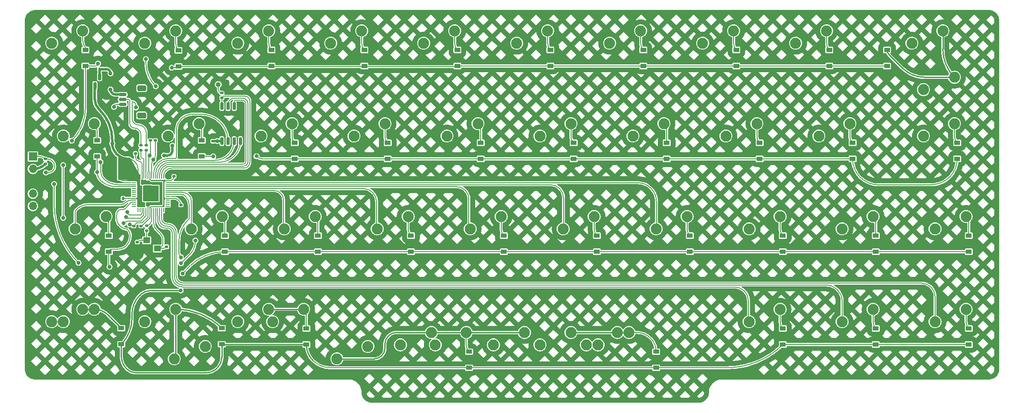
<source format=gbr>
%TF.GenerationSoftware,KiCad,Pcbnew,(7.0.0-0)*%
%TF.CreationDate,2023-03-07T16:34:35-05:00*%
%TF.ProjectId,cutiepie2040,63757469-6570-4696-9532-3034302e6b69,rev?*%
%TF.SameCoordinates,Original*%
%TF.FileFunction,Copper,L2,Bot*%
%TF.FilePolarity,Positive*%
%FSLAX46Y46*%
G04 Gerber Fmt 4.6, Leading zero omitted, Abs format (unit mm)*
G04 Created by KiCad (PCBNEW (7.0.0-0)) date 2023-03-07 16:34:35*
%MOMM*%
%LPD*%
G01*
G04 APERTURE LIST*
G04 Aperture macros list*
%AMRoundRect*
0 Rectangle with rounded corners*
0 $1 Rounding radius*
0 $2 $3 $4 $5 $6 $7 $8 $9 X,Y pos of 4 corners*
0 Add a 4 corners polygon primitive as box body*
4,1,4,$2,$3,$4,$5,$6,$7,$8,$9,$2,$3,0*
0 Add four circle primitives for the rounded corners*
1,1,$1+$1,$2,$3*
1,1,$1+$1,$4,$5*
1,1,$1+$1,$6,$7*
1,1,$1+$1,$8,$9*
0 Add four rect primitives between the rounded corners*
20,1,$1+$1,$2,$3,$4,$5,0*
20,1,$1+$1,$4,$5,$6,$7,0*
20,1,$1+$1,$6,$7,$8,$9,0*
20,1,$1+$1,$8,$9,$2,$3,0*%
G04 Aperture macros list end*
%TA.AperFunction,ComponentPad*%
%ADD10C,2.250000*%
%TD*%
%TA.AperFunction,SMDPad,CuDef*%
%ADD11RoundRect,0.140000X0.170000X-0.140000X0.170000X0.140000X-0.170000X0.140000X-0.170000X-0.140000X0*%
%TD*%
%TA.AperFunction,SMDPad,CuDef*%
%ADD12R,1.200000X0.900000*%
%TD*%
%TA.AperFunction,SMDPad,CuDef*%
%ADD13RoundRect,0.140000X-0.170000X0.140000X-0.170000X-0.140000X0.170000X-0.140000X0.170000X0.140000X0*%
%TD*%
%TA.AperFunction,SMDPad,CuDef*%
%ADD14RoundRect,0.135000X0.185000X-0.135000X0.185000X0.135000X-0.185000X0.135000X-0.185000X-0.135000X0*%
%TD*%
%TA.AperFunction,SMDPad,CuDef*%
%ADD15RoundRect,0.135000X-0.185000X0.135000X-0.185000X-0.135000X0.185000X-0.135000X0.185000X0.135000X0*%
%TD*%
%TA.AperFunction,ComponentPad*%
%ADD16R,1.000000X1.000000*%
%TD*%
%TA.AperFunction,ComponentPad*%
%ADD17O,1.000000X1.000000*%
%TD*%
%TA.AperFunction,SMDPad,CuDef*%
%ADD18RoundRect,0.140000X0.140000X0.170000X-0.140000X0.170000X-0.140000X-0.170000X0.140000X-0.170000X0*%
%TD*%
%TA.AperFunction,SMDPad,CuDef*%
%ADD19RoundRect,0.150000X0.150000X-0.587500X0.150000X0.587500X-0.150000X0.587500X-0.150000X-0.587500X0*%
%TD*%
%TA.AperFunction,SMDPad,CuDef*%
%ADD20RoundRect,0.150000X-0.150000X0.650000X-0.150000X-0.650000X0.150000X-0.650000X0.150000X0.650000X0*%
%TD*%
%TA.AperFunction,SMDPad,CuDef*%
%ADD21RoundRect,0.050000X0.387500X0.050000X-0.387500X0.050000X-0.387500X-0.050000X0.387500X-0.050000X0*%
%TD*%
%TA.AperFunction,SMDPad,CuDef*%
%ADD22RoundRect,0.050000X0.050000X0.387500X-0.050000X0.387500X-0.050000X-0.387500X0.050000X-0.387500X0*%
%TD*%
%TA.AperFunction,ComponentPad*%
%ADD23C,0.600000*%
%TD*%
%TA.AperFunction,SMDPad,CuDef*%
%ADD24RoundRect,0.144000X1.456000X1.456000X-1.456000X1.456000X-1.456000X-1.456000X1.456000X-1.456000X0*%
%TD*%
%TA.AperFunction,ComponentPad*%
%ADD25R,1.700000X1.700000*%
%TD*%
%TA.AperFunction,ComponentPad*%
%ADD26O,1.700000X1.700000*%
%TD*%
%TA.AperFunction,SMDPad,CuDef*%
%ADD27RoundRect,0.150000X-0.625000X0.150000X-0.625000X-0.150000X0.625000X-0.150000X0.625000X0.150000X0*%
%TD*%
%TA.AperFunction,SMDPad,CuDef*%
%ADD28RoundRect,0.250000X-0.650000X0.350000X-0.650000X-0.350000X0.650000X-0.350000X0.650000X0.350000X0*%
%TD*%
%TA.AperFunction,SMDPad,CuDef*%
%ADD29R,1.400000X1.200000*%
%TD*%
%TA.AperFunction,ViaPad*%
%ADD30C,0.800000*%
%TD*%
%TA.AperFunction,Conductor*%
%ADD31C,0.200000*%
%TD*%
%TA.AperFunction,Conductor*%
%ADD32C,0.500000*%
%TD*%
%TA.AperFunction,Conductor*%
%ADD33C,0.250000*%
%TD*%
G04 APERTURE END LIST*
D10*
%TO.P,MX35,1,COL*%
%TO.N,col9*%
X226877500Y-52760000D03*
%TO.P,MX35,2,ROW*%
%TO.N,Net-(D35-Pad2)*%
X233227500Y-50220000D03*
%TD*%
%TO.P,MX4,1,COL*%
%TO.N,col0*%
X50665000Y-109910000D03*
%TO.P,MX4,2,ROW*%
%TO.N,Net-(D4-Pad2)*%
X57015000Y-107370000D03*
%TD*%
%TO.P,MX1,1,COL*%
%TO.N,col0*%
X50665000Y-52760000D03*
%TO.P,MX1,2,ROW*%
%TO.N,Net-(D1-Pad2)*%
X57015000Y-50220000D03*
%TD*%
%TO.P,MX22,1,COL*%
%TO.N,col5*%
X155440000Y-90860000D03*
%TO.P,MX22,2,ROW*%
%TO.N,Net-(D22-Pad2)*%
X161790000Y-88320000D03*
%TD*%
%TO.P,MX17,1,COL*%
%TO.N,col4*%
X131627500Y-71810000D03*
%TO.P,MX17,2,ROW*%
%TO.N,Net-(D17-Pad2)*%
X137977500Y-69270000D03*
%TD*%
%TO.P,MX2,1,COL*%
%TO.N,col0*%
X53046250Y-71810000D03*
%TO.P,MX2,2,ROW*%
%TO.N,Net-(D2-Pad2)*%
X59396250Y-69270000D03*
%TD*%
%TO.P,MX11,1,COL*%
%TO.N,col2*%
X98290000Y-90860000D03*
%TO.P,MX11,2,ROW*%
%TO.N,Net-(D11-Pad2)*%
X104640000Y-88320000D03*
%TD*%
%TO.P,MX23,1,COL*%
%TO.N,col5*%
X150677500Y-114672500D03*
%TO.P,MX23,2,ROW*%
%TO.N,Net-(D23-Pad2)*%
X157027500Y-112132500D03*
%TD*%
%TO.P,MX10,1,COL*%
%TO.N,col2*%
X93527500Y-71810000D03*
%TO.P,MX10,2,ROW*%
%TO.N,Net-(D10-Pad2)*%
X99877500Y-69270000D03*
%TD*%
%TO.P,MX18,1,COL*%
%TO.N,col4*%
X136390000Y-90860000D03*
%TO.P,MX18,2,ROW*%
%TO.N,Net-(D18-Pad2)*%
X142740000Y-88320000D03*
%TD*%
%TO.P,MX30,1,COL*%
%TO.N,col7*%
X193540000Y-109910000D03*
%TO.P,MX30,2,ROW*%
%TO.N,Net-(D30-Pad2)*%
X199890000Y-107370000D03*
%TD*%
%TO.P,MX12,1,COL*%
%TO.N,col2*%
X95908750Y-109910000D03*
%TO.P,MX12,2,ROW*%
%TO.N,Net-(D12-Pad2)*%
X102258750Y-107370000D03*
%TD*%
%TO.P,MX23,1,COL*%
%TO.N,col5*%
X160202500Y-114672500D03*
%TO.P,MX23,2,ROW*%
%TO.N,Net-(D23-Pad2)*%
X166552500Y-112132500D03*
%TD*%
%TO.P,MX19,1,COL*%
%TO.N,col4*%
X115435000Y-114990000D03*
%TO.P,MX19,2,ROW*%
%TO.N,Net-(D19-Pad2)*%
X109085000Y-117530000D03*
%TD*%
%TO.P,MX4,1,COL*%
%TO.N,col0*%
X53046250Y-109910000D03*
%TO.P,MX4,2,ROW*%
%TO.N,Net-(D4-Pad2)*%
X59396250Y-107370000D03*
%TD*%
%TO.P,MX33,1,COL*%
%TO.N,col8*%
X212590000Y-90860000D03*
%TO.P,MX33,2,ROW*%
%TO.N,Net-(D33-Pad2)*%
X218940000Y-88320000D03*
%TD*%
%TO.P,MX13,1,COL*%
%TO.N,col3*%
X107815000Y-52760000D03*
%TO.P,MX13,2,ROW*%
%TO.N,Net-(D13-Pad2)*%
X114165000Y-50220000D03*
%TD*%
%TO.P,MX29,1,COL*%
%TO.N,col7*%
X193540000Y-90860000D03*
%TO.P,MX29,2,ROW*%
%TO.N,Net-(D29-Pad2)*%
X199890000Y-88320000D03*
%TD*%
%TO.P,MX15,1,COL*%
%TO.N,col3*%
X117340000Y-90860000D03*
%TO.P,MX15,2,ROW*%
%TO.N,Net-(D15-Pad2)*%
X123690000Y-88320000D03*
%TD*%
%TO.P,MX14,1,COL*%
%TO.N,col3*%
X112577500Y-71810000D03*
%TO.P,MX14,2,ROW*%
%TO.N,Net-(D14-Pad2)*%
X118927500Y-69270000D03*
%TD*%
%TO.P,MX16,1,COL*%
%TO.N,col4*%
X126865000Y-52760000D03*
%TO.P,MX16,2,ROW*%
%TO.N,Net-(D16-Pad2)*%
X133215000Y-50220000D03*
%TD*%
%TO.P,MX5,1,COL*%
%TO.N,col1*%
X69715000Y-52760000D03*
%TO.P,MX5,2,ROW*%
%TO.N,Net-(D5-Pad2)*%
X76065000Y-50220000D03*
%TD*%
%TO.P,MX24,1,COL*%
%TO.N,col6*%
X164965000Y-52760000D03*
%TO.P,MX24,2,ROW*%
%TO.N,Net-(D24-Pad2)*%
X171315000Y-50220000D03*
%TD*%
%TO.P,MX21,1,COL*%
%TO.N,col5*%
X150677500Y-71810000D03*
%TO.P,MX21,2,ROW*%
%TO.N,Net-(D21-Pad2)*%
X157027500Y-69270000D03*
%TD*%
%TO.P,MX32,1,COL*%
%TO.N,col8*%
X207827500Y-71810000D03*
%TO.P,MX32,2,ROW*%
%TO.N,Net-(D32-Pad2)*%
X214177500Y-69270000D03*
%TD*%
%TO.P,MX38,1,COL*%
%TO.N,col9*%
X231640000Y-109910000D03*
%TO.P,MX38,2,ROW*%
%TO.N,Net-(D38-Pad2)*%
X237990000Y-107370000D03*
%TD*%
%TO.P,MX20,1,COL*%
%TO.N,col5*%
X145915000Y-52760000D03*
%TO.P,MX20,2,ROW*%
%TO.N,Net-(D20-Pad2)*%
X152265000Y-50220000D03*
%TD*%
%TO.P,MX8,1,COL*%
%TO.N,col1*%
X82097500Y-114990000D03*
%TO.P,MX8,2,ROW*%
%TO.N,Net-(D8-Pad2)*%
X75747500Y-117530000D03*
%TD*%
%TO.P,MX6,1,COL*%
%TO.N,col1*%
X74477500Y-71810000D03*
%TO.P,MX6,2,ROW*%
%TO.N,Net-(D6-Pad2)*%
X80827500Y-69270000D03*
%TD*%
%TO.P,MX36,1,COL*%
%TO.N,col9*%
X229258750Y-71810000D03*
%TO.P,MX36,2,ROW*%
%TO.N,Net-(D36-Pad2)*%
X235608750Y-69270000D03*
%TD*%
%TO.P,MX37,1,COL*%
%TO.N,col9*%
X231640000Y-90860000D03*
%TO.P,MX37,2,ROW*%
%TO.N,Net-(D37-Pad2)*%
X237990000Y-88320000D03*
%TD*%
%TO.P,MX8,1,COL*%
%TO.N,col1*%
X69715000Y-109910000D03*
%TO.P,MX8,2,ROW*%
%TO.N,Net-(D8-Pad2)*%
X76065000Y-107370000D03*
%TD*%
%TO.P,MX26,1,COL*%
%TO.N,col6*%
X174490000Y-90860000D03*
%TO.P,MX26,2,ROW*%
%TO.N,Net-(D26-Pad2)*%
X180840000Y-88320000D03*
%TD*%
%TO.P,MX19,1,COL*%
%TO.N,col4*%
X141152500Y-114672500D03*
%TO.P,MX19,2,ROW*%
%TO.N,Net-(D19-Pad2)*%
X147502500Y-112132500D03*
%TD*%
%TO.P,MX9,1,COL*%
%TO.N,col2*%
X88765000Y-52760000D03*
%TO.P,MX9,2,ROW*%
%TO.N,Net-(D9-Pad2)*%
X95115000Y-50220000D03*
%TD*%
%TO.P,MX19,1,COL*%
%TO.N,col4*%
X129246250Y-114672500D03*
%TO.P,MX19,2,ROW*%
%TO.N,Net-(D19-Pad2)*%
X135596250Y-112132500D03*
%TD*%
%TO.P,MX23,1,COL*%
%TO.N,col5*%
X162583750Y-114672500D03*
%TO.P,MX23,2,ROW*%
%TO.N,Net-(D23-Pad2)*%
X168933750Y-112132500D03*
%TD*%
%TO.P,MX35,1,COL*%
%TO.N,col9*%
X229258750Y-62285000D03*
%TO.P,MX35,2,ROW*%
%TO.N,Net-(D35-Pad2)*%
X235608750Y-59745000D03*
%TD*%
%TO.P,MX7,1,COL*%
%TO.N,col1*%
X79240000Y-90860000D03*
%TO.P,MX7,2,ROW*%
%TO.N,Net-(D7-Pad2)*%
X85590000Y-88320000D03*
%TD*%
%TO.P,MX12,1,COL*%
%TO.N,col2*%
X88765000Y-109910000D03*
%TO.P,MX12,2,ROW*%
%TO.N,Net-(D12-Pad2)*%
X95115000Y-107370000D03*
%TD*%
%TO.P,MX3,1,COL*%
%TO.N,col0*%
X55427500Y-90860000D03*
%TO.P,MX3,2,ROW*%
%TO.N,Net-(D3-Pad2)*%
X61777500Y-88320000D03*
%TD*%
%TO.P,MX27,1,COL*%
%TO.N,col7*%
X184015000Y-52760000D03*
%TO.P,MX27,2,ROW*%
%TO.N,Net-(D27-Pad2)*%
X190365000Y-50220000D03*
%TD*%
%TO.P,MX28,1,COL*%
%TO.N,col7*%
X188777500Y-71810000D03*
%TO.P,MX28,2,ROW*%
%TO.N,Net-(D28-Pad2)*%
X195127500Y-69270000D03*
%TD*%
%TO.P,MX25,1,COL*%
%TO.N,col6*%
X169727500Y-71810000D03*
%TO.P,MX25,2,ROW*%
%TO.N,Net-(D25-Pad2)*%
X176077500Y-69270000D03*
%TD*%
%TO.P,MX34,1,COL*%
%TO.N,col8*%
X212590000Y-109910000D03*
%TO.P,MX34,2,ROW*%
%TO.N,Net-(D34-Pad2)*%
X218940000Y-107370000D03*
%TD*%
%TO.P,MX19,1,COL*%
%TO.N,col4*%
X122102500Y-114672500D03*
%TO.P,MX19,2,ROW*%
%TO.N,Net-(D19-Pad2)*%
X128452500Y-112132500D03*
%TD*%
%TO.P,MX31,1,COL*%
%TO.N,col8*%
X203065000Y-52760000D03*
%TO.P,MX31,2,ROW*%
%TO.N,Net-(D31-Pad2)*%
X209415000Y-50220000D03*
%TD*%
D11*
%TO.P,C_1V-Decoup2,1*%
%TO.N,+1V1*%
X71900000Y-72730000D03*
%TO.P,C_1V-Decoup2,2*%
%TO.N,GND*%
X71900000Y-71770000D03*
%TD*%
D12*
%TO.P,D6,1,K*%
%TO.N,row1*%
X81387499Y-75999999D03*
%TO.P,D6,2,A*%
%TO.N,Net-(D6-Pad2)*%
X81387499Y-72699999D03*
%TD*%
%TO.P,D14,1,K*%
%TO.N,row1*%
X119487499Y-76499999D03*
%TO.P,D14,2,A*%
%TO.N,Net-(D14-Pad2)*%
X119487499Y-73199999D03*
%TD*%
D13*
%TO.P,C_Crystal1,1*%
%TO.N,GND*%
X74200000Y-93570000D03*
%TO.P,C_Crystal1,2*%
%TO.N,XTAL_IN*%
X74200000Y-94530000D03*
%TD*%
D12*
%TO.P,D37,1,K*%
%TO.N,row2*%
X238549999Y-95549999D03*
%TO.P,D37,2,A*%
%TO.N,Net-(D37-Pad2)*%
X238549999Y-92249999D03*
%TD*%
D14*
%TO.P,R_Crystal1,1*%
%TO.N,Net-(C_Crystal2-Pad2)*%
X70100000Y-91260000D03*
%TO.P,R_Crystal1,2*%
%TO.N,XTAL_OUT*%
X70100000Y-90240000D03*
%TD*%
D12*
%TO.P,D17,1,K*%
%TO.N,row1*%
X138537499Y-76499999D03*
%TO.P,D17,2,A*%
%TO.N,Net-(D17-Pad2)*%
X138537499Y-73199999D03*
%TD*%
D15*
%TO.P,R_Flash1,1*%
%TO.N,Net-(R_Flash1-Pad1)*%
X85500000Y-62990000D03*
%TO.P,R_Flash1,2*%
%TO.N,CS*%
X85500000Y-64010000D03*
%TD*%
D16*
%TO.P,SW1,1,1*%
%TO.N,GND*%
X86049999Y-61249999D03*
D17*
%TO.P,SW1,2,2*%
%TO.N,Net-(R_Flash1-Pad1)*%
X84779999Y-61249999D03*
%TD*%
D12*
%TO.P,D8,1,K*%
%TO.N,row3*%
X85499999Y-114549999D03*
%TO.P,D8,2,A*%
%TO.N,Net-(D8-Pad2)*%
X85499999Y-111249999D03*
%TD*%
%TO.P,D20,1,K*%
%TO.N,row0*%
X152824999Y-57449999D03*
%TO.P,D20,2,A*%
%TO.N,Net-(D20-Pad2)*%
X152824999Y-54149999D03*
%TD*%
%TO.P,D15,1,K*%
%TO.N,row2*%
X124249999Y-95549999D03*
%TO.P,D15,2,A*%
%TO.N,Net-(D15-Pad2)*%
X124249999Y-92249999D03*
%TD*%
%TO.P,D31,1,K*%
%TO.N,row0*%
X209974999Y-57449999D03*
%TO.P,D31,2,A*%
%TO.N,Net-(D31-Pad2)*%
X209974999Y-54149999D03*
%TD*%
D11*
%TO.P,C_3V-Decoup2,1*%
%TO.N,+3V3*%
X66200000Y-76480000D03*
%TO.P,C_3V-Decoup2,2*%
%TO.N,GND*%
X66200000Y-75520000D03*
%TD*%
D12*
%TO.P,D13,1,K*%
%TO.N,row0*%
X114724999Y-57449999D03*
%TO.P,D13,2,A*%
%TO.N,Net-(D13-Pad2)*%
X114724999Y-54149999D03*
%TD*%
%TO.P,D23,1,K*%
%TO.N,row3*%
X174493749Y-119362499D03*
%TO.P,D23,2,A*%
%TO.N,Net-(D23-Pad2)*%
X174493749Y-116062499D03*
%TD*%
D18*
%TO.P,C_3V-Decoup7,1*%
%TO.N,+3V3*%
X64530000Y-78950000D03*
%TO.P,C_3V-Decoup7,2*%
%TO.N,GND*%
X63570000Y-78950000D03*
%TD*%
D12*
%TO.P,D32,1,K*%
%TO.N,row1*%
X214737499Y-76499999D03*
%TO.P,D32,2,A*%
%TO.N,Net-(D32-Pad2)*%
X214737499Y-73199999D03*
%TD*%
%TO.P,D4,1,K*%
%TO.N,row3*%
X64899999Y-114549999D03*
%TO.P,D4,2,A*%
%TO.N,Net-(D4-Pad2)*%
X64899999Y-111249999D03*
%TD*%
D11*
%TO.P,C_3V-Decoup9,1*%
%TO.N,+3V3*%
X75700000Y-80080000D03*
%TO.P,C_3V-Decoup9,2*%
%TO.N,GND*%
X75700000Y-79120000D03*
%TD*%
D18*
%TO.P,C_3V-Decoup4,1*%
%TO.N,+3V3*%
X65280000Y-84600000D03*
%TO.P,C_3V-Decoup4,2*%
%TO.N,GND*%
X64320000Y-84600000D03*
%TD*%
D12*
%TO.P,D26,1,K*%
%TO.N,row2*%
X181399999Y-95549999D03*
%TO.P,D26,2,A*%
%TO.N,Net-(D26-Pad2)*%
X181399999Y-92249999D03*
%TD*%
%TO.P,D28,1,K*%
%TO.N,row1*%
X195687499Y-76499999D03*
%TO.P,D28,2,A*%
%TO.N,Net-(D28-Pad2)*%
X195687499Y-73199999D03*
%TD*%
D15*
%TO.P,R_DATA1,1*%
%TO.N,D+*%
X70000000Y-73690000D03*
%TO.P,R_DATA1,2*%
%TO.N,Net-(R_DATA1-Pad2)*%
X70000000Y-74710000D03*
%TD*%
D13*
%TO.P,C_3V-Decoup8,1*%
%TO.N,+3V3*%
X68950000Y-90270000D03*
%TO.P,C_3V-Decoup8,2*%
%TO.N,GND*%
X68950000Y-91230000D03*
%TD*%
D11*
%TO.P,C_Flash1,1*%
%TO.N,+3V3*%
X83650000Y-72880000D03*
%TO.P,C_Flash1,2*%
%TO.N,GND*%
X83650000Y-71920000D03*
%TD*%
D12*
%TO.P,D10,1,K*%
%TO.N,row1*%
X100437499Y-76499999D03*
%TO.P,D10,2,A*%
%TO.N,Net-(D10-Pad2)*%
X100437499Y-73199999D03*
%TD*%
%TO.P,D35,1,K*%
%TO.N,row0*%
X221799999Y-57449999D03*
%TO.P,D35,2,A*%
%TO.N,Net-(D35-Pad2)*%
X221799999Y-54149999D03*
%TD*%
%TO.P,D38,1,K*%
%TO.N,row3*%
X238549999Y-114599999D03*
%TO.P,D38,2,A*%
%TO.N,Net-(D38-Pad2)*%
X238549999Y-111299999D03*
%TD*%
%TO.P,D19,1,K*%
%TO.N,row3*%
X136156249Y-119362499D03*
%TO.P,D19,2,A*%
%TO.N,Net-(D19-Pad2)*%
X136156249Y-116062499D03*
%TD*%
D19*
%TO.P,U3,1,GND*%
%TO.N,GND*%
X61400000Y-61487500D03*
%TO.P,U3,2,VO*%
%TO.N,+3V3*%
X59500000Y-61487500D03*
%TO.P,U3,3,VI*%
%TO.N,+5V*%
X60450000Y-59612500D03*
%TD*%
D12*
%TO.P,D25,1,K*%
%TO.N,row1*%
X176637499Y-76499999D03*
%TO.P,D25,2,A*%
%TO.N,Net-(D25-Pad2)*%
X176637499Y-73199999D03*
%TD*%
%TO.P,D11,1,K*%
%TO.N,row2*%
X105199999Y-95549999D03*
%TO.P,D11,2,A*%
%TO.N,Net-(D11-Pad2)*%
X105199999Y-92249999D03*
%TD*%
D13*
%TO.P,C_1V-Decoup3,1*%
%TO.N,+1V1*%
X67450000Y-90270000D03*
%TO.P,C_1V-Decoup3,2*%
%TO.N,GND*%
X67450000Y-91230000D03*
%TD*%
D12*
%TO.P,D18,1,K*%
%TO.N,row2*%
X143299999Y-95549999D03*
%TO.P,D18,2,A*%
%TO.N,Net-(D18-Pad2)*%
X143299999Y-92249999D03*
%TD*%
%TO.P,D34,1,K*%
%TO.N,row3*%
X219499999Y-114599999D03*
%TO.P,D34,2,A*%
%TO.N,Net-(D34-Pad2)*%
X219499999Y-111299999D03*
%TD*%
%TO.P,D2,1,K*%
%TO.N,row1*%
X59956249Y-75999999D03*
%TO.P,D2,2,A*%
%TO.N,Net-(D2-Pad2)*%
X59956249Y-72699999D03*
%TD*%
%TO.P,D3,1,K*%
%TO.N,row2*%
X62337499Y-95549999D03*
%TO.P,D3,2,A*%
%TO.N,Net-(D3-Pad2)*%
X62337499Y-92249999D03*
%TD*%
%TO.P,D29,1,K*%
%TO.N,row2*%
X200449999Y-95549999D03*
%TO.P,D29,2,A*%
%TO.N,Net-(D29-Pad2)*%
X200449999Y-92249999D03*
%TD*%
%TO.P,D16,1,K*%
%TO.N,row0*%
X133774999Y-57449999D03*
%TO.P,D16,2,A*%
%TO.N,Net-(D16-Pad2)*%
X133774999Y-54149999D03*
%TD*%
D13*
%TO.P,C_3V-Decoup6,1*%
%TO.N,+3V3*%
X77100000Y-85970000D03*
%TO.P,C_3V-Decoup6,2*%
%TO.N,GND*%
X77100000Y-86930000D03*
%TD*%
D12*
%TO.P,D30,1,K*%
%TO.N,row3*%
X200449999Y-114599999D03*
%TO.P,D30,2,A*%
%TO.N,Net-(D30-Pad2)*%
X200449999Y-111299999D03*
%TD*%
%TO.P,D1,1,K*%
%TO.N,row0*%
X57574999Y-57449999D03*
%TO.P,D1,2,A*%
%TO.N,Net-(D1-Pad2)*%
X57574999Y-54149999D03*
%TD*%
D18*
%TO.P,C_3V-Decoup1,1*%
%TO.N,+3V3*%
X59480000Y-64250000D03*
%TO.P,C_3V-Decoup1,2*%
%TO.N,GND*%
X58520000Y-64250000D03*
%TD*%
%TO.P,C_LD1,1*%
%TO.N,+5V*%
X60430000Y-58100000D03*
%TO.P,C_LD1,2*%
%TO.N,GND*%
X59470000Y-58100000D03*
%TD*%
D14*
%TO.P,R_RST1,1*%
%TO.N,+3V3*%
X49350000Y-77560000D03*
%TO.P,R_RST1,2*%
%TO.N,RESET*%
X49350000Y-76540000D03*
%TD*%
D20*
%TO.P,U2,1,~{CS}*%
%TO.N,CS*%
X85495000Y-65650000D03*
%TO.P,U2,2,DO(IO1)*%
%TO.N,SD1*%
X86765000Y-65650000D03*
%TO.P,U2,3,IO2*%
%TO.N,SD2*%
X88035000Y-65650000D03*
%TO.P,U2,4,GND*%
%TO.N,GND*%
X89305000Y-65650000D03*
%TO.P,U2,5,DI(IO0)*%
%TO.N,SD0*%
X89305000Y-72850000D03*
%TO.P,U2,6,CLK*%
%TO.N,QSPI_CLK*%
X88035000Y-72850000D03*
%TO.P,U2,7,IO3*%
%TO.N,SD3*%
X86765000Y-72850000D03*
%TO.P,U2,8,VCC*%
%TO.N,+3V3*%
X85495000Y-72850000D03*
%TD*%
D12*
%TO.P,D33,1,K*%
%TO.N,row2*%
X219499999Y-95549999D03*
%TO.P,D33,2,A*%
%TO.N,Net-(D33-Pad2)*%
X219499999Y-92249999D03*
%TD*%
%TO.P,D36,1,K*%
%TO.N,row1*%
X236168749Y-76499999D03*
%TO.P,D36,2,A*%
%TO.N,Net-(D36-Pad2)*%
X236168749Y-73199999D03*
%TD*%
%TO.P,D7,1,K*%
%TO.N,row2*%
X86149999Y-95549999D03*
%TO.P,D7,2,A*%
%TO.N,Net-(D7-Pad2)*%
X86149999Y-92249999D03*
%TD*%
%TO.P,D12,1,K*%
%TO.N,row3*%
X102818749Y-114599999D03*
%TO.P,D12,2,A*%
%TO.N,Net-(D12-Pad2)*%
X102818749Y-111299999D03*
%TD*%
D11*
%TO.P,C_1V-Decoup1,1*%
%TO.N,+1V1*%
X67800000Y-75410000D03*
%TO.P,C_1V-Decoup1,2*%
%TO.N,GND*%
X67800000Y-74450000D03*
%TD*%
%TO.P,C_3V-Decoup3,1*%
%TO.N,+3V3*%
X70900000Y-72730000D03*
%TO.P,C_3V-Decoup3,2*%
%TO.N,GND*%
X70900000Y-71770000D03*
%TD*%
D12*
%TO.P,D22,1,K*%
%TO.N,row2*%
X162349999Y-95549999D03*
%TO.P,D22,2,A*%
%TO.N,Net-(D22-Pad2)*%
X162349999Y-92249999D03*
%TD*%
D21*
%TO.P,U1,1,IOVDD*%
%TO.N,+3V3*%
X74387500Y-81000000D03*
%TO.P,U1,2,GPIO0*%
%TO.N,col6*%
X74387500Y-81400000D03*
%TO.P,U1,3,GPIO1*%
%TO.N,col5*%
X74387500Y-81800000D03*
%TO.P,U1,4,GPIO2*%
%TO.N,col4*%
X74387500Y-82200000D03*
%TO.P,U1,5,GPIO3*%
%TO.N,col3*%
X74387500Y-82600000D03*
%TO.P,U1,6,GPIO4*%
%TO.N,col2*%
X74387500Y-83000000D03*
%TO.P,U1,7,GPIO5*%
%TO.N,col1*%
X74387500Y-83400000D03*
%TO.P,U1,8,GPIO6*%
%TO.N,row3*%
X74387500Y-83800000D03*
%TO.P,U1,9,GPIO7*%
%TO.N,unconnected-(U1-Pad9)*%
X74387500Y-84200000D03*
%TO.P,U1,10,IOVDD*%
%TO.N,+3V3*%
X74387500Y-84600000D03*
%TO.P,U1,11,GPIO8*%
%TO.N,unconnected-(U1-Pad11)*%
X74387500Y-85000000D03*
%TO.P,U1,12,GPIO9*%
%TO.N,unconnected-(U1-Pad12)*%
X74387500Y-85400000D03*
%TO.P,U1,13,GPIO10*%
%TO.N,unconnected-(U1-Pad13)*%
X74387500Y-85800000D03*
%TO.P,U1,14,GPIO11*%
%TO.N,unconnected-(U1-Pad14)*%
X74387500Y-86200000D03*
D22*
%TO.P,U1,15,GPIO12*%
%TO.N,unconnected-(U1-Pad15)*%
X73550000Y-87037500D03*
%TO.P,U1,16,GPIO13*%
%TO.N,col9*%
X73150000Y-87037500D03*
%TO.P,U1,17,GPIO14*%
%TO.N,col8*%
X72750000Y-87037500D03*
%TO.P,U1,18,GPIO15*%
%TO.N,col7*%
X72350000Y-87037500D03*
%TO.P,U1,19,TESTEN*%
%TO.N,GND*%
X71950000Y-87037500D03*
%TO.P,U1,20,XIN*%
%TO.N,XTAL_IN*%
X71550000Y-87037500D03*
%TO.P,U1,21,XOUT*%
%TO.N,XTAL_OUT*%
X71150000Y-87037500D03*
%TO.P,U1,22,IOVDD*%
%TO.N,+3V3*%
X70750000Y-87037500D03*
%TO.P,U1,23,DVDD*%
%TO.N,+1V1*%
X70350000Y-87037500D03*
%TO.P,U1,24,SWCLK*%
%TO.N,SWCLK*%
X69950000Y-87037500D03*
%TO.P,U1,25,SWD*%
%TO.N,SWDIO*%
X69550000Y-87037500D03*
%TO.P,U1,26,RUN*%
%TO.N,RESET*%
X69150000Y-87037500D03*
%TO.P,U1,27,GPIO16*%
%TO.N,unconnected-(U1-Pad27)*%
X68750000Y-87037500D03*
%TO.P,U1,28,GPIO17*%
%TO.N,unconnected-(U1-Pad28)*%
X68350000Y-87037500D03*
D21*
%TO.P,U1,29,GPIO18*%
%TO.N,unconnected-(U1-Pad29)*%
X67512500Y-86200000D03*
%TO.P,U1,30,GPIO19*%
%TO.N,unconnected-(U1-Pad30)*%
X67512500Y-85800000D03*
%TO.P,U1,31,GPIO20*%
%TO.N,row2*%
X67512500Y-85400000D03*
%TO.P,U1,32,GPIO21*%
%TO.N,col0*%
X67512500Y-85000000D03*
%TO.P,U1,33,IOVDD*%
%TO.N,+3V3*%
X67512500Y-84600000D03*
%TO.P,U1,34,GPIO22*%
%TO.N,unconnected-(U1-Pad34)*%
X67512500Y-84200000D03*
%TO.P,U1,35,GPIO23*%
%TO.N,unconnected-(U1-Pad35)*%
X67512500Y-83800000D03*
%TO.P,U1,36,GPIO24*%
%TO.N,unconnected-(U1-Pad36)*%
X67512500Y-83400000D03*
%TO.P,U1,37,GPIO25*%
%TO.N,unconnected-(U1-Pad37)*%
X67512500Y-83000000D03*
%TO.P,U1,38,GPIO26_ADC0*%
%TO.N,unconnected-(U1-Pad38)*%
X67512500Y-82600000D03*
%TO.P,U1,39,GPIO27_ADC1*%
%TO.N,row1*%
X67512500Y-82200000D03*
%TO.P,U1,40,GPIO28_ADC2*%
%TO.N,row0*%
X67512500Y-81800000D03*
%TO.P,U1,41,GPIO29_ADC3*%
%TO.N,unconnected-(U1-Pad41)*%
X67512500Y-81400000D03*
%TO.P,U1,42,IOVDD*%
%TO.N,+3V3*%
X67512500Y-81000000D03*
D22*
%TO.P,U1,43,ADC_AVDD*%
X68350000Y-80162500D03*
%TO.P,U1,44,VREG_IN*%
X68750000Y-80162500D03*
%TO.P,U1,45,VREG_VOUT*%
%TO.N,+1V1*%
X69150000Y-80162500D03*
%TO.P,U1,46,USB_DM*%
%TO.N,Net-(R_DATA2-Pad2)*%
X69550000Y-80162500D03*
%TO.P,U1,47,USB_DP*%
%TO.N,Net-(R_DATA1-Pad2)*%
X69950000Y-80162500D03*
%TO.P,U1,48,USB_VDD*%
%TO.N,+3V3*%
X70350000Y-80162500D03*
%TO.P,U1,49,IOVDD*%
X70750000Y-80162500D03*
%TO.P,U1,50,DVDD*%
%TO.N,+1V1*%
X71150000Y-80162500D03*
%TO.P,U1,51,QSPI_SD3*%
%TO.N,SD3*%
X71550000Y-80162500D03*
%TO.P,U1,52,QSPI_SCLK*%
%TO.N,QSPI_CLK*%
X71950000Y-80162500D03*
%TO.P,U1,53,QSPI_SD0*%
%TO.N,SD0*%
X72350000Y-80162500D03*
%TO.P,U1,54,QSPI_SD2*%
%TO.N,SD2*%
X72750000Y-80162500D03*
%TO.P,U1,55,QSPI_SD1*%
%TO.N,SD1*%
X73150000Y-80162500D03*
%TO.P,U1,56,QSPI_SS*%
%TO.N,CS*%
X73550000Y-80162500D03*
D23*
%TO.P,U1,57,GND*%
%TO.N,GND*%
X72225000Y-84875000D03*
X72225000Y-83600000D03*
X72225000Y-82325000D03*
X70950000Y-84875000D03*
X70950000Y-83600000D03*
D24*
X70950000Y-83600000D03*
D23*
X70950000Y-82325000D03*
X69675000Y-84875000D03*
X69675000Y-83600000D03*
X69675000Y-82325000D03*
%TD*%
D25*
%TO.P,J2,1,Pin_1*%
%TO.N,RESET*%
X46799999Y-76024999D03*
D26*
%TO.P,J2,2,Pin_2*%
%TO.N,+3V3*%
X46799999Y-78564999D03*
%TO.P,J2,3,Pin_3*%
%TO.N,GND*%
X46799999Y-81104999D03*
%TO.P,J2,4,Pin_4*%
%TO.N,SWDIO*%
X46799999Y-83644999D03*
%TO.P,J2,5,Pin_5*%
%TO.N,SWCLK*%
X46799999Y-86184999D03*
%TD*%
D12*
%TO.P,D27,1,K*%
%TO.N,row0*%
X190924999Y-57449999D03*
%TO.P,D27,2,A*%
%TO.N,Net-(D27-Pad2)*%
X190924999Y-54149999D03*
%TD*%
D11*
%TO.P,C_Crystal2,1*%
%TO.N,GND*%
X68200000Y-94530000D03*
%TO.P,C_Crystal2,2*%
%TO.N,Net-(C_Crystal2-Pad2)*%
X68200000Y-93570000D03*
%TD*%
D12*
%TO.P,D9,1,K*%
%TO.N,row0*%
X95674999Y-57449999D03*
%TO.P,D9,2,A*%
%TO.N,Net-(D9-Pad2)*%
X95674999Y-54149999D03*
%TD*%
%TO.P,D24,1,K*%
%TO.N,row0*%
X171874999Y-57449999D03*
%TO.P,D24,2,A*%
%TO.N,Net-(D24-Pad2)*%
X171874999Y-54149999D03*
%TD*%
D18*
%TO.P,C_3V-Decoup5,1*%
%TO.N,+3V3*%
X64530000Y-80000000D03*
%TO.P,C_3V-Decoup5,2*%
%TO.N,GND*%
X63570000Y-80000000D03*
%TD*%
D15*
%TO.P,R_DATA2,1*%
%TO.N,D-*%
X68900000Y-73690000D03*
%TO.P,R_DATA2,2*%
%TO.N,Net-(R_DATA2-Pad2)*%
X68900000Y-74710000D03*
%TD*%
D18*
%TO.P,C_LD2,1*%
%TO.N,+3V3*%
X59480000Y-63200000D03*
%TO.P,C_LD2,2*%
%TO.N,GND*%
X58520000Y-63200000D03*
%TD*%
D27*
%TO.P,J1,1,Pin_1*%
%TO.N,+5V*%
X65200000Y-63300000D03*
%TO.P,J1,2,Pin_2*%
%TO.N,D-*%
X65200000Y-64300000D03*
%TO.P,J1,3,Pin_3*%
%TO.N,D+*%
X65200000Y-65300000D03*
%TO.P,J1,4,Pin_4*%
%TO.N,GND*%
X65200000Y-66300000D03*
D28*
%TO.P,J1,MP*%
%TO.N,N/C*%
X69075000Y-62000000D03*
X69075000Y-67600000D03*
%TD*%
D12*
%TO.P,D21,1,K*%
%TO.N,row1*%
X157587499Y-76499999D03*
%TO.P,D21,2,A*%
%TO.N,Net-(D21-Pad2)*%
X157587499Y-73199999D03*
%TD*%
D29*
%TO.P,Y1,1,1*%
%TO.N,Net-(C_Crystal2-Pad2)*%
X70099999Y-93199999D03*
%TO.P,Y1,2,2*%
%TO.N,GND*%
X72299999Y-93199999D03*
%TO.P,Y1,3,3*%
%TO.N,XTAL_IN*%
X72299999Y-94899999D03*
%TO.P,Y1,4,4*%
%TO.N,GND*%
X70099999Y-94899999D03*
%TD*%
D12*
%TO.P,D5,1,K*%
%TO.N,row0*%
X76624999Y-57549999D03*
%TO.P,D5,2,A*%
%TO.N,Net-(D5-Pad2)*%
X76624999Y-54249999D03*
%TD*%
D30*
%TO.N,+1V1*%
X71500000Y-76650000D03*
X70400000Y-81350000D03*
X66600000Y-89950000D03*
X70350000Y-85800000D03*
%TO.N,GND*%
X61900000Y-63100000D03*
X89300000Y-67150000D03*
X76950000Y-79550000D03*
X68200000Y-95950000D03*
X76500000Y-87700000D03*
X74200000Y-92550000D03*
X71250000Y-91650000D03*
X64300000Y-83800000D03*
X62400000Y-78250000D03*
%TO.N,+3V3*%
X84550000Y-72850000D03*
X70700000Y-75850000D03*
X73650000Y-75800000D03*
X75400000Y-73800000D03*
X63050000Y-73330000D03*
%TO.N,+5V*%
X62700000Y-58950000D03*
X62700000Y-62250000D03*
%TO.N,row0*%
X60150000Y-56950000D03*
X60655750Y-77146910D03*
X54750000Y-72800000D03*
X75250000Y-57800000D03*
%TO.N,row1*%
X51150000Y-81650000D03*
X56150000Y-97850000D03*
X80100000Y-93250000D03*
X83750000Y-76000000D03*
X59956250Y-79225140D03*
X92600000Y-75950000D03*
X77150000Y-97950000D03*
%TO.N,row2*%
X62500000Y-98650000D03*
X77450000Y-100000000D03*
%TO.N,row3*%
X77100000Y-96700000D03*
X77079720Y-103520279D03*
%TO.N,D+*%
X63400000Y-65850000D03*
X67900000Y-65950000D03*
%TO.N,RESET*%
X49450000Y-79300000D03*
X66103818Y-87435488D03*
%TO.N,SWDIO*%
X65849500Y-88402094D03*
%TO.N,SWCLK*%
X65355000Y-89745000D03*
%TO.N,col0*%
X53000000Y-88600000D03*
X53000000Y-77800000D03*
%TO.N,col1*%
X69950000Y-56050000D03*
X71950000Y-61600000D03*
%TD*%
D31*
%TO.N,+1V1*%
X70350000Y-87037500D02*
X70350000Y-88484314D01*
X67800000Y-76200000D02*
X67800000Y-75410000D01*
X69150000Y-80162500D02*
X69150000Y-80850000D01*
X70350000Y-87037500D02*
X70350000Y-85800000D01*
X67450000Y-90270000D02*
X67372548Y-90270000D01*
X71150000Y-77494974D02*
X71150000Y-80162500D01*
X70350000Y-88484314D02*
X69184314Y-89650000D01*
X71900000Y-72730000D02*
X71900000Y-75684315D01*
X68070000Y-89650000D02*
X67450000Y-90270000D01*
X69184314Y-89650000D02*
X68070000Y-89650000D01*
X69150000Y-80162500D02*
X69150000Y-77550000D01*
X66599986Y-89950014D02*
G75*
G03*
X67372548Y-90270000I772514J772514D01*
G01*
X69150000Y-77550000D02*
G75*
G03*
X68600000Y-77000000I-550000J0D01*
G01*
X71499996Y-76649996D02*
G75*
G03*
X71900000Y-75684315I-965696J965696D01*
G01*
X69150000Y-80850000D02*
G75*
G03*
X69350000Y-81050000I200000J0D01*
G01*
X67800000Y-76200000D02*
G75*
G03*
X68600000Y-77000000I800000J0D01*
G01*
X71500007Y-76650007D02*
G75*
G03*
X71150000Y-77494974I844993J-844993D01*
G01*
%TO.N,GND*%
X89305000Y-65650000D02*
X89305000Y-67145000D01*
X77100000Y-86930000D02*
X77100000Y-87100000D01*
X75700000Y-79120000D02*
X76520000Y-79120000D01*
X70500000Y-94900000D02*
X70100000Y-94900000D01*
D32*
X74200000Y-93570000D02*
X74200000Y-92550000D01*
X63570000Y-80000000D02*
X63570000Y-78950000D01*
X68200000Y-94530000D02*
X69206741Y-94530000D01*
X63570000Y-78950000D02*
X63100000Y-78950000D01*
X68200000Y-94530000D02*
X68200000Y-95950000D01*
D31*
X71950000Y-87037500D02*
X71950000Y-89664932D01*
X64320000Y-84600000D02*
X64320000Y-83848284D01*
D32*
X70900000Y-71770000D02*
X71900000Y-71770000D01*
D31*
X72300000Y-93200000D02*
X72200000Y-93200000D01*
X72292995Y-90492995D02*
X74093934Y-92293934D01*
D32*
X61400000Y-61487500D02*
X61400000Y-62600000D01*
D31*
X72200000Y-93200000D02*
X70500000Y-94900000D01*
D32*
X61400000Y-62600000D02*
G75*
G03*
X61900000Y-63100000I500000J0D01*
G01*
D31*
X89300000Y-67150000D02*
G75*
G03*
X89305000Y-67145000I0J5000D01*
G01*
X76500000Y-87700000D02*
G75*
G03*
X77100000Y-87100000I0J600000D01*
G01*
D32*
X70099988Y-94900012D02*
G75*
G03*
X69206741Y-94530000I-893288J-893288D01*
G01*
D31*
X74200009Y-92550000D02*
G75*
G03*
X74093934Y-92293934I-362109J0D01*
G01*
X64320006Y-83848284D02*
G75*
G03*
X64300000Y-83800000I-68306J-16D01*
G01*
X71949990Y-89664932D02*
G75*
G03*
X72292995Y-90492995I1171110J32D01*
G01*
X76950000Y-79550000D02*
G75*
G03*
X76520000Y-79120000I-430000J0D01*
G01*
D32*
X62400000Y-78250000D02*
G75*
G03*
X63100000Y-78950000I700000J0D01*
G01*
D31*
%TO.N,+3V3*%
X74387500Y-81000000D02*
X74780000Y-81000000D01*
X46923716Y-78565000D02*
X46800000Y-78565000D01*
D32*
X85495000Y-72850000D02*
X84550000Y-72850000D01*
D31*
X74387500Y-84600000D02*
X75650000Y-84600000D01*
D32*
X74446447Y-75800000D02*
X73650000Y-75800000D01*
D31*
X70750000Y-87037500D02*
X70750000Y-88650000D01*
D32*
X84550000Y-72850000D02*
X83722426Y-72850000D01*
D31*
X70700000Y-75850000D02*
X70829289Y-75720711D01*
X70550000Y-79000000D02*
X70550000Y-76100000D01*
X70620711Y-75929290D02*
X70700000Y-75850000D01*
X70750000Y-88650000D02*
X69130000Y-90270000D01*
X75650000Y-84600000D02*
X75730000Y-84600000D01*
X70750000Y-80162500D02*
X70750000Y-79200000D01*
X64530000Y-80000000D02*
X64530000Y-80130000D01*
X68350000Y-80162500D02*
X68350000Y-80562500D01*
X70900000Y-75550000D02*
X70900000Y-72730000D01*
X68350000Y-80162500D02*
X68350000Y-78630000D01*
X67912500Y-81000000D02*
X67512500Y-81000000D01*
X65280000Y-84600000D02*
X67512500Y-84600000D01*
D32*
X63050000Y-72585533D02*
X63050000Y-73330000D01*
D31*
X74387500Y-81000000D02*
X73900000Y-81000000D01*
D32*
X60349741Y-66349742D02*
X60550000Y-66550000D01*
D31*
X75650000Y-84600000D02*
X75800000Y-84600000D01*
D32*
X59480000Y-63200000D02*
X59480000Y-61507500D01*
D31*
X70350000Y-80162500D02*
X70350000Y-79200000D01*
D32*
X59480000Y-64250000D02*
X59480000Y-63200000D01*
X64530000Y-78950000D02*
X64530000Y-80000000D01*
D31*
X69130000Y-90270000D02*
X68950000Y-90270000D01*
D32*
X75400000Y-73800000D02*
X75400000Y-74705026D01*
D31*
X65400000Y-81000000D02*
X67512500Y-81000000D01*
X70620715Y-75929294D02*
G75*
G03*
X70550000Y-76100000I170685J-170706D01*
G01*
X77100000Y-85970000D02*
G75*
G03*
X75730000Y-84600000I-1370000J0D01*
G01*
X70550000Y-79000000D02*
G75*
G03*
X70350000Y-79200000I0J-200000D01*
G01*
D32*
X63049985Y-72585533D02*
G75*
G03*
X60549999Y-66550001I-8535485J33D01*
G01*
D31*
X83722426Y-72850011D02*
G75*
G03*
X83650000Y-72880000I-26J-102389D01*
G01*
D32*
X46923716Y-78565006D02*
G75*
G03*
X49350000Y-77560000I-16J3431306D01*
G01*
X63050000Y-73330000D02*
G75*
G03*
X66200000Y-76480000I3150000J0D01*
G01*
D31*
X67912500Y-81000000D02*
G75*
G03*
X68350000Y-80562500I0J437500D01*
G01*
X74780000Y-81000000D02*
G75*
G03*
X75700000Y-80080000I0J920000D01*
G01*
X64530000Y-80130000D02*
G75*
G03*
X65400000Y-81000000I870000J0D01*
G01*
D32*
X59480005Y-64250000D02*
G75*
G03*
X60349741Y-66349742I2969495J0D01*
G01*
D31*
X68350000Y-78630000D02*
G75*
G03*
X66200000Y-76480000I-2150000J0D01*
G01*
D32*
X74446447Y-75800019D02*
G75*
G03*
X75050000Y-75550000I-47J853619D01*
G01*
D31*
X73900000Y-81000000D02*
G75*
G03*
X73650000Y-81250000I0J-250000D01*
G01*
X70750000Y-79200000D02*
G75*
G03*
X70550000Y-79000000I-200000J0D01*
G01*
D32*
X75049993Y-75549993D02*
G75*
G03*
X75400000Y-74705026I-844993J844993D01*
G01*
D31*
X67912500Y-81000000D02*
G75*
G03*
X68750000Y-80162500I0J837500D01*
G01*
D32*
X59500000Y-61487500D02*
G75*
G03*
X59480000Y-61507500I0J-20000D01*
G01*
D31*
X70829285Y-75720707D02*
G75*
G03*
X70900000Y-75550000I-170685J170707D01*
G01*
%TO.N,XTAL_IN*%
X72300000Y-94900000D02*
X73306741Y-94900000D01*
X73450000Y-93846447D02*
X73450000Y-93150000D01*
X71550000Y-87037500D02*
X71550000Y-89693883D01*
X72120010Y-91070010D02*
X72825000Y-91775000D01*
X72919670Y-91869670D02*
X72825000Y-91775000D01*
X73068198Y-94581802D02*
X73200000Y-94450000D01*
X73199986Y-94449986D02*
G75*
G03*
X73450000Y-93846447I-603586J603586D01*
G01*
X71550001Y-89693883D02*
G75*
G03*
X72120010Y-91070010I1946099J-17D01*
G01*
X73306741Y-94900016D02*
G75*
G03*
X74199999Y-94529999I-41J1263316D01*
G01*
X73449988Y-93150000D02*
G75*
G03*
X72919670Y-91869670I-1810688J0D01*
G01*
X72300000Y-94899998D02*
G75*
G03*
X73068197Y-94581801I0J1086398D01*
G01*
%TO.N,Net-(C_Crystal2-Pad2)*%
X70100000Y-93200000D02*
X69093259Y-93200000D01*
X70100000Y-93200000D02*
X70100000Y-91260000D01*
X69093259Y-93199984D02*
G75*
G03*
X68200001Y-93570001I41J-1263316D01*
G01*
D32*
%TO.N,+5V*%
X60450000Y-59612500D02*
X60450000Y-58120000D01*
X60430000Y-58100000D02*
X61250000Y-58100000D01*
X61250000Y-58100000D02*
X61850000Y-58100000D01*
X63750000Y-63300000D02*
X65200000Y-63300000D01*
X62700000Y-62250000D02*
G75*
G03*
X63750000Y-63300000I1050000J0D01*
G01*
X62700000Y-58950000D02*
G75*
G03*
X61850000Y-58100000I-850000J0D01*
G01*
D31*
%TO.N,row0*%
X57575000Y-57450000D02*
X57575000Y-65979847D01*
X209975000Y-57450000D02*
X221800000Y-57450000D01*
X57575000Y-57450000D02*
X59650000Y-57450000D01*
X152825000Y-57450000D02*
X171875000Y-57450000D01*
X60700000Y-79222183D02*
X60700000Y-78350000D01*
X133775000Y-57450000D02*
X152825000Y-57450000D01*
X67512500Y-81800000D02*
X64267766Y-81800000D01*
X133675000Y-57550000D02*
X133775000Y-57450000D01*
X171875000Y-57450000D02*
X209975000Y-57450000D01*
X76625000Y-57550000D02*
X133675000Y-57550000D01*
X60700000Y-78350000D02*
X60700000Y-77253738D01*
X75250000Y-57800000D02*
X76375000Y-57800000D01*
X60700008Y-79222183D02*
G75*
G03*
X61250001Y-80549999I1877792J-17D01*
G01*
X76375000Y-57800000D02*
G75*
G03*
X76625000Y-57550000I0J250000D01*
G01*
X54749998Y-72799998D02*
G75*
G03*
X57575000Y-65979847I-6820158J6820158D01*
G01*
X61250010Y-80549990D02*
G75*
G03*
X64267766Y-81800000I3017790J3017790D01*
G01*
X59650000Y-57450000D02*
G75*
G03*
X60150000Y-56950000I0J500000D01*
G01*
X60699966Y-77253738D02*
G75*
G03*
X60655750Y-77146910I-151066J38D01*
G01*
%TO.N,Net-(D1-Pad2)*%
X57015000Y-50220000D02*
X57015000Y-52298041D01*
X57014984Y-52298041D02*
G75*
G03*
X57575001Y-53649999I1912016J41D01*
G01*
%TO.N,row1*%
X100437500Y-76500000D02*
X214737500Y-76500000D01*
X81387500Y-76000000D02*
X83750000Y-76000000D01*
X78862563Y-96237437D02*
X77150000Y-97950000D01*
X230884375Y-81831250D02*
X230884375Y-81784375D01*
X220068750Y-81831250D02*
X230884375Y-81831250D01*
X51150000Y-85778933D02*
X51150000Y-81650000D01*
X63788477Y-82200000D02*
X67512500Y-82200000D01*
X93927817Y-76500000D02*
X100437500Y-76500000D01*
X59956250Y-76000000D02*
X59956250Y-79225140D01*
X60650007Y-80899993D02*
G75*
G03*
X63788477Y-82200000I3138493J3138493D01*
G01*
X92599995Y-75950005D02*
G75*
G03*
X93927817Y-76500000I1327805J1327805D01*
G01*
X230884375Y-81784350D02*
G75*
G03*
X236168750Y-76500000I25J5284350D01*
G01*
X51150004Y-85778933D02*
G75*
G03*
X56150001Y-97849999I17071056J-7D01*
G01*
X78862568Y-96237442D02*
G75*
G03*
X80100000Y-93250000I-2987468J2987442D01*
G01*
X214737550Y-76500000D02*
G75*
G03*
X220068750Y-81831250I5331250J0D01*
G01*
X59956234Y-79225140D02*
G75*
G03*
X60650000Y-80900000I2368666J40D01*
G01*
%TO.N,Net-(D2-Pad2)*%
X59956250Y-72700000D02*
X59956250Y-70621959D01*
X59956281Y-70621959D02*
G75*
G03*
X59396250Y-69270000I-1911981J-41D01*
G01*
%TO.N,row2*%
X64733272Y-90333273D02*
X64500000Y-90100000D01*
X64712132Y-86900000D02*
X65250000Y-86900000D01*
X238550000Y-95550000D02*
X86150000Y-95550000D01*
X65900000Y-94350000D02*
X65901471Y-94348529D01*
X65676776Y-86723223D02*
X66000000Y-86400000D01*
X66000000Y-86400000D02*
X66000000Y-86380025D01*
X62337500Y-98257691D02*
X62337500Y-95550000D01*
X63950000Y-88772183D02*
X63950000Y-88015685D01*
X67024264Y-85400000D02*
X67512500Y-85400000D01*
X78894796Y-98555204D02*
X77450000Y-100000000D01*
X62837500Y-95050000D02*
X64210051Y-95050000D01*
X66000000Y-86380025D02*
X66948743Y-85431282D01*
X64210051Y-95049979D02*
G75*
G03*
X65900000Y-94350000I49J2389879D01*
G01*
X86150000Y-95549998D02*
G75*
G03*
X78894796Y-98555204I0J-10260402D01*
G01*
X65901480Y-94348538D02*
G75*
G03*
X66750000Y-92300000I-2048580J2048538D01*
G01*
X62337505Y-98257691D02*
G75*
G03*
X62500001Y-98649999I554795J-9D01*
G01*
X66749992Y-92300000D02*
G75*
G03*
X66184315Y-90934314I-1931392J0D01*
G01*
X67024264Y-85399974D02*
G75*
G03*
X66948743Y-85431282I36J-106826D01*
G01*
X62837500Y-95050000D02*
G75*
G03*
X62337500Y-95550000I0J-500000D01*
G01*
X63950008Y-88772183D02*
G75*
G03*
X64500001Y-90099999I1877792J-17D01*
G01*
X64350004Y-87050004D02*
G75*
G03*
X63950000Y-88015685I965696J-965696D01*
G01*
X64733259Y-90333286D02*
G75*
G03*
X66184315Y-90934314I1451041J1451086D01*
G01*
X64712132Y-86900014D02*
G75*
G03*
X64350001Y-87050001I-32J-512086D01*
G01*
X65250000Y-86899985D02*
G75*
G03*
X65676776Y-86723223I0J603585D01*
G01*
%TO.N,Net-(D3-Pad2)*%
X62337500Y-92250000D02*
X62337500Y-88880000D01*
X62337500Y-88880000D02*
G75*
G03*
X61777500Y-88320000I-560000J0D01*
G01*
D33*
%TO.N,row3*%
X85518901Y-114568901D02*
X102773294Y-114568901D01*
X67100000Y-109238731D02*
X67100000Y-108300000D01*
X70923834Y-103520279D02*
X77079720Y-103520279D01*
D31*
X136156250Y-119362500D02*
X169493750Y-119362500D01*
X76700000Y-93550000D02*
X76700000Y-95734315D01*
D33*
X64900000Y-114550000D02*
X64900000Y-116944366D01*
X68655635Y-104544365D02*
X68800000Y-104400000D01*
D31*
X200450000Y-114600000D02*
X238550000Y-114600000D01*
X78850000Y-86081406D02*
X78850000Y-88750000D01*
D33*
X85500000Y-117227208D02*
X85500000Y-114550000D01*
D31*
X78850000Y-88750000D02*
X78573833Y-89026167D01*
X169493750Y-119362500D02*
X188952308Y-119362500D01*
X136156250Y-119362500D02*
X107765420Y-119362500D01*
X74387500Y-83800000D02*
X77205039Y-83800000D01*
D33*
X67931370Y-120400000D02*
X82185787Y-120400000D01*
X85500000Y-114550000D02*
X85518901Y-114568901D01*
X102818744Y-114600000D02*
G75*
G03*
X104175511Y-117875511I4632256J0D01*
G01*
X70923834Y-103520294D02*
G75*
G03*
X68800001Y-104400001I-34J-3003506D01*
G01*
X68655629Y-104544359D02*
G75*
G03*
X67100000Y-108300000I3755671J-3755641D01*
G01*
D31*
X104175501Y-117875521D02*
G75*
G03*
X107765420Y-119362500I3589899J3589921D01*
G01*
X78573826Y-89026160D02*
G75*
G03*
X76700000Y-93550000I4523874J-4523840D01*
G01*
X78049972Y-84150028D02*
G75*
G03*
X77205039Y-83800000I-844972J-844872D01*
G01*
X188952308Y-119362503D02*
G75*
G03*
X200450000Y-114600000I-8J16260203D01*
G01*
X78849982Y-86081406D02*
G75*
G03*
X78049999Y-84150001I-2731482J6D01*
G01*
D33*
X82185787Y-120399994D02*
G75*
G03*
X84600000Y-119400000I13J3414194D01*
G01*
X64899991Y-114549991D02*
G75*
G03*
X67100000Y-109238731I-5311291J5311291D01*
G01*
X64900015Y-116944366D02*
G75*
G03*
X66000000Y-119600000I3755585J-34D01*
G01*
X84599998Y-119399998D02*
G75*
G03*
X85500000Y-117227208I-2172798J2172798D01*
G01*
X66000009Y-119599991D02*
G75*
G03*
X67931370Y-120400000I1931391J1931391D01*
G01*
D31*
X76699994Y-95734315D02*
G75*
G03*
X77100000Y-96700000I1365706J15D01*
G01*
D33*
%TO.N,Net-(D4-Pad2)*%
X62168164Y-108518165D02*
X64900000Y-111250000D01*
X57015000Y-107370000D02*
X59396250Y-107370000D01*
X62168194Y-108518135D02*
G75*
G03*
X59396250Y-107370000I-2771894J-2771965D01*
G01*
D31*
%TO.N,Net-(D5-Pad2)*%
X76065000Y-50220000D02*
X76065000Y-52898041D01*
X76064984Y-52898041D02*
G75*
G03*
X76625001Y-54249999I1912016J41D01*
G01*
%TO.N,Net-(D6-Pad2)*%
X81387500Y-70621959D02*
X81387500Y-72700000D01*
X81387516Y-70621959D02*
G75*
G03*
X80827499Y-69270001I-1912016J-41D01*
G01*
%TO.N,Net-(D7-Pad2)*%
X86150000Y-89671959D02*
X86150000Y-92250000D01*
X86150016Y-89671959D02*
G75*
G03*
X85589999Y-88320001I-1912016J-41D01*
G01*
D33*
%TO.N,Net-(D8-Pad2)*%
X76065000Y-107370000D02*
X76132852Y-107370000D01*
X76065000Y-107370000D02*
X76065000Y-116763488D01*
X75747504Y-117530004D02*
G75*
G03*
X76065000Y-116763488I-766504J766504D01*
G01*
X85500000Y-111250000D02*
G75*
G03*
X76132852Y-107370000I-9367150J-9367150D01*
G01*
D31*
%TO.N,Net-(D9-Pad2)*%
X95115000Y-50220000D02*
X95115000Y-52798041D01*
X95114984Y-52798041D02*
G75*
G03*
X95675001Y-54149999I1912016J41D01*
G01*
%TO.N,Net-(D10-Pad2)*%
X99877500Y-69270000D02*
X99877500Y-71848041D01*
X99877484Y-71848041D02*
G75*
G03*
X100437501Y-73199999I1912016J41D01*
G01*
%TO.N,Net-(D11-Pad2)*%
X105200000Y-89671959D02*
X105200000Y-92250000D01*
X105200016Y-89671959D02*
G75*
G03*
X104639999Y-88320001I-1912016J-41D01*
G01*
D33*
%TO.N,Net-(D12-Pad2)*%
X95115000Y-107370000D02*
X102258750Y-107370000D01*
D31*
X102818750Y-108721959D02*
X102818750Y-111300000D01*
X102818781Y-108721959D02*
G75*
G03*
X102258750Y-107370000I-1911981J-41D01*
G01*
%TO.N,Net-(D13-Pad2)*%
X114165000Y-50220000D02*
X114165000Y-52798041D01*
X114164984Y-52798041D02*
G75*
G03*
X114725001Y-54149999I1912016J41D01*
G01*
%TO.N,Net-(D14-Pad2)*%
X118927500Y-69270000D02*
X118927500Y-71848041D01*
X118927484Y-71848041D02*
G75*
G03*
X119487501Y-73199999I1912016J41D01*
G01*
%TO.N,Net-(D15-Pad2)*%
X123690000Y-88320000D02*
X123690000Y-90898041D01*
X123689984Y-90898041D02*
G75*
G03*
X124250001Y-92249999I1912016J41D01*
G01*
%TO.N,Net-(D16-Pad2)*%
X133215000Y-50220000D02*
X133215000Y-52798041D01*
X133214984Y-52798041D02*
G75*
G03*
X133775001Y-54149999I1912016J41D01*
G01*
%TO.N,Net-(D17-Pad2)*%
X138537500Y-70621959D02*
X138537500Y-73200000D01*
X138537516Y-70621959D02*
G75*
G03*
X137977499Y-69270001I-1912016J-41D01*
G01*
%TO.N,Net-(D18-Pad2)*%
X142740000Y-88320000D02*
X142740000Y-90898041D01*
X142739984Y-90898041D02*
G75*
G03*
X143300001Y-92249999I1912016J41D01*
G01*
D33*
%TO.N,Net-(D19-Pad2)*%
X121400000Y-112132500D02*
X121400000Y-112100000D01*
X135596250Y-112132500D02*
X128452500Y-112132500D01*
X128452500Y-112132500D02*
X121400000Y-112132500D01*
X116770000Y-117530000D02*
X115600000Y-117530000D01*
D31*
X135596250Y-112132500D02*
X135596250Y-114710541D01*
D33*
X147502500Y-112132500D02*
X135596250Y-112132500D01*
X109085000Y-117530000D02*
X115600000Y-117530000D01*
X118900000Y-114600000D02*
X118900000Y-115400000D01*
X121400000Y-112100000D02*
G75*
G03*
X118900000Y-114600000I0J-2500000D01*
G01*
D31*
X135596219Y-114710541D02*
G75*
G03*
X136156250Y-116062500I1911981J41D01*
G01*
D33*
X116770000Y-117530000D02*
G75*
G03*
X118900000Y-115400000I0J2130000D01*
G01*
D31*
%TO.N,Net-(D20-Pad2)*%
X152265000Y-50220000D02*
X152265000Y-52798041D01*
X152264984Y-52798041D02*
G75*
G03*
X152825001Y-54149999I1912016J41D01*
G01*
%TO.N,Net-(D21-Pad2)*%
X157027500Y-69270000D02*
X157027500Y-71848041D01*
X157027484Y-71848041D02*
G75*
G03*
X157587501Y-73199999I1912016J41D01*
G01*
%TO.N,Net-(D22-Pad2)*%
X161790000Y-88320000D02*
X161790000Y-90898041D01*
X161789984Y-90898041D02*
G75*
G03*
X162350001Y-92249999I1912016J41D01*
G01*
D33*
%TO.N,Net-(D23-Pad2)*%
X166552500Y-112132500D02*
X168933750Y-112132500D01*
D31*
X168933750Y-112132500D02*
X170563750Y-112132500D01*
D33*
X157027500Y-112132500D02*
X166552500Y-112132500D01*
D31*
X174493800Y-116062500D02*
G75*
G03*
X170563750Y-112132500I-3930000J0D01*
G01*
%TO.N,Net-(D24-Pad2)*%
X171315000Y-50220000D02*
X171315000Y-52798041D01*
X171314984Y-52798041D02*
G75*
G03*
X171875001Y-54149999I1912016J41D01*
G01*
%TO.N,Net-(D25-Pad2)*%
X176637500Y-70621959D02*
X176637500Y-73200000D01*
X176637516Y-70621959D02*
G75*
G03*
X176077499Y-69270001I-1912016J-41D01*
G01*
%TO.N,Net-(D26-Pad2)*%
X180840000Y-88320000D02*
X180840000Y-90898041D01*
X180839984Y-90898041D02*
G75*
G03*
X181400001Y-92249999I1912016J41D01*
G01*
%TO.N,Net-(D27-Pad2)*%
X190365000Y-50220000D02*
X190365000Y-52798041D01*
X190364984Y-52798041D02*
G75*
G03*
X190925001Y-54149999I1912016J41D01*
G01*
%TO.N,Net-(D28-Pad2)*%
X195127500Y-69270000D02*
X195127500Y-71848041D01*
X195127484Y-71848041D02*
G75*
G03*
X195687501Y-73199999I1912016J41D01*
G01*
%TO.N,Net-(D29-Pad2)*%
X199890000Y-88320000D02*
X199890000Y-90898041D01*
X199889984Y-90898041D02*
G75*
G03*
X200450001Y-92249999I1912016J41D01*
G01*
%TO.N,Net-(D30-Pad2)*%
X199890000Y-107370000D02*
X199890000Y-109948041D01*
X199889984Y-109948041D02*
G75*
G03*
X200450001Y-111299999I1912016J41D01*
G01*
%TO.N,Net-(D31-Pad2)*%
X209415000Y-50220000D02*
X209415000Y-52798041D01*
X209414984Y-52798041D02*
G75*
G03*
X209975001Y-54149999I1912016J41D01*
G01*
%TO.N,Net-(D32-Pad2)*%
X214177500Y-69270000D02*
X214177500Y-71848041D01*
X214177484Y-71848041D02*
G75*
G03*
X214737501Y-73199999I1912016J41D01*
G01*
%TO.N,Net-(D33-Pad2)*%
X219500000Y-89671959D02*
X219500000Y-92250000D01*
X219500016Y-89671959D02*
G75*
G03*
X218939999Y-88320001I-1912016J-41D01*
G01*
%TO.N,Net-(D34-Pad2)*%
X218940000Y-107370000D02*
X218940000Y-109948041D01*
X218939984Y-109948041D02*
G75*
G03*
X219500001Y-111299999I1912016J41D01*
G01*
D33*
%TO.N,Net-(D35-Pad2)*%
X222188909Y-55088908D02*
X225000000Y-57900000D01*
X233227500Y-50220000D02*
X233227500Y-53996154D01*
X229454224Y-59745000D02*
X235608750Y-59745000D01*
X233227534Y-53996154D02*
G75*
G03*
X235608750Y-59745000I8130066J-46D01*
G01*
X224999993Y-57900007D02*
G75*
G03*
X229454224Y-59745000I4454207J4454207D01*
G01*
X221799996Y-54150000D02*
G75*
G03*
X222188909Y-55088908I1327804J0D01*
G01*
D31*
%TO.N,Net-(D36-Pad2)*%
X235608750Y-69270000D02*
X235608750Y-71848041D01*
X235608719Y-71848041D02*
G75*
G03*
X236168750Y-73200000I1911981J41D01*
G01*
%TO.N,Net-(D37-Pad2)*%
X238550000Y-89671959D02*
X238550000Y-92250000D01*
X238550016Y-89671959D02*
G75*
G03*
X237989999Y-88320001I-1912016J-41D01*
G01*
%TO.N,Net-(D38-Pad2)*%
X237990000Y-107370000D02*
X237990000Y-109948041D01*
X237989984Y-109948041D02*
G75*
G03*
X238550001Y-111299999I1912016J41D01*
G01*
%TO.N,D-*%
X68900000Y-73690000D02*
X68900000Y-71450000D01*
X66650000Y-69200000D02*
X66650000Y-64600000D01*
X65200000Y-64300000D02*
X66350000Y-64300000D01*
X68900000Y-71450000D02*
G75*
G03*
X67650000Y-70200000I-1250000J0D01*
G01*
X66650000Y-69200000D02*
G75*
G03*
X67650000Y-70200000I1000000J0D01*
G01*
X66650000Y-64600000D02*
G75*
G03*
X66350000Y-64300000I-300000J0D01*
G01*
%TO.N,D+*%
X70000000Y-71150000D02*
X70000000Y-73690000D01*
X63950000Y-65300000D02*
X65200000Y-65300000D01*
X70000000Y-71150000D02*
X70000000Y-71100000D01*
X67150000Y-68250000D02*
X67150000Y-64750000D01*
X67900000Y-65500000D02*
X67900000Y-65950000D01*
X70000000Y-71100000D02*
G75*
G03*
X68450000Y-69550000I-1550000J0D01*
G01*
X67900000Y-65500000D02*
G75*
G03*
X67150000Y-64750000I-750000J0D01*
G01*
X63950000Y-65300000D02*
G75*
G03*
X63400000Y-65850000I0J-550000D01*
G01*
X67150000Y-68250000D02*
G75*
G03*
X68450000Y-69550000I1300000J0D01*
G01*
%TO.N,RESET*%
X50000000Y-79300000D02*
X49450000Y-79300000D01*
X68800000Y-88000000D02*
X66668330Y-88000000D01*
X49350000Y-76540000D02*
X49740000Y-76540000D01*
X46800000Y-76025000D02*
X48106681Y-76025000D01*
X69150000Y-87037500D02*
X69150000Y-87650000D01*
X66103800Y-87435488D02*
G75*
G03*
X66668330Y-88000000I564500J-12D01*
G01*
X50000000Y-79300000D02*
G75*
G03*
X51250000Y-78050000I0J1250000D01*
G01*
X51250000Y-78050000D02*
G75*
G03*
X49740000Y-76540000I-1510000J0D01*
G01*
X49350006Y-76539994D02*
G75*
G03*
X48106681Y-76025000I-1243306J-1243306D01*
G01*
X68800000Y-88000000D02*
G75*
G03*
X69150000Y-87650000I0J350000D01*
G01*
%TO.N,SWDIO*%
X69550000Y-88034314D02*
X69120367Y-88463947D01*
X68884314Y-88700000D02*
X66248529Y-88700000D01*
X66248529Y-88700000D02*
X66022128Y-88473599D01*
X69120367Y-88463947D02*
X68884314Y-88700000D01*
X69550000Y-87037500D02*
X69550000Y-88034314D01*
X66022123Y-88473604D02*
G75*
G03*
X65849500Y-88402094I-172623J-172596D01*
G01*
%TO.N,SWCLK*%
X69950000Y-87037500D02*
X69950000Y-88200000D01*
X68900000Y-89250000D02*
X66550035Y-89250000D01*
X69950000Y-88200000D02*
X68900000Y-89250000D01*
X66550035Y-89250015D02*
G75*
G03*
X65355000Y-89745000I-35J-1689985D01*
G01*
%TO.N,col0*%
X58114213Y-85900000D02*
X64692894Y-85900000D01*
X53000000Y-77800000D02*
X53000000Y-88600000D01*
X67512500Y-85000000D02*
X66865685Y-85000000D01*
X55427500Y-90860000D02*
X55427500Y-87557873D01*
X53046250Y-109910000D02*
X50665000Y-109910000D01*
X58114213Y-85900006D02*
G75*
G03*
X55700000Y-86900000I-13J-3414194D01*
G01*
X64692894Y-85899997D02*
G75*
G03*
X65900000Y-85400000I6J1707097D01*
G01*
X66865685Y-84999994D02*
G75*
G03*
X65900000Y-85400000I15J-1365706D01*
G01*
X55700008Y-86900008D02*
G75*
G03*
X55427500Y-87557873I657892J-657892D01*
G01*
%TO.N,col1*%
X79250000Y-85160373D02*
X79250000Y-90850000D01*
X74387500Y-83400000D02*
X77489627Y-83400000D01*
X69950000Y-56050000D02*
X69950000Y-56771573D01*
X79250000Y-85160373D02*
G75*
G03*
X77489627Y-83400000I-1760400J-27D01*
G01*
X79240000Y-90860000D02*
G75*
G03*
X79250000Y-90850000I0J10000D01*
G01*
X69950012Y-56771573D02*
G75*
G03*
X71950001Y-61599999I6828388J-27D01*
G01*
%TO.N,col2*%
X74387500Y-83000000D02*
X96200000Y-83000000D01*
X98150000Y-84950000D02*
X98150000Y-90720000D01*
X98150000Y-84950000D02*
G75*
G03*
X96200000Y-83000000I-1950000J0D01*
G01*
X98150000Y-90720000D02*
G75*
G03*
X98290000Y-90860000I140000J0D01*
G01*
%TO.N,col3*%
X74387500Y-82600000D02*
X114500000Y-82600000D01*
X117200000Y-85300000D02*
X117200000Y-90720000D01*
X117200000Y-85300000D02*
G75*
G03*
X114500000Y-82600000I-2700000J0D01*
G01*
X117200000Y-90720000D02*
G75*
G03*
X117340000Y-90860000I140000J0D01*
G01*
%TO.N,col4*%
X74387500Y-82200000D02*
X133600000Y-82200000D01*
X136100000Y-84700000D02*
X136100000Y-90570000D01*
X136100000Y-84700000D02*
G75*
G03*
X133600000Y-82200000I-2500000J0D01*
G01*
X136100000Y-90570000D02*
G75*
G03*
X136390000Y-90860000I290000J0D01*
G01*
%TO.N,col5*%
X74387500Y-81800000D02*
X108200000Y-81800000D01*
X155500000Y-84500000D02*
X155500000Y-90800000D01*
X108200000Y-81800000D02*
X152100000Y-81800000D01*
X152800000Y-81800000D02*
X152100000Y-81800000D01*
X155500000Y-84500000D02*
G75*
G03*
X152800000Y-81800000I-2700000J0D01*
G01*
X155440000Y-90860000D02*
G75*
G03*
X155500000Y-90800000I0J60000D01*
G01*
%TO.N,col6*%
X174550000Y-85250000D02*
X174550000Y-90800000D01*
X74387500Y-81400000D02*
X170700000Y-81400000D01*
X174490000Y-90860000D02*
G75*
G03*
X174550000Y-90800000I0J60000D01*
G01*
X174550000Y-85250000D02*
G75*
G03*
X170700000Y-81400000I-3850000J0D01*
G01*
%TO.N,col7*%
X72357064Y-88105241D02*
X72357064Y-89144020D01*
X75350000Y-91750000D02*
X75350000Y-100696868D01*
X72350000Y-87037500D02*
X72350000Y-88098177D01*
X74300000Y-90700000D02*
X73913044Y-90700000D01*
X77453132Y-102800000D02*
X190550000Y-102800000D01*
X72350000Y-88098177D02*
X72357064Y-88105241D01*
X193400000Y-105650000D02*
X193400000Y-109770000D01*
X75350000Y-91750000D02*
G75*
G03*
X74300000Y-90700000I-1050000J0D01*
G01*
X193400000Y-105650000D02*
G75*
G03*
X190550000Y-102800000I-2850000J0D01*
G01*
X72357000Y-89144020D02*
G75*
G03*
X73913044Y-90700000I1556000J20D01*
G01*
X193400000Y-109770000D02*
G75*
G03*
X193540000Y-109910000I140000J0D01*
G01*
X75350000Y-100696868D02*
G75*
G03*
X77453132Y-102800000I2103100J-32D01*
G01*
%TO.N,col8*%
X74296968Y-90300000D02*
X74072344Y-90299995D01*
X75756203Y-92406203D02*
X75756203Y-100645789D01*
X72750000Y-87932491D02*
X72757064Y-87939556D01*
X75750000Y-91736855D02*
X75750000Y-92400000D01*
X72757064Y-87939556D02*
X72757064Y-88984688D01*
X212600000Y-105700000D02*
X212600000Y-109900000D01*
X72750000Y-87037500D02*
X72750000Y-87932491D01*
X77510414Y-102400000D02*
X209300000Y-102400000D01*
X74296968Y-90300000D02*
X74313145Y-90300000D01*
X75750000Y-92400000D02*
X75756203Y-92406203D01*
X212590000Y-109910000D02*
G75*
G03*
X212600000Y-109900000I0J10000D01*
G01*
X75750000Y-91736855D02*
G75*
G03*
X74313145Y-90300000I-1436900J-45D01*
G01*
X212600000Y-105700000D02*
G75*
G03*
X209300000Y-102400000I-3300000J0D01*
G01*
X72757105Y-88984688D02*
G75*
G03*
X74072344Y-90299995I1315295J-12D01*
G01*
X75756200Y-100645789D02*
G75*
G03*
X77510414Y-102400000I1754200J-11D01*
G01*
%TO.N,col9*%
X76150000Y-91642933D02*
X76150000Y-92150000D01*
X203250000Y-102000000D02*
X228800000Y-102000000D01*
X76156203Y-92156203D02*
X76156203Y-100511585D01*
X73157064Y-87773871D02*
X73157064Y-88707421D01*
X73150000Y-87037500D02*
X73150000Y-87766805D01*
X74407064Y-89900000D02*
X74349606Y-89899998D01*
X76150000Y-92150000D02*
X76156203Y-92156203D01*
X73150000Y-87766805D02*
X73157064Y-87773871D01*
X77644618Y-102000000D02*
X203250000Y-102000000D01*
X231650000Y-104850000D02*
X231650000Y-109900000D01*
X76156200Y-100511585D02*
G75*
G03*
X77644618Y-102000000I1488400J-15D01*
G01*
X231640000Y-109910000D02*
G75*
G03*
X231650000Y-109900000I0J10000D01*
G01*
X231650000Y-104850000D02*
G75*
G03*
X228800000Y-102000000I-2850000J0D01*
G01*
X76150000Y-91642933D02*
G75*
G03*
X74407064Y-89900000I-1742900J33D01*
G01*
X73157002Y-88707421D02*
G75*
G03*
X74349606Y-89899998I1192598J21D01*
G01*
%TO.N,XTAL_OUT*%
X70750000Y-89850000D02*
X70543848Y-90056152D01*
X71150000Y-87037500D02*
X71150000Y-88884315D01*
X70100000Y-90239998D02*
G75*
G03*
X70543848Y-90056152I0J627698D01*
G01*
X70749996Y-89849996D02*
G75*
G03*
X71150000Y-88884315I-965696J965696D01*
G01*
%TO.N,Net-(R_DATA1-Pad2)*%
X69950000Y-80162500D02*
X69950000Y-74760000D01*
X70000000Y-74710000D02*
G75*
G03*
X69950000Y-74760000I0J-50000D01*
G01*
%TO.N,Net-(R_DATA2-Pad2)*%
X69550000Y-80162500D02*
X69550000Y-76700000D01*
X68900000Y-76050000D02*
X68900000Y-74710000D01*
X69550000Y-76700000D02*
G75*
G03*
X69250000Y-76400000I-300000J0D01*
G01*
X68900000Y-76050000D02*
G75*
G03*
X69250000Y-76400000I350000J0D01*
G01*
%TO.N,Net-(R_Flash1-Pad1)*%
X84780000Y-61250000D02*
X84780000Y-62270000D01*
X84780000Y-62270000D02*
G75*
G03*
X85500000Y-62990000I720000J0D01*
G01*
%TO.N,CS*%
X85495000Y-65650000D02*
X85495000Y-64015000D01*
X91250000Y-64650000D02*
X91250000Y-77200000D01*
X73550000Y-80150000D02*
X73550000Y-80062102D01*
X90050000Y-78400000D02*
X75212102Y-78400000D01*
X85860000Y-63650000D02*
X90250000Y-63650000D01*
X73550000Y-80150000D02*
X73550000Y-80162500D01*
X75212102Y-78400000D02*
G75*
G03*
X73550000Y-80062102I-2J-1662100D01*
G01*
X85860000Y-63650000D02*
G75*
G03*
X85500000Y-64010000I0J-360000D01*
G01*
X91250000Y-64650000D02*
G75*
G03*
X90250000Y-63650000I-1000000J0D01*
G01*
X90050000Y-78400000D02*
G75*
G03*
X91250000Y-77200000I0J1200000D01*
G01*
X85500000Y-64010000D02*
G75*
G03*
X85495000Y-64015000I0J-5000D01*
G01*
%TO.N,SD3*%
X71550000Y-80162500D02*
X71550000Y-79460546D01*
X76002504Y-76400000D02*
X76193599Y-76208905D01*
X74610546Y-76400000D02*
X76002504Y-76400000D01*
X79500000Y-67350000D02*
X81265000Y-67350000D01*
X76193599Y-76208905D02*
X76193599Y-70656401D01*
X74610546Y-76400000D02*
G75*
G03*
X71550000Y-79460546I4J-3060550D01*
G01*
X86765000Y-72850000D02*
G75*
G03*
X81265000Y-67350000I-5500000J0D01*
G01*
X79500000Y-67349999D02*
G75*
G03*
X76193599Y-70656401I0J-3306401D01*
G01*
%TO.N,QSPI_CLK*%
X74719273Y-76800000D02*
X84085000Y-76800000D01*
X71950000Y-80162500D02*
X71950000Y-79569273D01*
X84085000Y-76800000D02*
G75*
G03*
X88035000Y-72850000I0J3950000D01*
G01*
X74719273Y-76800000D02*
G75*
G03*
X71950000Y-79569273I27J-2769300D01*
G01*
%TO.N,SD0*%
X74889812Y-77200000D02*
X84955000Y-77200000D01*
X72350000Y-80162500D02*
X72350000Y-79739812D01*
X84955000Y-77200000D02*
G75*
G03*
X89305000Y-72850000I0J4350000D01*
G01*
X74889812Y-77200000D02*
G75*
G03*
X72350000Y-79739812I-12J-2539800D01*
G01*
%TO.N,SD2*%
X90450000Y-77012425D02*
X90450000Y-72250000D01*
X88035000Y-65650000D02*
X88035000Y-64865000D01*
X74919755Y-77600000D02*
X89592291Y-77600000D01*
X72750000Y-80162500D02*
X72750000Y-79769755D01*
X90450000Y-72250000D02*
X90450000Y-65200000D01*
X89592291Y-77600000D02*
X89862425Y-77600000D01*
X89700000Y-64450000D02*
X88450000Y-64450000D01*
X89862425Y-77600000D02*
G75*
G03*
X90450000Y-77012425I-25J587600D01*
G01*
X90450000Y-65200000D02*
G75*
G03*
X89700000Y-64450000I-750000J0D01*
G01*
X88450000Y-64450000D02*
G75*
G03*
X88035000Y-64865000I0J-415000D01*
G01*
X74919755Y-77600000D02*
G75*
G03*
X72750000Y-79769755I45J-2169800D01*
G01*
%TO.N,SD1*%
X74962425Y-78000000D02*
X89959007Y-78000000D01*
X86765000Y-65335000D02*
X86765000Y-65650000D01*
X90850000Y-65150000D02*
X90850000Y-77109007D01*
X88050000Y-64050000D02*
X89750000Y-64050000D01*
X73150000Y-80162500D02*
X73150000Y-79812425D01*
X89959007Y-78000000D02*
G75*
G03*
X90850000Y-77109007I-7J891000D01*
G01*
X74962425Y-78000000D02*
G75*
G03*
X73150000Y-79812425I-25J-1812400D01*
G01*
X88050000Y-64050000D02*
G75*
G03*
X86765000Y-65335000I0J-1285000D01*
G01*
X90850000Y-65150000D02*
G75*
G03*
X89750000Y-64050000I-1100000J0D01*
G01*
%TD*%
%TA.AperFunction,Conductor*%
%TO.N,GND*%
G36*
X77207924Y-84100728D02*
G01*
X77216519Y-84101404D01*
X77339151Y-84111060D01*
X77350602Y-84112874D01*
X77475761Y-84142927D01*
X77486802Y-84146516D01*
X77605707Y-84195774D01*
X77616054Y-84201047D01*
X77725787Y-84268300D01*
X77735181Y-84275126D01*
X77833901Y-84359450D01*
X77841018Y-84366409D01*
X78016386Y-84562655D01*
X78021559Y-84569143D01*
X78174489Y-84784687D01*
X78178904Y-84791713D01*
X78245431Y-84912089D01*
X78297536Y-85006370D01*
X78306744Y-85023030D01*
X78310343Y-85030504D01*
X78349538Y-85125132D01*
X78411484Y-85274690D01*
X78414224Y-85282522D01*
X78487385Y-85536478D01*
X78489232Y-85544568D01*
X78533502Y-85805133D01*
X78534431Y-85813379D01*
X78549384Y-86079660D01*
X78549500Y-86083809D01*
X78549500Y-88594877D01*
X78543867Y-88623196D01*
X78527826Y-88647202D01*
X78457495Y-88717533D01*
X78395003Y-88780025D01*
X78361373Y-88813655D01*
X78361343Y-88813678D01*
X78361340Y-88813675D01*
X78361316Y-88813698D01*
X78361312Y-88813702D01*
X78193118Y-88981897D01*
X78193104Y-88981911D01*
X78192182Y-88982834D01*
X78191331Y-88983815D01*
X78191318Y-88983830D01*
X77879721Y-89343434D01*
X77879709Y-89343447D01*
X77878864Y-89344424D01*
X77878085Y-89345464D01*
X77878071Y-89345482D01*
X77592936Y-89726380D01*
X77592920Y-89726402D01*
X77592140Y-89727445D01*
X77591437Y-89728538D01*
X77591423Y-89728559D01*
X77334186Y-90128831D01*
X77334174Y-90128849D01*
X77333471Y-90129945D01*
X77332842Y-90131095D01*
X77332833Y-90131112D01*
X77106418Y-90545762D01*
X77104174Y-90549872D01*
X77103641Y-90551038D01*
X77103626Y-90551069D01*
X76905965Y-90983890D01*
X76905958Y-90983905D01*
X76905419Y-90985087D01*
X76904962Y-90986310D01*
X76904955Y-90986329D01*
X76742547Y-91421768D01*
X76738219Y-91433372D01*
X76737849Y-91434631D01*
X76737841Y-91434656D01*
X76607963Y-91876983D01*
X76603424Y-91892443D01*
X76603144Y-91893729D01*
X76603143Y-91893734D01*
X76596809Y-91922852D01*
X76576073Y-91960190D01*
X76538159Y-91979851D01*
X76495694Y-91975285D01*
X76462825Y-91948014D01*
X76450500Y-91907122D01*
X76450500Y-91615089D01*
X76450500Y-91589586D01*
X76450502Y-91509004D01*
X76415542Y-91243425D01*
X76346215Y-90984682D01*
X76290609Y-90850435D01*
X76244638Y-90739447D01*
X76244637Y-90739445D01*
X76243708Y-90737202D01*
X76109775Y-90505219D01*
X75946707Y-90292703D01*
X75757294Y-90103291D01*
X75732439Y-90084219D01*
X75546698Y-89941696D01*
X75546695Y-89941694D01*
X75544778Y-89940223D01*
X75437222Y-89878127D01*
X75314900Y-89807505D01*
X75314896Y-89807503D01*
X75312795Y-89806290D01*
X75310557Y-89805363D01*
X75310549Y-89805359D01*
X75067559Y-89704712D01*
X75067552Y-89704709D01*
X75065315Y-89703783D01*
X75062975Y-89703156D01*
X75062972Y-89703155D01*
X74808910Y-89635083D01*
X74808899Y-89635081D01*
X74806571Y-89634457D01*
X74804175Y-89634141D01*
X74804167Y-89634140D01*
X74543401Y-89599815D01*
X74540993Y-89599498D01*
X74538564Y-89599498D01*
X74407058Y-89599500D01*
X74406806Y-89599500D01*
X74397204Y-89599499D01*
X74397199Y-89599498D01*
X74397179Y-89599498D01*
X74353250Y-89599498D01*
X74345999Y-89599142D01*
X74296934Y-89594310D01*
X74182819Y-89583072D01*
X74168591Y-89580242D01*
X74015186Y-89533708D01*
X74001784Y-89528156D01*
X73860410Y-89452591D01*
X73848349Y-89444532D01*
X73724435Y-89342841D01*
X73714177Y-89332584D01*
X73612478Y-89208667D01*
X73604418Y-89196605D01*
X73596943Y-89182620D01*
X73528846Y-89055225D01*
X73523297Y-89041826D01*
X73476760Y-88888425D01*
X73473932Y-88874210D01*
X73457919Y-88711658D01*
X73457564Y-88704405D01*
X73457564Y-87828417D01*
X73458046Y-87821470D01*
X73459831Y-87816149D01*
X73457641Y-87768649D01*
X73457564Y-87765243D01*
X73457564Y-87749500D01*
X73467478Y-87712500D01*
X73494564Y-87685414D01*
X73531564Y-87675500D01*
X73621034Y-87675500D01*
X73624674Y-87675500D01*
X73697740Y-87660966D01*
X73780601Y-87605601D01*
X73835966Y-87522740D01*
X73850500Y-87449674D01*
X73850500Y-86625326D01*
X73847683Y-86611164D01*
X73849447Y-86575247D01*
X73867933Y-86544404D01*
X73894404Y-86517933D01*
X73925247Y-86499447D01*
X73961164Y-86497683D01*
X73975326Y-86500500D01*
X74796034Y-86500500D01*
X74799674Y-86500500D01*
X74872740Y-86485966D01*
X74955601Y-86430601D01*
X75010966Y-86347740D01*
X75025500Y-86274674D01*
X75025500Y-86125326D01*
X75010966Y-86052260D01*
X75003518Y-86041113D01*
X74991046Y-86000000D01*
X75003518Y-85958887D01*
X75004422Y-85957533D01*
X75010966Y-85947740D01*
X75025500Y-85874674D01*
X75025500Y-85725326D01*
X75010966Y-85652260D01*
X75006917Y-85646200D01*
X75003518Y-85641113D01*
X74991046Y-85600000D01*
X75003518Y-85558887D01*
X75004763Y-85557024D01*
X75010966Y-85547740D01*
X75025500Y-85474674D01*
X75025500Y-85325326D01*
X75010966Y-85252260D01*
X75003518Y-85241113D01*
X74991046Y-85200000D01*
X75003518Y-85158887D01*
X75005920Y-85155292D01*
X75010966Y-85147740D01*
X75025500Y-85074674D01*
X75025500Y-84974500D01*
X75035414Y-84937500D01*
X75062500Y-84910414D01*
X75099500Y-84900500D01*
X75593827Y-84900500D01*
X75677844Y-84900500D01*
X75682405Y-84900500D01*
X75726774Y-84900500D01*
X75733223Y-84900782D01*
X75740448Y-84901414D01*
X75909272Y-84916184D01*
X75921964Y-84918422D01*
X76089534Y-84963322D01*
X76101654Y-84967733D01*
X76258889Y-85041053D01*
X76270050Y-85047497D01*
X76410990Y-85146184D01*
X76412157Y-85147001D01*
X76422038Y-85155292D01*
X76544707Y-85277961D01*
X76552998Y-85287842D01*
X76640770Y-85413194D01*
X76652499Y-85429944D01*
X76658948Y-85441113D01*
X76686821Y-85500888D01*
X76693783Y-85515817D01*
X76699592Y-85559940D01*
X76679043Y-85599416D01*
X76651353Y-85627106D01*
X76651350Y-85627109D01*
X76646776Y-85631684D01*
X76644041Y-85637547D01*
X76644040Y-85637550D01*
X76598420Y-85735382D01*
X76598418Y-85735385D01*
X76596028Y-85740513D01*
X76595289Y-85746119D01*
X76595288Y-85746126D01*
X76589816Y-85787692D01*
X76589815Y-85787705D01*
X76589500Y-85790099D01*
X76589500Y-85792525D01*
X76589500Y-85792526D01*
X76589500Y-86147470D01*
X76589500Y-86147485D01*
X76589501Y-86149900D01*
X76589817Y-86152306D01*
X76589818Y-86152310D01*
X76595131Y-86192677D01*
X76596028Y-86199487D01*
X76598418Y-86204613D01*
X76598419Y-86204615D01*
X76644040Y-86302449D01*
X76646776Y-86308316D01*
X76731684Y-86393224D01*
X76840513Y-86443972D01*
X76890099Y-86450500D01*
X77309900Y-86450499D01*
X77359487Y-86443972D01*
X77468316Y-86393224D01*
X77553224Y-86308316D01*
X77603972Y-86199487D01*
X77610500Y-86149901D01*
X77610499Y-85790100D01*
X77603972Y-85740513D01*
X77553224Y-85631684D01*
X77468316Y-85546776D01*
X77440287Y-85533706D01*
X77359487Y-85496028D01*
X77360138Y-85494630D01*
X77336860Y-85480856D01*
X77318144Y-85449342D01*
X77299172Y-85384729D01*
X77199908Y-85167370D01*
X77070720Y-84966350D01*
X77068994Y-84964358D01*
X77068991Y-84964354D01*
X76919396Y-84791713D01*
X76914239Y-84785761D01*
X76881569Y-84757452D01*
X76735645Y-84631008D01*
X76735639Y-84631003D01*
X76733650Y-84629280D01*
X76716901Y-84618516D01*
X76534848Y-84501517D01*
X76534843Y-84501514D01*
X76532630Y-84500092D01*
X76530236Y-84498999D01*
X76530233Y-84498997D01*
X76317670Y-84401923D01*
X76317663Y-84401920D01*
X76315271Y-84400828D01*
X76312734Y-84400083D01*
X76088543Y-84334254D01*
X76088535Y-84334252D01*
X76085997Y-84333507D01*
X76083377Y-84333130D01*
X76083376Y-84333130D01*
X75860124Y-84301030D01*
X75860175Y-84300669D01*
X75859367Y-84300737D01*
X75856173Y-84299500D01*
X75849319Y-84299500D01*
X75099500Y-84299500D01*
X75062500Y-84289586D01*
X75035414Y-84262500D01*
X75025500Y-84225500D01*
X75025500Y-84174500D01*
X75035414Y-84137500D01*
X75062500Y-84110414D01*
X75099500Y-84100500D01*
X77202116Y-84100500D01*
X77207924Y-84100728D01*
G37*
%TD.AperFunction*%
%TA.AperFunction,Conductor*%
G36*
X72432575Y-82000148D02*
G01*
X72471754Y-82000813D01*
X72508222Y-82011138D01*
X72534794Y-82038165D01*
X72544500Y-82074802D01*
X72544500Y-82096025D01*
X72544503Y-82096253D01*
X72544504Y-82096290D01*
X72544572Y-82100500D01*
X72544609Y-82102730D01*
X72544615Y-82102942D01*
X72544618Y-82103031D01*
X72544721Y-82106162D01*
X72544767Y-82107570D01*
X72544773Y-82107705D01*
X72544777Y-82107794D01*
X72544914Y-82110633D01*
X72544999Y-82114181D01*
X72544999Y-85085892D01*
X72544911Y-85089491D01*
X72544784Y-85092079D01*
X72544778Y-85092211D01*
X72544767Y-85092448D01*
X72544760Y-85092647D01*
X72544756Y-85092756D01*
X72544618Y-85096992D01*
X72544616Y-85097063D01*
X72544609Y-85097287D01*
X72544604Y-85097545D01*
X72544603Y-85097621D01*
X72544513Y-85103167D01*
X72544500Y-85103993D01*
X72544500Y-85104247D01*
X72544500Y-85120500D01*
X72534586Y-85157500D01*
X72507500Y-85184586D01*
X72470500Y-85194500D01*
X72453975Y-85194500D01*
X72453746Y-85194503D01*
X72453709Y-85194504D01*
X72447611Y-85194603D01*
X72447546Y-85194604D01*
X72447270Y-85194609D01*
X72447060Y-85194615D01*
X72446968Y-85194618D01*
X72442693Y-85194758D01*
X72442634Y-85194760D01*
X72442430Y-85194767D01*
X72442255Y-85194775D01*
X72442139Y-85194780D01*
X72439365Y-85194914D01*
X72435820Y-85194999D01*
X70360020Y-85194999D01*
X70359270Y-85194949D01*
X70354799Y-85194949D01*
X70350000Y-85194318D01*
X70345200Y-85194949D01*
X70340738Y-85194949D01*
X70339973Y-85194999D01*
X70026428Y-85194999D01*
X70026412Y-85194999D01*
X70024000Y-85195000D01*
X70021606Y-85195315D01*
X70021593Y-85195316D01*
X69973220Y-85201685D01*
X69973218Y-85201685D01*
X69970813Y-85202002D01*
X69968469Y-85202629D01*
X69968469Y-85202630D01*
X69936145Y-85211291D01*
X69936142Y-85211291D01*
X69933813Y-85211916D01*
X69931588Y-85212837D01*
X69931581Y-85212840D01*
X69888728Y-85230590D01*
X69888721Y-85230593D01*
X69884250Y-85232446D01*
X69882785Y-85233570D01*
X69847247Y-85243090D01*
X69811713Y-85233568D01*
X69810250Y-85232445D01*
X69805770Y-85230589D01*
X69805768Y-85230588D01*
X69762930Y-85212843D01*
X69762920Y-85212839D01*
X69760688Y-85211915D01*
X69758347Y-85211287D01*
X69758339Y-85211285D01*
X69726038Y-85202630D01*
X69726031Y-85202628D01*
X69723689Y-85202001D01*
X69721289Y-85201685D01*
X69721279Y-85201683D01*
X69672908Y-85195316D01*
X69670500Y-85194999D01*
X69668071Y-85194999D01*
X69479589Y-85194999D01*
X69448314Y-85188065D01*
X69424865Y-85177130D01*
X69403814Y-85162390D01*
X69387608Y-85146184D01*
X69372867Y-85125132D01*
X69365947Y-85110293D01*
X69361932Y-85101683D01*
X69355000Y-85070410D01*
X69355000Y-82121952D01*
X69355633Y-82112294D01*
X69356084Y-82108868D01*
X69355198Y-82052962D01*
X69364017Y-82016742D01*
X69389378Y-81989415D01*
X69424840Y-81977922D01*
X69801515Y-81955764D01*
X69807087Y-81955648D01*
X72432575Y-82000148D01*
G37*
%TD.AperFunction*%
%TA.AperFunction,Conductor*%
G36*
X47346989Y-45975583D02*
G01*
X47380334Y-45977165D01*
X47384332Y-45975726D01*
X47387371Y-45975500D01*
X242881583Y-45975500D01*
X242892882Y-45976367D01*
X243139587Y-46014487D01*
X243148781Y-46016514D01*
X243394612Y-46087431D01*
X243403482Y-46090615D01*
X243624885Y-46186426D01*
X243638283Y-46192224D01*
X243646683Y-46196514D01*
X243866645Y-46327162D01*
X243874423Y-46332480D01*
X244074351Y-46488774D01*
X244075991Y-46490056D01*
X244083037Y-46496328D01*
X244262907Y-46678250D01*
X244269098Y-46685366D01*
X244424375Y-46888705D01*
X244429610Y-46896552D01*
X244557750Y-47117976D01*
X244561945Y-47126424D01*
X244660883Y-47362361D01*
X244663969Y-47371275D01*
X244732087Y-47617876D01*
X244734014Y-47627109D01*
X244770212Y-47880381D01*
X244770948Y-47889785D01*
X244774501Y-48136473D01*
X244774449Y-48137624D01*
X244774500Y-48137624D01*
X244774500Y-48153428D01*
X244774410Y-48157080D01*
X244773135Y-48182875D01*
X244773135Y-48182877D01*
X244772776Y-48190152D01*
X244774262Y-48194309D01*
X244774500Y-48197538D01*
X244774500Y-119844060D01*
X244773676Y-119855073D01*
X244758325Y-119957052D01*
X244735845Y-120106384D01*
X244733849Y-120115602D01*
X244662788Y-120365579D01*
X244659636Y-120374470D01*
X244557348Y-120613387D01*
X244553090Y-120621804D01*
X244421245Y-120845762D01*
X244415951Y-120853569D01*
X244256686Y-121058936D01*
X244250442Y-121066006D01*
X244066352Y-121249439D01*
X244059260Y-121255658D01*
X243853321Y-121414191D01*
X243845495Y-121419457D01*
X243621062Y-121550505D01*
X243612629Y-121554732D01*
X243373363Y-121656159D01*
X243364462Y-121659280D01*
X243114217Y-121729452D01*
X243104991Y-121731414D01*
X242847876Y-121769179D01*
X242838475Y-121769953D01*
X242588970Y-121774515D01*
X242587376Y-121774441D01*
X242587376Y-121774500D01*
X242571028Y-121774500D01*
X242567664Y-121774423D01*
X242541347Y-121773225D01*
X242541344Y-121773225D01*
X242534064Y-121772894D01*
X242530221Y-121774284D01*
X242527369Y-121774500D01*
X187862325Y-121774500D01*
X187859116Y-121774263D01*
X187854968Y-121772780D01*
X187847688Y-121773138D01*
X187847684Y-121773138D01*
X187821891Y-121774410D01*
X187818249Y-121774500D01*
X187802410Y-121774500D01*
X187798620Y-121775364D01*
X187794896Y-121775666D01*
X187669844Y-121781828D01*
X187667774Y-121781930D01*
X187665743Y-121782260D01*
X187665731Y-121782262D01*
X187378594Y-121829021D01*
X187378590Y-121829021D01*
X187376538Y-121829356D01*
X187374539Y-121829916D01*
X187374530Y-121829919D01*
X187094445Y-121908529D01*
X187094438Y-121908531D01*
X187092444Y-121909091D01*
X187090538Y-121909865D01*
X187090518Y-121909872D01*
X186820989Y-122019351D01*
X186820972Y-122019358D01*
X186819064Y-122020134D01*
X186817250Y-122021120D01*
X186817238Y-122021126D01*
X186561663Y-122160093D01*
X186561655Y-122160097D01*
X186559836Y-122161087D01*
X186558141Y-122162271D01*
X186558130Y-122162279D01*
X186319725Y-122328985D01*
X186319712Y-122328994D01*
X186318019Y-122330179D01*
X186316472Y-122331541D01*
X186316456Y-122331555D01*
X186098212Y-122523909D01*
X186098205Y-122523915D01*
X186096655Y-122525282D01*
X186095273Y-122526806D01*
X186095262Y-122526818D01*
X185967484Y-122667840D01*
X185898528Y-122743943D01*
X185726129Y-122983413D01*
X185581626Y-123240679D01*
X185580825Y-123242575D01*
X185580818Y-123242590D01*
X185520745Y-123384847D01*
X185466836Y-123512507D01*
X185466245Y-123514503D01*
X185466244Y-123514509D01*
X185383791Y-123793490D01*
X185383787Y-123793504D01*
X185383204Y-123795479D01*
X185382846Y-123797499D01*
X185382843Y-123797514D01*
X185332141Y-124083990D01*
X185332139Y-124084006D01*
X185331780Y-124086035D01*
X185331650Y-124088093D01*
X185331648Y-124088112D01*
X185313341Y-124378447D01*
X185313340Y-124378460D01*
X185313211Y-124380521D01*
X185313313Y-124382592D01*
X185313313Y-124382596D01*
X185319476Y-124507698D01*
X185319086Y-124519751D01*
X185291534Y-124760541D01*
X185289984Y-124769342D01*
X185231733Y-125012903D01*
X185229134Y-125021452D01*
X185141948Y-125256219D01*
X185138337Y-125264393D01*
X185023489Y-125486939D01*
X185018919Y-125494618D01*
X184878085Y-125701696D01*
X184872622Y-125708769D01*
X184707853Y-125897362D01*
X184701578Y-125903724D01*
X184515277Y-126071082D01*
X184508282Y-126076641D01*
X184303173Y-126220320D01*
X184295557Y-126224996D01*
X184074614Y-126342909D01*
X184066491Y-126346632D01*
X183832960Y-126437048D01*
X183824447Y-126439766D01*
X183581705Y-126501378D01*
X183572927Y-126503049D01*
X183324537Y-126534951D01*
X183315621Y-126535552D01*
X183075026Y-126537214D01*
X183073081Y-126537112D01*
X183072590Y-126537000D01*
X183070940Y-126537000D01*
X183057343Y-126537000D01*
X183053385Y-126536894D01*
X183028178Y-126535543D01*
X183028173Y-126535543D01*
X183020898Y-126535154D01*
X183016405Y-126536739D01*
X183012756Y-126537000D01*
X116437177Y-126537000D01*
X116432787Y-126536700D01*
X116427770Y-126534967D01*
X116420496Y-126535404D01*
X116420493Y-126535404D01*
X116396204Y-126536866D01*
X116391760Y-126537000D01*
X116377410Y-126537000D01*
X116376663Y-126537170D01*
X116374434Y-126537289D01*
X116113645Y-126535890D01*
X116103991Y-126535205D01*
X116027442Y-126524709D01*
X115837026Y-126498601D01*
X115827542Y-126496662D01*
X115567630Y-126425523D01*
X115558481Y-126422362D01*
X115310089Y-126317911D01*
X115301431Y-126313584D01*
X115068786Y-126177598D01*
X115060767Y-126172177D01*
X114847869Y-126006995D01*
X114840626Y-126000574D01*
X114651111Y-125809018D01*
X114644767Y-125801706D01*
X114618062Y-125766515D01*
X114481868Y-125587041D01*
X114476536Y-125578966D01*
X114445680Y-125524855D01*
X114343058Y-125344888D01*
X114338824Y-125336185D01*
X114307914Y-125260417D01*
X114237034Y-125086673D01*
X114233974Y-125077496D01*
X114219726Y-125023160D01*
X114165623Y-124816832D01*
X114163790Y-124807354D01*
X114145458Y-124662104D01*
X115173331Y-124662104D01*
X115199186Y-124760705D01*
X115254430Y-124896119D01*
X115326871Y-125023160D01*
X115415279Y-125139662D01*
X115518125Y-125243615D01*
X115633673Y-125333265D01*
X115759948Y-125407076D01*
X115894740Y-125463758D01*
X116035808Y-125502369D01*
X116180689Y-125522234D01*
X116360226Y-125523197D01*
X116366883Y-125522797D01*
X116374139Y-125522718D01*
X116381541Y-125523000D01*
X116391760Y-125523000D01*
X116394567Y-125523752D01*
X116394577Y-125523497D01*
X116430250Y-125524855D01*
X116437177Y-125523000D01*
X116470526Y-125523000D01*
X116812627Y-125180899D01*
X118246639Y-125180899D01*
X118588740Y-125523000D01*
X120062628Y-125523000D01*
X120404729Y-125180899D01*
X121838742Y-125180899D01*
X122180843Y-125523000D01*
X123654730Y-125523000D01*
X123996830Y-125180899D01*
X125430844Y-125180899D01*
X125772945Y-125523000D01*
X127246833Y-125523000D01*
X127588934Y-125180899D01*
X129022947Y-125180899D01*
X129365048Y-125523000D01*
X130838935Y-125523000D01*
X131181035Y-125180899D01*
X132615049Y-125180899D01*
X132957150Y-125523000D01*
X134431038Y-125523000D01*
X134773139Y-125180899D01*
X134773138Y-125180898D01*
X136207151Y-125180898D01*
X136549253Y-125523000D01*
X138023140Y-125523000D01*
X138365241Y-125180899D01*
X139799254Y-125180899D01*
X140141355Y-125523000D01*
X141615243Y-125523000D01*
X141957344Y-125180899D01*
X141957343Y-125180898D01*
X143391356Y-125180898D01*
X143733458Y-125523000D01*
X145207345Y-125523000D01*
X145549446Y-125180899D01*
X146983459Y-125180899D01*
X147325560Y-125523000D01*
X148799448Y-125523000D01*
X149141549Y-125180899D01*
X149141548Y-125180898D01*
X150575561Y-125180898D01*
X150917663Y-125523000D01*
X152391550Y-125523000D01*
X152733651Y-125180899D01*
X154167664Y-125180899D01*
X154509765Y-125523000D01*
X155983652Y-125523000D01*
X156325752Y-125180899D01*
X157759766Y-125180899D01*
X158101867Y-125523000D01*
X159575755Y-125523000D01*
X159917856Y-125180899D01*
X161351869Y-125180899D01*
X161693970Y-125523000D01*
X163167857Y-125523000D01*
X163509957Y-125180899D01*
X164943971Y-125180899D01*
X165286072Y-125523000D01*
X166759960Y-125523000D01*
X167102061Y-125180899D01*
X168536074Y-125180899D01*
X168878175Y-125523000D01*
X170352062Y-125523000D01*
X170694162Y-125180899D01*
X172128176Y-125180899D01*
X172470277Y-125523000D01*
X173944165Y-125523000D01*
X174286266Y-125180899D01*
X174286265Y-125180898D01*
X175720278Y-125180898D01*
X176062380Y-125523000D01*
X177536267Y-125523000D01*
X177878368Y-125180899D01*
X179312381Y-125180899D01*
X179654482Y-125523000D01*
X181128370Y-125523000D01*
X181470471Y-125180899D01*
X182904483Y-125180899D01*
X183245595Y-125522011D01*
X183251751Y-125521968D01*
X183387358Y-125504552D01*
X183519879Y-125470916D01*
X183647356Y-125421561D01*
X183767968Y-125357193D01*
X183879950Y-125278749D01*
X183981653Y-125187388D01*
X184071589Y-125084448D01*
X184148478Y-124971391D01*
X184211175Y-124849901D01*
X184258771Y-124721738D01*
X184290570Y-124588778D01*
X184302923Y-124480827D01*
X184300440Y-124430412D01*
X184300367Y-124428339D01*
X184300158Y-124418484D01*
X183983528Y-124101854D01*
X182904483Y-125180899D01*
X181470471Y-125180899D01*
X180391426Y-124101854D01*
X179312381Y-125180899D01*
X177878368Y-125180899D01*
X176799323Y-124101854D01*
X175720278Y-125180898D01*
X174286265Y-125180898D01*
X173207221Y-124101854D01*
X172128176Y-125180899D01*
X170694162Y-125180899D01*
X170694163Y-125180898D01*
X169615118Y-124101854D01*
X168536074Y-125180899D01*
X167102061Y-125180899D01*
X166023016Y-124101854D01*
X164943971Y-125180899D01*
X163509957Y-125180899D01*
X163509958Y-125180898D01*
X162430913Y-124101854D01*
X161351869Y-125180899D01*
X159917856Y-125180899D01*
X158838811Y-124101854D01*
X157759766Y-125180899D01*
X156325752Y-125180899D01*
X156325753Y-125180898D01*
X155246708Y-124101854D01*
X154167664Y-125180899D01*
X152733651Y-125180899D01*
X151654606Y-124101854D01*
X150575561Y-125180898D01*
X149141548Y-125180898D01*
X148062504Y-124101854D01*
X146983459Y-125180899D01*
X145549446Y-125180899D01*
X144470401Y-124101854D01*
X143391356Y-125180898D01*
X141957343Y-125180898D01*
X140878299Y-124101854D01*
X139799254Y-125180899D01*
X138365241Y-125180899D01*
X137286196Y-124101854D01*
X136207151Y-125180898D01*
X134773138Y-125180898D01*
X133694094Y-124101854D01*
X132615049Y-125180899D01*
X131181035Y-125180899D01*
X131181036Y-125180898D01*
X130101991Y-124101854D01*
X129022947Y-125180899D01*
X127588934Y-125180899D01*
X126509889Y-124101854D01*
X125430844Y-125180899D01*
X123996830Y-125180899D01*
X123996831Y-125180898D01*
X122917786Y-124101854D01*
X121838742Y-125180899D01*
X120404729Y-125180899D01*
X119325684Y-124101854D01*
X118246639Y-125180899D01*
X116812627Y-125180899D01*
X115733581Y-124101853D01*
X115173331Y-124662104D01*
X114145458Y-124662104D01*
X114131127Y-124548559D01*
X114130658Y-124535248D01*
X114137541Y-124410056D01*
X114120548Y-124113756D01*
X114070487Y-123821221D01*
X113987986Y-123536131D01*
X113925111Y-123384847D01*
X116450588Y-123384847D01*
X117529632Y-124463892D01*
X118608677Y-123384847D01*
X120042690Y-123384847D01*
X121121735Y-124463892D01*
X122200779Y-123384847D01*
X123634793Y-123384847D01*
X124713837Y-124463892D01*
X125792882Y-123384847D01*
X127226895Y-123384847D01*
X128305940Y-124463892D01*
X129384984Y-123384847D01*
X130818998Y-123384847D01*
X131898042Y-124463892D01*
X132977087Y-123384847D01*
X134411100Y-123384847D01*
X135490145Y-124463892D01*
X136569189Y-123384847D01*
X138003203Y-123384847D01*
X139082247Y-124463892D01*
X140161292Y-123384847D01*
X141595305Y-123384847D01*
X142674350Y-124463892D01*
X143753394Y-123384847D01*
X145187408Y-123384847D01*
X146266452Y-124463892D01*
X147345497Y-123384847D01*
X148779510Y-123384847D01*
X149858555Y-124463892D01*
X150937599Y-123384847D01*
X152371613Y-123384847D01*
X153450657Y-124463892D01*
X154529702Y-123384847D01*
X155963715Y-123384847D01*
X157042760Y-124463892D01*
X158121804Y-123384847D01*
X159555817Y-123384847D01*
X160634862Y-124463892D01*
X161713906Y-123384847D01*
X163147920Y-123384847D01*
X164226965Y-124463892D01*
X165306009Y-123384847D01*
X166740022Y-123384847D01*
X167819067Y-124463892D01*
X168898111Y-123384847D01*
X170332125Y-123384847D01*
X171411169Y-124463892D01*
X172490214Y-123384847D01*
X173924227Y-123384847D01*
X175003272Y-124463892D01*
X176082316Y-123384847D01*
X177516330Y-123384847D01*
X178595374Y-124463892D01*
X179674419Y-123384847D01*
X181108432Y-123384847D01*
X182187477Y-124463892D01*
X183266521Y-123384847D01*
X182187477Y-122305803D01*
X181108432Y-123384847D01*
X179674419Y-123384847D01*
X178595374Y-122305803D01*
X177516330Y-123384847D01*
X176082316Y-123384847D01*
X175003272Y-122305803D01*
X173924227Y-123384847D01*
X172490214Y-123384847D01*
X171411169Y-122305803D01*
X170332125Y-123384847D01*
X168898111Y-123384847D01*
X167819067Y-122305803D01*
X166740022Y-123384847D01*
X165306009Y-123384847D01*
X164226965Y-122305803D01*
X163147920Y-123384847D01*
X161713906Y-123384847D01*
X160634862Y-122305803D01*
X159555817Y-123384847D01*
X158121804Y-123384847D01*
X157042760Y-122305803D01*
X155963715Y-123384847D01*
X154529702Y-123384847D01*
X153450657Y-122305803D01*
X152371613Y-123384847D01*
X150937599Y-123384847D01*
X149858555Y-122305803D01*
X148779510Y-123384847D01*
X147345497Y-123384847D01*
X146266452Y-122305803D01*
X145187408Y-123384847D01*
X143753394Y-123384847D01*
X142674350Y-122305803D01*
X141595305Y-123384847D01*
X140161292Y-123384847D01*
X139082247Y-122305803D01*
X138003203Y-123384847D01*
X136569189Y-123384847D01*
X135490145Y-122305803D01*
X134411100Y-123384847D01*
X132977087Y-123384847D01*
X131898043Y-122305803D01*
X130818998Y-123384847D01*
X129384984Y-123384847D01*
X128305940Y-122305803D01*
X127226895Y-123384847D01*
X125792882Y-123384847D01*
X124713838Y-122305803D01*
X123634793Y-123384847D01*
X122200779Y-123384847D01*
X121121735Y-122305803D01*
X120042690Y-123384847D01*
X118608677Y-123384847D01*
X117529633Y-122305803D01*
X116450588Y-123384847D01*
X113925111Y-123384847D01*
X113874084Y-123262070D01*
X113863573Y-123243106D01*
X113731224Y-123004311D01*
X113730213Y-123002486D01*
X113558183Y-122760643D01*
X113544734Y-122745630D01*
X113442041Y-122630991D01*
X113360156Y-122539581D01*
X113358616Y-122538208D01*
X113358612Y-122538204D01*
X113140175Y-122343465D01*
X113140168Y-122343459D01*
X113138623Y-122342082D01*
X112896370Y-122170629D01*
X112636443Y-122027377D01*
X112634535Y-122026589D01*
X112634524Y-122026584D01*
X112364035Y-121914923D01*
X112364037Y-121914923D01*
X112362112Y-121914129D01*
X112342586Y-121908529D01*
X112078820Y-121832880D01*
X112078805Y-121832876D01*
X112076826Y-121832309D01*
X112074795Y-121831966D01*
X112074780Y-121831963D01*
X111786224Y-121783291D01*
X111784173Y-121782945D01*
X111782105Y-121782831D01*
X111782084Y-121782829D01*
X111657863Y-121776002D01*
X111653644Y-121775649D01*
X111651634Y-121775422D01*
X111647590Y-121774500D01*
X111643440Y-121774500D01*
X111632547Y-121774500D01*
X111628487Y-121774389D01*
X111603458Y-121773013D01*
X111603453Y-121773013D01*
X111596181Y-121772614D01*
X111591578Y-121774230D01*
X111587778Y-121774500D01*
X47068745Y-121774500D01*
X47057291Y-121773608D01*
X46806696Y-121734346D01*
X46797487Y-121732295D01*
X46547708Y-121659660D01*
X46538836Y-121656453D01*
X46383411Y-121588796D01*
X114654537Y-121588796D01*
X115733582Y-122667841D01*
X116812626Y-121588796D01*
X118246639Y-121588796D01*
X119325684Y-122667841D01*
X120404728Y-121588796D01*
X121838742Y-121588796D01*
X122917786Y-122667840D01*
X123996831Y-121588796D01*
X125430844Y-121588796D01*
X126509889Y-122667841D01*
X127588933Y-121588796D01*
X129022947Y-121588796D01*
X130101991Y-122667840D01*
X131181036Y-121588796D01*
X132615049Y-121588796D01*
X133694094Y-122667841D01*
X134773138Y-121588796D01*
X136207151Y-121588796D01*
X137286196Y-122667840D01*
X138365240Y-121588796D01*
X139799254Y-121588796D01*
X140878299Y-122667841D01*
X141957343Y-121588796D01*
X143391356Y-121588796D01*
X144470401Y-122667840D01*
X145549445Y-121588796D01*
X146983459Y-121588796D01*
X148062504Y-122667841D01*
X149141548Y-121588796D01*
X150575561Y-121588796D01*
X151654606Y-122667840D01*
X152733650Y-121588796D01*
X154167664Y-121588796D01*
X155246708Y-122667840D01*
X156325753Y-121588796D01*
X157759766Y-121588796D01*
X158838811Y-122667841D01*
X159917855Y-121588796D01*
X161351869Y-121588796D01*
X162430913Y-122667840D01*
X163509958Y-121588796D01*
X164943971Y-121588796D01*
X166023016Y-122667841D01*
X167102060Y-121588796D01*
X168536074Y-121588796D01*
X169615118Y-122667840D01*
X170694163Y-121588796D01*
X172128176Y-121588796D01*
X173207221Y-122667841D01*
X174286266Y-121588796D01*
X175720278Y-121588796D01*
X176799323Y-122667840D01*
X177878367Y-121588796D01*
X179312381Y-121588796D01*
X180391426Y-122667841D01*
X181470470Y-121588796D01*
X182904483Y-121588796D01*
X183983528Y-122667840D01*
X185062572Y-121588796D01*
X184150776Y-120677000D01*
X183816280Y-120677000D01*
X182904483Y-121588796D01*
X181470470Y-121588796D01*
X180558674Y-120677000D01*
X180224178Y-120677000D01*
X179312381Y-121588796D01*
X177878367Y-121588796D01*
X176966571Y-120677000D01*
X176632075Y-120677000D01*
X175720278Y-121588796D01*
X174286266Y-121588796D01*
X173710108Y-121012638D01*
X173679759Y-121008137D01*
X173676180Y-121007516D01*
X173617697Y-120995883D01*
X173610652Y-120994118D01*
X173448185Y-120944833D01*
X173441347Y-120942387D01*
X173414671Y-120931337D01*
X173408107Y-120928232D01*
X173258393Y-120848206D01*
X173252164Y-120844472D01*
X173185843Y-120800157D01*
X173180011Y-120795831D01*
X173048786Y-120688136D01*
X173043405Y-120683260D01*
X173038558Y-120678413D01*
X172128176Y-121588796D01*
X170694163Y-121588796D01*
X169782367Y-120677000D01*
X169447871Y-120677000D01*
X168536074Y-121588796D01*
X167102060Y-121588796D01*
X166190264Y-120677000D01*
X165855768Y-120677000D01*
X164943971Y-121588796D01*
X163509958Y-121588796D01*
X162598162Y-120677000D01*
X162263666Y-120677000D01*
X161351869Y-121588796D01*
X159917855Y-121588796D01*
X159006059Y-120677000D01*
X158671563Y-120677000D01*
X157759766Y-121588796D01*
X156325753Y-121588796D01*
X155413957Y-120677000D01*
X155079461Y-120677000D01*
X154167664Y-121588796D01*
X152733650Y-121588796D01*
X151821854Y-120677000D01*
X151487358Y-120677000D01*
X150575561Y-121588796D01*
X149141548Y-121588796D01*
X148229752Y-120677000D01*
X147895256Y-120677000D01*
X146983459Y-121588796D01*
X145549445Y-121588796D01*
X144637649Y-120677000D01*
X144303153Y-120677000D01*
X143391356Y-121588796D01*
X141957343Y-121588796D01*
X141045547Y-120677000D01*
X140711051Y-120677000D01*
X139799254Y-121588796D01*
X138365240Y-121588796D01*
X137526169Y-120749724D01*
X137469990Y-120795831D01*
X137464157Y-120800157D01*
X137397836Y-120844472D01*
X137391607Y-120848206D01*
X137241893Y-120928232D01*
X137235329Y-120931337D01*
X137208653Y-120942387D01*
X137201815Y-120944833D01*
X137039348Y-120994118D01*
X137032303Y-120995883D01*
X136973820Y-121007516D01*
X136970242Y-121008137D01*
X136886182Y-121020607D01*
X136882577Y-121021052D01*
X136868140Y-121022474D01*
X136864517Y-121022741D01*
X136779629Y-121026911D01*
X136775998Y-121027000D01*
X136768948Y-121027000D01*
X136207151Y-121588796D01*
X134773138Y-121588796D01*
X133861342Y-120677000D01*
X133526846Y-120677000D01*
X132615049Y-121588796D01*
X131181036Y-121588796D01*
X130269240Y-120677000D01*
X129934744Y-120677000D01*
X129022947Y-121588796D01*
X127588933Y-121588796D01*
X126677137Y-120677000D01*
X126342641Y-120677000D01*
X125430844Y-121588796D01*
X123996831Y-121588796D01*
X123085035Y-120677000D01*
X122750539Y-120677000D01*
X121838742Y-121588796D01*
X120404728Y-121588796D01*
X119492932Y-120677000D01*
X119158436Y-120677000D01*
X118246639Y-121588796D01*
X116812626Y-121588796D01*
X115900830Y-120677000D01*
X115566334Y-120677000D01*
X114654537Y-121588796D01*
X46383411Y-121588796D01*
X46300338Y-121552634D01*
X46291945Y-121548325D01*
X46232164Y-121512641D01*
X46068592Y-121415002D01*
X46060819Y-121409662D01*
X45856237Y-121248998D01*
X45849204Y-121242710D01*
X45666741Y-121057337D01*
X45660565Y-121050206D01*
X45619276Y-120995883D01*
X45503157Y-120843108D01*
X45497948Y-120835262D01*
X45368167Y-120609815D01*
X45363993Y-120601359D01*
X45362636Y-120598102D01*
X45298485Y-120444121D01*
X45263958Y-120361247D01*
X45260892Y-120352325D01*
X45245093Y-120294605D01*
X45192214Y-120101417D01*
X45190315Y-120092202D01*
X45154120Y-119834610D01*
X45153406Y-119825204D01*
X45153016Y-119792745D01*
X48200642Y-119792745D01*
X49168397Y-120760500D01*
X49390977Y-120760500D01*
X50358731Y-119792745D01*
X51792744Y-119792745D01*
X52760499Y-120760500D01*
X52983079Y-120760500D01*
X53950834Y-119792745D01*
X55384846Y-119792745D01*
X56352601Y-120760500D01*
X56575181Y-120760500D01*
X57542936Y-119792745D01*
X58976949Y-119792745D01*
X59944704Y-120760500D01*
X60167284Y-120760500D01*
X61135039Y-119792745D01*
X62569051Y-119792745D01*
X63536806Y-120760500D01*
X63759386Y-120760500D01*
X64552421Y-119967463D01*
X64379743Y-119720852D01*
X64378832Y-119719521D01*
X64357850Y-119688121D01*
X64356968Y-119686768D01*
X64353499Y-119681323D01*
X64352646Y-119679952D01*
X64333034Y-119647633D01*
X64332211Y-119646243D01*
X64154026Y-119337615D01*
X64153233Y-119336206D01*
X64135046Y-119303053D01*
X64134285Y-119301629D01*
X64131304Y-119295902D01*
X64130575Y-119294463D01*
X64113878Y-119260603D01*
X64113180Y-119259149D01*
X64042963Y-119108567D01*
X63648096Y-118713700D01*
X62569051Y-119792745D01*
X61135039Y-119792745D01*
X60055994Y-118713700D01*
X58976949Y-119792745D01*
X57542936Y-119792745D01*
X56463891Y-118713700D01*
X55384846Y-119792745D01*
X53950834Y-119792745D01*
X52871789Y-118713700D01*
X51792744Y-119792745D01*
X50358731Y-119792745D01*
X49279686Y-118713700D01*
X48200642Y-119792745D01*
X45153016Y-119792745D01*
X45151994Y-119707741D01*
X45150393Y-119574466D01*
X45150484Y-119572658D01*
X45150500Y-119572590D01*
X45150500Y-119557105D01*
X45150599Y-119553275D01*
X45150789Y-119549606D01*
X45152295Y-119520548D01*
X45150751Y-119516196D01*
X45150500Y-119512727D01*
X45150500Y-117996693D01*
X46404590Y-117996693D01*
X47483635Y-119075738D01*
X48562680Y-117996694D01*
X49996693Y-117996694D01*
X51075737Y-119075738D01*
X52154781Y-117996694D01*
X53588795Y-117996694D01*
X54667840Y-119075739D01*
X55746885Y-117996694D01*
X57180898Y-117996694D01*
X58259942Y-119075738D01*
X59338986Y-117996694D01*
X60773000Y-117996694D01*
X61852045Y-119075739D01*
X62931090Y-117996694D01*
X61852045Y-116917649D01*
X60773000Y-117996694D01*
X59338986Y-117996694D01*
X59338987Y-117996693D01*
X58259942Y-116917649D01*
X57180898Y-117996694D01*
X55746885Y-117996694D01*
X54667840Y-116917649D01*
X53588795Y-117996694D01*
X52154781Y-117996694D01*
X52154782Y-117996693D01*
X51075737Y-116917649D01*
X49996693Y-117996694D01*
X48562680Y-117996694D01*
X47483635Y-116917649D01*
X46404590Y-117996693D01*
X45150500Y-117996693D01*
X45150500Y-116200643D01*
X48200642Y-116200643D01*
X49279686Y-117279687D01*
X50358730Y-116200643D01*
X51792744Y-116200643D01*
X52871789Y-117279688D01*
X53950834Y-116200643D01*
X55384846Y-116200643D01*
X56463891Y-117279687D01*
X57542936Y-116200643D01*
X58976949Y-116200643D01*
X60055994Y-117279688D01*
X61135039Y-116200643D01*
X61135038Y-116200642D01*
X62569051Y-116200642D01*
X63563303Y-117194895D01*
X63561781Y-117171672D01*
X63561693Y-117170063D01*
X63561411Y-117163614D01*
X63561358Y-117161998D01*
X63560531Y-117124166D01*
X63560513Y-117122549D01*
X63560513Y-116973507D01*
X63560500Y-116972841D01*
X63560500Y-115962189D01*
X63455036Y-115875636D01*
X63449655Y-115870760D01*
X63429240Y-115850345D01*
X63424364Y-115844964D01*
X63316669Y-115713739D01*
X63312343Y-115707907D01*
X63268028Y-115641586D01*
X63264294Y-115635357D01*
X63219025Y-115550668D01*
X62569051Y-116200642D01*
X61135038Y-116200642D01*
X60055994Y-115121598D01*
X58976949Y-116200643D01*
X57542936Y-116200643D01*
X56463891Y-115121598D01*
X55384846Y-116200643D01*
X53950834Y-116200643D01*
X52871789Y-115121598D01*
X51792744Y-116200643D01*
X50358730Y-116200643D01*
X50358731Y-116200642D01*
X49279686Y-115121598D01*
X48200642Y-116200643D01*
X45150500Y-116200643D01*
X45150500Y-114404591D01*
X46404590Y-114404591D01*
X47483635Y-115483636D01*
X48562679Y-114404591D01*
X49996693Y-114404591D01*
X51075737Y-115483636D01*
X52154782Y-114404591D01*
X53588795Y-114404591D01*
X54667840Y-115483636D01*
X55746884Y-114404591D01*
X57180898Y-114404591D01*
X58259942Y-115483636D01*
X59338987Y-114404591D01*
X60773000Y-114404591D01*
X61852045Y-115483636D01*
X62931089Y-114404591D01*
X61852045Y-113325547D01*
X60773000Y-114404591D01*
X59338987Y-114404591D01*
X58259942Y-113325547D01*
X57180898Y-114404591D01*
X55746884Y-114404591D01*
X54667840Y-113325547D01*
X53588795Y-114404591D01*
X52154782Y-114404591D01*
X51075737Y-113325547D01*
X49996693Y-114404591D01*
X48562679Y-114404591D01*
X47483635Y-113325547D01*
X46404590Y-114404591D01*
X45150500Y-114404591D01*
X45150500Y-112608539D01*
X48200641Y-112608539D01*
X49279686Y-113687584D01*
X50358731Y-112608540D01*
X50358730Y-112608539D01*
X51792743Y-112608539D01*
X52871789Y-113687585D01*
X53950834Y-112608540D01*
X55384846Y-112608540D01*
X56463891Y-113687584D01*
X57542935Y-112608540D01*
X58976949Y-112608540D01*
X60055994Y-113687585D01*
X61135038Y-112608540D01*
X61135037Y-112608539D01*
X62569051Y-112608539D01*
X63330238Y-113369726D01*
X63424364Y-113255036D01*
X63429240Y-113249655D01*
X63449655Y-113229240D01*
X63455036Y-113224364D01*
X63586261Y-113116669D01*
X63592093Y-113112343D01*
X63658414Y-113068028D01*
X63664643Y-113064294D01*
X63814357Y-112984268D01*
X63820921Y-112981163D01*
X63847597Y-112970113D01*
X63854435Y-112967667D01*
X64016902Y-112918382D01*
X64023947Y-112916617D01*
X64082430Y-112904984D01*
X64086008Y-112904363D01*
X64115418Y-112900000D01*
X64086008Y-112895637D01*
X64082430Y-112895016D01*
X64023947Y-112883383D01*
X64016902Y-112881618D01*
X63854435Y-112832333D01*
X63847597Y-112829887D01*
X63820921Y-112818837D01*
X63814357Y-112815732D01*
X63664643Y-112735706D01*
X63658414Y-112731972D01*
X63592093Y-112687657D01*
X63586261Y-112683331D01*
X63455036Y-112575636D01*
X63449655Y-112570760D01*
X63429240Y-112550345D01*
X63424364Y-112544964D01*
X63316669Y-112413739D01*
X63312343Y-112407907D01*
X63268028Y-112341586D01*
X63264294Y-112335357D01*
X63184268Y-112185643D01*
X63181163Y-112179079D01*
X63170113Y-112152403D01*
X63167667Y-112145565D01*
X63136096Y-112041494D01*
X62569051Y-112608539D01*
X61135037Y-112608539D01*
X60055994Y-111529495D01*
X58976949Y-112608540D01*
X57542935Y-112608540D01*
X56463891Y-111529495D01*
X55384846Y-112608540D01*
X53950834Y-112608540D01*
X53541594Y-112199300D01*
X53539745Y-112199796D01*
X53536609Y-112200564D01*
X53462846Y-112216917D01*
X53459679Y-112217547D01*
X53446975Y-112219787D01*
X53443784Y-112220278D01*
X53368884Y-112230139D01*
X53365674Y-112230490D01*
X53134624Y-112250704D01*
X53131402Y-112250916D01*
X53055926Y-112254211D01*
X53052699Y-112254281D01*
X53039801Y-112254281D01*
X53036574Y-112254211D01*
X52961098Y-112250916D01*
X52957876Y-112250704D01*
X52726826Y-112230490D01*
X52723616Y-112230139D01*
X52648716Y-112220278D01*
X52645525Y-112219787D01*
X52632821Y-112217547D01*
X52629654Y-112216917D01*
X52555891Y-112200564D01*
X52552755Y-112199796D01*
X52328726Y-112139767D01*
X52325629Y-112138865D01*
X52277569Y-112123713D01*
X51792743Y-112608539D01*
X50358730Y-112608539D01*
X49863030Y-112112839D01*
X49857192Y-112110715D01*
X49854181Y-112109544D01*
X49784343Y-112080618D01*
X49781386Y-112079317D01*
X49571183Y-111981298D01*
X49568287Y-111979869D01*
X49501253Y-111944972D01*
X49498421Y-111943419D01*
X49487250Y-111936969D01*
X49484491Y-111935294D01*
X49420793Y-111894712D01*
X49418109Y-111892919D01*
X49228122Y-111759888D01*
X49225519Y-111757979D01*
X49165590Y-111711994D01*
X49163072Y-111709974D01*
X49153191Y-111701683D01*
X49150763Y-111699554D01*
X49129296Y-111679884D01*
X48200641Y-112608539D01*
X45150500Y-112608539D01*
X45150500Y-110812488D01*
X46404590Y-110812488D01*
X47483634Y-111891533D01*
X48522991Y-110852176D01*
X48495683Y-110793613D01*
X48494382Y-110790657D01*
X48465456Y-110720819D01*
X48464285Y-110717808D01*
X48462160Y-110711969D01*
X47660191Y-109910000D01*
X49334437Y-109910000D01*
X49334719Y-109913223D01*
X49354368Y-110137823D01*
X49354369Y-110137830D01*
X49354651Y-110141050D01*
X49355488Y-110144176D01*
X49355489Y-110144178D01*
X49413841Y-110361951D01*
X49413844Y-110361959D01*
X49414680Y-110365079D01*
X49416043Y-110368002D01*
X49416046Y-110368010D01*
X49505323Y-110559465D01*
X49512699Y-110575282D01*
X49514552Y-110577928D01*
X49514553Y-110577930D01*
X49629249Y-110741733D01*
X49645730Y-110765269D01*
X49809731Y-110929270D01*
X49812378Y-110931124D01*
X49812380Y-110931125D01*
X49842181Y-110951992D01*
X49999718Y-111062301D01*
X50104956Y-111111374D01*
X50196811Y-111154207D01*
X50209921Y-111160320D01*
X50433950Y-111220349D01*
X50665000Y-111240563D01*
X50896050Y-111220349D01*
X51120079Y-111160320D01*
X51330282Y-111062301D01*
X51520269Y-110929270D01*
X51684270Y-110765269D01*
X51795008Y-110607118D01*
X51832349Y-110579320D01*
X51878901Y-110579320D01*
X51916241Y-110607118D01*
X51954063Y-110661133D01*
X51995855Y-110720819D01*
X52026980Y-110765269D01*
X52190981Y-110929270D01*
X52193628Y-110931124D01*
X52193630Y-110931125D01*
X52223431Y-110951992D01*
X52380968Y-111062301D01*
X52486206Y-111111374D01*
X52578061Y-111154207D01*
X52591171Y-111160320D01*
X52815200Y-111220349D01*
X53046250Y-111240563D01*
X53277300Y-111220349D01*
X53501329Y-111160320D01*
X53711532Y-111062301D01*
X53901519Y-110929270D01*
X54018300Y-110812489D01*
X57180898Y-110812489D01*
X58259942Y-111891533D01*
X59338987Y-110812488D01*
X60772999Y-110812488D01*
X61852044Y-111891533D01*
X62749619Y-110993959D01*
X61670574Y-109914914D01*
X60772999Y-110812488D01*
X59338987Y-110812488D01*
X58259942Y-109733444D01*
X57180898Y-110812489D01*
X54018300Y-110812489D01*
X54065520Y-110765269D01*
X54198551Y-110575282D01*
X54296570Y-110365079D01*
X54356599Y-110141050D01*
X54376813Y-109910000D01*
X54356599Y-109678950D01*
X54296570Y-109454921D01*
X54282966Y-109425748D01*
X54248645Y-109352146D01*
X54198551Y-109244719D01*
X54065520Y-109054731D01*
X53901519Y-108890730D01*
X53898872Y-108888876D01*
X53898869Y-108888874D01*
X53714180Y-108759553D01*
X53714178Y-108759552D01*
X53711532Y-108757699D01*
X53703053Y-108753745D01*
X53504260Y-108661046D01*
X53504252Y-108661043D01*
X53501329Y-108659680D01*
X53498209Y-108658844D01*
X53498201Y-108658841D01*
X53280428Y-108600489D01*
X53280426Y-108600488D01*
X53277300Y-108599651D01*
X53274080Y-108599369D01*
X53274073Y-108599368D01*
X53049473Y-108579719D01*
X53046250Y-108579437D01*
X53043027Y-108579719D01*
X52818426Y-108599368D01*
X52818417Y-108599369D01*
X52815200Y-108599651D01*
X52812075Y-108600488D01*
X52812071Y-108600489D01*
X52594298Y-108658841D01*
X52594286Y-108658845D01*
X52591171Y-108659680D01*
X52588250Y-108661041D01*
X52588239Y-108661046D01*
X52383897Y-108756333D01*
X52383891Y-108756336D01*
X52380969Y-108757699D01*
X52378326Y-108759549D01*
X52378320Y-108759553D01*
X52193630Y-108888874D01*
X52193621Y-108888880D01*
X52190981Y-108890730D01*
X52188700Y-108893010D01*
X52188694Y-108893016D01*
X52029266Y-109052444D01*
X52029260Y-109052450D01*
X52026980Y-109054731D01*
X52025130Y-109057371D01*
X52025124Y-109057380D01*
X51916242Y-109212881D01*
X51878901Y-109240680D01*
X51832349Y-109240680D01*
X51795008Y-109212881D01*
X51686125Y-109057380D01*
X51686124Y-109057378D01*
X51684270Y-109054731D01*
X51520269Y-108890730D01*
X51517622Y-108888876D01*
X51517619Y-108888874D01*
X51332930Y-108759553D01*
X51332928Y-108759552D01*
X51330282Y-108757699D01*
X51321803Y-108753745D01*
X51123010Y-108661046D01*
X51123002Y-108661043D01*
X51120079Y-108659680D01*
X51116959Y-108658844D01*
X51116951Y-108658841D01*
X50899178Y-108600489D01*
X50899176Y-108600488D01*
X50896050Y-108599651D01*
X50892830Y-108599369D01*
X50892823Y-108599368D01*
X50668223Y-108579719D01*
X50665000Y-108579437D01*
X50661777Y-108579719D01*
X50437176Y-108599368D01*
X50437167Y-108599369D01*
X50433950Y-108599651D01*
X50430825Y-108600488D01*
X50430821Y-108600489D01*
X50213048Y-108658841D01*
X50213036Y-108658845D01*
X50209921Y-108659680D01*
X50207000Y-108661041D01*
X50206989Y-108661046D01*
X50002647Y-108756333D01*
X50002641Y-108756336D01*
X49999719Y-108757699D01*
X49997076Y-108759549D01*
X49997070Y-108759553D01*
X49812380Y-108888874D01*
X49812371Y-108888880D01*
X49809731Y-108890730D01*
X49807450Y-108893010D01*
X49807444Y-108893016D01*
X49648016Y-109052444D01*
X49648010Y-109052450D01*
X49645730Y-109054731D01*
X49643880Y-109057371D01*
X49643874Y-109057380D01*
X49514553Y-109242070D01*
X49514549Y-109242076D01*
X49512699Y-109244719D01*
X49511336Y-109247641D01*
X49511333Y-109247647D01*
X49416046Y-109451989D01*
X49416041Y-109452000D01*
X49414680Y-109454921D01*
X49413845Y-109458036D01*
X49413841Y-109458048D01*
X49355489Y-109675821D01*
X49354651Y-109678950D01*
X49354369Y-109682167D01*
X49354368Y-109682176D01*
X49335403Y-109898956D01*
X49334437Y-109910000D01*
X47660191Y-109910000D01*
X47483635Y-109733444D01*
X46404590Y-110812488D01*
X45150500Y-110812488D01*
X45150500Y-107220386D01*
X46404590Y-107220386D01*
X47483635Y-108299431D01*
X48562678Y-107220387D01*
X49996693Y-107220387D01*
X50364187Y-107587881D01*
X50576626Y-107569296D01*
X50579848Y-107569084D01*
X50655324Y-107565789D01*
X50658551Y-107565719D01*
X50671449Y-107565719D01*
X50674676Y-107565789D01*
X50750152Y-107569084D01*
X50753374Y-107569296D01*
X50984424Y-107589510D01*
X50987634Y-107589861D01*
X51062534Y-107599722D01*
X51065725Y-107600213D01*
X51078429Y-107602453D01*
X51081596Y-107603083D01*
X51155359Y-107619436D01*
X51158495Y-107620204D01*
X51382524Y-107680233D01*
X51385621Y-107681135D01*
X51457631Y-107703837D01*
X51460687Y-107704874D01*
X51472808Y-107709285D01*
X51475819Y-107710456D01*
X51545657Y-107739382D01*
X51548613Y-107740683D01*
X51607176Y-107767991D01*
X52154781Y-107220386D01*
X53588795Y-107220386D01*
X54300974Y-107932565D01*
X54483128Y-108060112D01*
X54485731Y-108062021D01*
X54545660Y-108108006D01*
X54548178Y-108110026D01*
X54558059Y-108118317D01*
X54560487Y-108120446D01*
X54616193Y-108171491D01*
X54618525Y-108173724D01*
X54706035Y-108261234D01*
X54807830Y-108159439D01*
X54786135Y-108090621D01*
X54785233Y-108087524D01*
X54725204Y-107863495D01*
X54724436Y-107860359D01*
X54708083Y-107786596D01*
X54707453Y-107783429D01*
X54705213Y-107770725D01*
X54704722Y-107767534D01*
X54694861Y-107692634D01*
X54694510Y-107689424D01*
X54674296Y-107458374D01*
X54674084Y-107455152D01*
X54670789Y-107379676D01*
X54670719Y-107376449D01*
X54670719Y-107370000D01*
X55684437Y-107370000D01*
X55684719Y-107373223D01*
X55704368Y-107597823D01*
X55704369Y-107597830D01*
X55704651Y-107601050D01*
X55705488Y-107604176D01*
X55705489Y-107604178D01*
X55763841Y-107821951D01*
X55763844Y-107821959D01*
X55764680Y-107825079D01*
X55766042Y-107828000D01*
X55766046Y-107828010D01*
X55836141Y-107978328D01*
X55862699Y-108035282D01*
X55864550Y-108037925D01*
X55864553Y-108037930D01*
X55981999Y-108205660D01*
X55995730Y-108225269D01*
X56159731Y-108389270D01*
X56162378Y-108391124D01*
X56162380Y-108391125D01*
X56233704Y-108441067D01*
X56349718Y-108522301D01*
X56439481Y-108564158D01*
X56546811Y-108614207D01*
X56559921Y-108620320D01*
X56783950Y-108680349D01*
X57015000Y-108700563D01*
X57246050Y-108680349D01*
X57470079Y-108620320D01*
X57680282Y-108522301D01*
X57870269Y-108389270D01*
X58034270Y-108225269D01*
X58145008Y-108067118D01*
X58182349Y-108039320D01*
X58228901Y-108039320D01*
X58266241Y-108067118D01*
X58282698Y-108090621D01*
X58363249Y-108205660D01*
X58376980Y-108225269D01*
X58540981Y-108389270D01*
X58543628Y-108391124D01*
X58543630Y-108391125D01*
X58614954Y-108441067D01*
X58730968Y-108522301D01*
X58820731Y-108564158D01*
X58928061Y-108614207D01*
X58941171Y-108620320D01*
X59165200Y-108680349D01*
X59396250Y-108700563D01*
X59627300Y-108680349D01*
X59851329Y-108620320D01*
X60061532Y-108522301D01*
X60251519Y-108389270D01*
X60415520Y-108225269D01*
X60548551Y-108035282D01*
X60578424Y-107971215D01*
X60601192Y-107943213D01*
X60634498Y-107929310D01*
X60670419Y-107932814D01*
X60727104Y-107953095D01*
X60768433Y-107967882D01*
X60775128Y-107970654D01*
X61087464Y-108118373D01*
X61093860Y-108121793D01*
X61390199Y-108299406D01*
X61396227Y-108303434D01*
X61524460Y-108398535D01*
X61673733Y-108509240D01*
X61679347Y-108513847D01*
X61784562Y-108609206D01*
X61935774Y-108746254D01*
X61936057Y-108746510D01*
X61938688Y-108749015D01*
X63015233Y-109825560D01*
X64077826Y-110888152D01*
X64093867Y-110912159D01*
X64099500Y-110940478D01*
X64099500Y-111719748D01*
X64100209Y-111723316D01*
X64100210Y-111723318D01*
X64109445Y-111769748D01*
X64111133Y-111778231D01*
X64155448Y-111844552D01*
X64221769Y-111888867D01*
X64280252Y-111900500D01*
X65516108Y-111900500D01*
X65519748Y-111900500D01*
X65578231Y-111888867D01*
X65644552Y-111844552D01*
X65688867Y-111778231D01*
X65700500Y-111719748D01*
X65700500Y-110780252D01*
X65688867Y-110721769D01*
X65644552Y-110655448D01*
X65578231Y-110611133D01*
X65571080Y-110609710D01*
X65571079Y-110609710D01*
X65523318Y-110600210D01*
X65523316Y-110600209D01*
X65519748Y-110599500D01*
X65516108Y-110599500D01*
X64740478Y-110599500D01*
X64712159Y-110593867D01*
X64688152Y-110577826D01*
X62434779Y-108324453D01*
X62398435Y-108288110D01*
X62398338Y-108287984D01*
X62398354Y-108287969D01*
X62267278Y-108156896D01*
X61983277Y-107918597D01*
X61981958Y-107917673D01*
X61981947Y-107917665D01*
X61767531Y-107767534D01*
X61679587Y-107705957D01*
X61358519Y-107520594D01*
X61357059Y-107519913D01*
X61357051Y-107519909D01*
X61042472Y-107373223D01*
X61022519Y-107363919D01*
X61021006Y-107363368D01*
X61020998Y-107363365D01*
X60760838Y-107268678D01*
X60727439Y-107244189D01*
X60718183Y-107220386D01*
X64365103Y-107220386D01*
X65444147Y-108299430D01*
X65765249Y-107978328D01*
X65798377Y-107557401D01*
X65798505Y-107555952D01*
X65801840Y-107522098D01*
X65801997Y-107520654D01*
X65802680Y-107514884D01*
X65802865Y-107513444D01*
X65807523Y-107479769D01*
X65807736Y-107478332D01*
X65877027Y-107040847D01*
X65877269Y-107039412D01*
X65883258Y-107005880D01*
X65883528Y-107004449D01*
X65884662Y-106998750D01*
X65884959Y-106997331D01*
X65892235Y-106964174D01*
X65892560Y-106962760D01*
X65964772Y-106661967D01*
X65444147Y-106141342D01*
X64365103Y-107220386D01*
X60718183Y-107220386D01*
X60712429Y-107205589D01*
X60706881Y-107142176D01*
X60706599Y-107138950D01*
X60646570Y-106914921D01*
X60548551Y-106704719D01*
X60415520Y-106514731D01*
X60251519Y-106350730D01*
X60248872Y-106348876D01*
X60248869Y-106348874D01*
X60064180Y-106219553D01*
X60064178Y-106219552D01*
X60061532Y-106217699D01*
X60058603Y-106216333D01*
X59854260Y-106121046D01*
X59854252Y-106121043D01*
X59851329Y-106119680D01*
X59848209Y-106118844D01*
X59848201Y-106118841D01*
X59630428Y-106060489D01*
X59630426Y-106060488D01*
X59627300Y-106059651D01*
X59624080Y-106059369D01*
X59624073Y-106059368D01*
X59399473Y-106039719D01*
X59396250Y-106039437D01*
X59393027Y-106039719D01*
X59168426Y-106059368D01*
X59168417Y-106059369D01*
X59165200Y-106059651D01*
X59162075Y-106060488D01*
X59162071Y-106060489D01*
X58944298Y-106118841D01*
X58944286Y-106118845D01*
X58941171Y-106119680D01*
X58938250Y-106121041D01*
X58938239Y-106121046D01*
X58733897Y-106216333D01*
X58733891Y-106216336D01*
X58730969Y-106217699D01*
X58728326Y-106219549D01*
X58728320Y-106219553D01*
X58543630Y-106348874D01*
X58543621Y-106348880D01*
X58540981Y-106350730D01*
X58538700Y-106353010D01*
X58538694Y-106353016D01*
X58379266Y-106512444D01*
X58379260Y-106512450D01*
X58376980Y-106514731D01*
X58375130Y-106517371D01*
X58375124Y-106517380D01*
X58266242Y-106672881D01*
X58228901Y-106700680D01*
X58182349Y-106700680D01*
X58145008Y-106672881D01*
X58036125Y-106517380D01*
X58036124Y-106517378D01*
X58034270Y-106514731D01*
X57870269Y-106350730D01*
X57867622Y-106348876D01*
X57867619Y-106348874D01*
X57682930Y-106219553D01*
X57682928Y-106219552D01*
X57680282Y-106217699D01*
X57677353Y-106216333D01*
X57473010Y-106121046D01*
X57473002Y-106121043D01*
X57470079Y-106119680D01*
X57466959Y-106118844D01*
X57466951Y-106118841D01*
X57249178Y-106060489D01*
X57249176Y-106060488D01*
X57246050Y-106059651D01*
X57242830Y-106059369D01*
X57242823Y-106059368D01*
X57018223Y-106039719D01*
X57015000Y-106039437D01*
X57011777Y-106039719D01*
X56787176Y-106059368D01*
X56787167Y-106059369D01*
X56783950Y-106059651D01*
X56780825Y-106060488D01*
X56780821Y-106060489D01*
X56563048Y-106118841D01*
X56563036Y-106118845D01*
X56559921Y-106119680D01*
X56557000Y-106121041D01*
X56556989Y-106121046D01*
X56352647Y-106216333D01*
X56352641Y-106216336D01*
X56349719Y-106217699D01*
X56347076Y-106219549D01*
X56347070Y-106219553D01*
X56162380Y-106348874D01*
X56162371Y-106348880D01*
X56159731Y-106350730D01*
X56157450Y-106353010D01*
X56157444Y-106353016D01*
X55998016Y-106512444D01*
X55998010Y-106512450D01*
X55995730Y-106514731D01*
X55993880Y-106517371D01*
X55993874Y-106517380D01*
X55864553Y-106702070D01*
X55864549Y-106702076D01*
X55862699Y-106704719D01*
X55861336Y-106707641D01*
X55861333Y-106707647D01*
X55766046Y-106911989D01*
X55766045Y-106911993D01*
X55764680Y-106914921D01*
X55763845Y-106918036D01*
X55763841Y-106918048D01*
X55706165Y-107133298D01*
X55704651Y-107138950D01*
X55704369Y-107142167D01*
X55704368Y-107142176D01*
X55685403Y-107358956D01*
X55684437Y-107370000D01*
X54670719Y-107370000D01*
X54670719Y-107363551D01*
X54670789Y-107360324D01*
X54674084Y-107284848D01*
X54674296Y-107281626D01*
X54694510Y-107050576D01*
X54694861Y-107047366D01*
X54704722Y-106972466D01*
X54705213Y-106969275D01*
X54707453Y-106956571D01*
X54708083Y-106953404D01*
X54724436Y-106879641D01*
X54725204Y-106876505D01*
X54785233Y-106652476D01*
X54786135Y-106649379D01*
X54808837Y-106577369D01*
X54809874Y-106574313D01*
X54814285Y-106562192D01*
X54815456Y-106559180D01*
X54844383Y-106489341D01*
X54845684Y-106486385D01*
X54898855Y-106372357D01*
X54667840Y-106141342D01*
X53588795Y-107220386D01*
X52154781Y-107220386D01*
X51075737Y-106141342D01*
X49996693Y-107220387D01*
X48562678Y-107220387D01*
X48562679Y-107220386D01*
X47483635Y-106141342D01*
X46404590Y-107220386D01*
X45150500Y-107220386D01*
X45150500Y-105424335D01*
X48200642Y-105424335D01*
X49279686Y-106503379D01*
X50358731Y-105424335D01*
X51792744Y-105424335D01*
X52871789Y-106503380D01*
X53950833Y-105424335D01*
X55384847Y-105424335D01*
X55522904Y-105562392D01*
X55575520Y-105522019D01*
X55578124Y-105520110D01*
X55768112Y-105387079D01*
X55770796Y-105385286D01*
X55834492Y-105344706D01*
X55837251Y-105343031D01*
X55848422Y-105336581D01*
X55851254Y-105335028D01*
X55918287Y-105300132D01*
X55921183Y-105298703D01*
X56131385Y-105200684D01*
X56134341Y-105199383D01*
X56204180Y-105170456D01*
X56207192Y-105169285D01*
X56219313Y-105164874D01*
X56222369Y-105163837D01*
X56294379Y-105141135D01*
X56297476Y-105140233D01*
X56521505Y-105080204D01*
X56524641Y-105079436D01*
X56598404Y-105063083D01*
X56601571Y-105062453D01*
X56614275Y-105060213D01*
X56617466Y-105059722D01*
X56692366Y-105049861D01*
X56695576Y-105049510D01*
X56926626Y-105029296D01*
X56929848Y-105029084D01*
X57005324Y-105025789D01*
X57008551Y-105025719D01*
X57021449Y-105025719D01*
X57024676Y-105025789D01*
X57100152Y-105029084D01*
X57103374Y-105029296D01*
X57152165Y-105033564D01*
X57144895Y-105026294D01*
X59374988Y-105026294D01*
X59386574Y-105025789D01*
X59389801Y-105025719D01*
X59402699Y-105025719D01*
X59405926Y-105025789D01*
X59481402Y-105029084D01*
X59484624Y-105029296D01*
X59715674Y-105049510D01*
X59718884Y-105049861D01*
X59793784Y-105059722D01*
X59796975Y-105060213D01*
X59809679Y-105062453D01*
X59812846Y-105063083D01*
X59886609Y-105079436D01*
X59889745Y-105080204D01*
X60113774Y-105140233D01*
X60116871Y-105141135D01*
X60188881Y-105163837D01*
X60191937Y-105164874D01*
X60204058Y-105169285D01*
X60207069Y-105170456D01*
X60276907Y-105199382D01*
X60279864Y-105200683D01*
X60490067Y-105298702D01*
X60492963Y-105300131D01*
X60559997Y-105335028D01*
X60562829Y-105336581D01*
X60574000Y-105343031D01*
X60576759Y-105344706D01*
X60640457Y-105385288D01*
X60643141Y-105387081D01*
X60833128Y-105520112D01*
X60835731Y-105522021D01*
X60895660Y-105568006D01*
X60898178Y-105570026D01*
X60908059Y-105578317D01*
X60910487Y-105580446D01*
X60946201Y-105613171D01*
X61135037Y-105424335D01*
X62569051Y-105424335D01*
X63648096Y-106503379D01*
X64727140Y-105424335D01*
X63648096Y-104345290D01*
X62569051Y-105424335D01*
X61135037Y-105424335D01*
X61135038Y-105424334D01*
X60055993Y-104345290D01*
X59374988Y-105026294D01*
X57144895Y-105026294D01*
X56463891Y-104345290D01*
X55384847Y-105424335D01*
X53950833Y-105424335D01*
X52871789Y-104345290D01*
X51792744Y-105424335D01*
X50358731Y-105424335D01*
X49279686Y-104345290D01*
X48200642Y-105424335D01*
X45150500Y-105424335D01*
X45150500Y-103628283D01*
X46404590Y-103628283D01*
X47483635Y-104707328D01*
X48562680Y-103628284D01*
X49996693Y-103628284D01*
X51075737Y-104707328D01*
X52154781Y-103628284D01*
X53588795Y-103628284D01*
X54667840Y-104707329D01*
X55746885Y-103628284D01*
X57180898Y-103628284D01*
X58259942Y-104707328D01*
X59338986Y-103628284D01*
X60773000Y-103628284D01*
X61852045Y-104707329D01*
X62931090Y-103628284D01*
X64365103Y-103628284D01*
X65444147Y-104707328D01*
X66523192Y-103628283D01*
X65444147Y-102549239D01*
X64365103Y-103628284D01*
X62931090Y-103628284D01*
X61852045Y-102549239D01*
X60773000Y-103628284D01*
X59338986Y-103628284D01*
X59338987Y-103628283D01*
X58259942Y-102549239D01*
X57180898Y-103628284D01*
X55746885Y-103628284D01*
X54667840Y-102549239D01*
X53588795Y-103628284D01*
X52154781Y-103628284D01*
X52154782Y-103628283D01*
X51075737Y-102549239D01*
X49996693Y-103628284D01*
X48562680Y-103628284D01*
X47483635Y-102549239D01*
X46404590Y-103628283D01*
X45150500Y-103628283D01*
X45150500Y-101832233D01*
X48200642Y-101832233D01*
X49279686Y-102911277D01*
X50358730Y-101832233D01*
X51792744Y-101832233D01*
X52871789Y-102911278D01*
X53950834Y-101832233D01*
X55384846Y-101832233D01*
X56463891Y-102911277D01*
X57542936Y-101832233D01*
X58976949Y-101832233D01*
X60055994Y-102911278D01*
X61135039Y-101832233D01*
X62569051Y-101832233D01*
X63648096Y-102911277D01*
X64727141Y-101832233D01*
X66161154Y-101832233D01*
X67240198Y-102911277D01*
X68319242Y-101832233D01*
X69753256Y-101832233D01*
X70167225Y-102246202D01*
X70236962Y-102232332D01*
X70238744Y-102232000D01*
X70280575Y-102224740D01*
X70282367Y-102224451D01*
X70289551Y-102223385D01*
X70291354Y-102223141D01*
X70333591Y-102217931D01*
X70335398Y-102217730D01*
X70660915Y-102185673D01*
X70662725Y-102185517D01*
X70705143Y-102182389D01*
X70706957Y-102182278D01*
X70714210Y-102181922D01*
X70716024Y-102181855D01*
X70758479Y-102180814D01*
X70760293Y-102180792D01*
X70894680Y-102180792D01*
X70895359Y-102180779D01*
X71562800Y-102180779D01*
X71911346Y-101832233D01*
X71911345Y-101832232D01*
X73345358Y-101832232D01*
X73693905Y-102180779D01*
X74372195Y-102180779D01*
X74359390Y-102156380D01*
X74358381Y-102154384D01*
X74335462Y-102107310D01*
X74334513Y-102105284D01*
X74330846Y-102097135D01*
X74329960Y-102095084D01*
X74309960Y-102046795D01*
X74309137Y-102044719D01*
X74206024Y-101772827D01*
X74205264Y-101770728D01*
X74188219Y-101721339D01*
X74187522Y-101719218D01*
X74184863Y-101710687D01*
X74184229Y-101708540D01*
X74170162Y-101658084D01*
X74169594Y-101655920D01*
X74100007Y-101373581D01*
X74099505Y-101371404D01*
X74088531Y-101320283D01*
X74088095Y-101318091D01*
X74086484Y-101309301D01*
X74086114Y-101307095D01*
X74078239Y-101255352D01*
X74077936Y-101253137D01*
X74061319Y-101116272D01*
X73345358Y-101832232D01*
X71911345Y-101832232D01*
X70832301Y-100753188D01*
X69753256Y-101832233D01*
X68319242Y-101832233D01*
X68319243Y-101832232D01*
X67240198Y-100753188D01*
X66161154Y-101832233D01*
X64727141Y-101832233D01*
X63648096Y-100753188D01*
X62569051Y-101832233D01*
X61135039Y-101832233D01*
X60055994Y-100753188D01*
X58976949Y-101832233D01*
X57542936Y-101832233D01*
X56463891Y-100753188D01*
X55384846Y-101832233D01*
X53950834Y-101832233D01*
X52871789Y-100753188D01*
X51792744Y-101832233D01*
X50358730Y-101832233D01*
X50358731Y-101832232D01*
X49279686Y-100753188D01*
X48200642Y-101832233D01*
X45150500Y-101832233D01*
X45150500Y-100036182D01*
X46404590Y-100036182D01*
X47483635Y-101115226D01*
X48562680Y-100036182D01*
X49996693Y-100036182D01*
X51075737Y-101115226D01*
X52154781Y-100036182D01*
X53588795Y-100036182D01*
X54667840Y-101115227D01*
X55746885Y-100036182D01*
X57180898Y-100036182D01*
X58259942Y-101115226D01*
X59338987Y-100036181D01*
X60772999Y-100036181D01*
X61852044Y-101115226D01*
X62717469Y-100249801D01*
X62632353Y-100261007D01*
X62627534Y-100261482D01*
X62514499Y-100268891D01*
X62509659Y-100269049D01*
X62490341Y-100269049D01*
X62485501Y-100268891D01*
X62372466Y-100261482D01*
X62367647Y-100261007D01*
X62210885Y-100240369D01*
X62206107Y-100239580D01*
X62095002Y-100217480D01*
X62090286Y-100216380D01*
X62071626Y-100211380D01*
X62066992Y-100209975D01*
X61959728Y-100173563D01*
X61955196Y-100171857D01*
X61809117Y-100111349D01*
X61804706Y-100109350D01*
X61703093Y-100059239D01*
X61698822Y-100056956D01*
X61682093Y-100047297D01*
X61677981Y-100044740D01*
X61665173Y-100036182D01*
X64365103Y-100036182D01*
X65444147Y-101115226D01*
X66523191Y-100036182D01*
X67957205Y-100036182D01*
X69036250Y-101115227D01*
X70115295Y-100036182D01*
X71549307Y-100036182D01*
X72628352Y-101115226D01*
X73707397Y-100036182D01*
X72628352Y-98957137D01*
X71549307Y-100036182D01*
X70115295Y-100036182D01*
X69036250Y-98957137D01*
X67957205Y-100036182D01*
X66523191Y-100036182D01*
X66523192Y-100036181D01*
X65444147Y-98957137D01*
X64365103Y-100036182D01*
X61665173Y-100036182D01*
X61583812Y-99981817D01*
X61579877Y-99978997D01*
X61454436Y-99882743D01*
X61450692Y-99879671D01*
X61365524Y-99804980D01*
X61361990Y-99801670D01*
X61348330Y-99788010D01*
X61345020Y-99784476D01*
X61270329Y-99699308D01*
X61267257Y-99695564D01*
X61200550Y-99608630D01*
X60772999Y-100036181D01*
X59338987Y-100036181D01*
X58259942Y-98957137D01*
X57180898Y-100036182D01*
X55746885Y-100036182D01*
X54667840Y-98957137D01*
X53588795Y-100036182D01*
X52154781Y-100036182D01*
X52154782Y-100036181D01*
X51075737Y-98957137D01*
X49996693Y-100036182D01*
X48562680Y-100036182D01*
X47483635Y-98957137D01*
X46404590Y-100036182D01*
X45150500Y-100036182D01*
X45150500Y-98240130D01*
X48200642Y-98240130D01*
X49279686Y-99319175D01*
X50358731Y-98240130D01*
X51792744Y-98240130D01*
X52871789Y-99319175D01*
X53950833Y-98240130D01*
X52871789Y-97161086D01*
X51792744Y-98240130D01*
X50358731Y-98240130D01*
X49279686Y-97161086D01*
X48200642Y-98240130D01*
X45150500Y-98240130D01*
X45150500Y-96444079D01*
X46404590Y-96444079D01*
X47483635Y-97523123D01*
X48562679Y-96444079D01*
X49996693Y-96444079D01*
X51075737Y-97523123D01*
X52154782Y-96444079D01*
X51075737Y-95365034D01*
X49996693Y-96444079D01*
X48562679Y-96444079D01*
X47483635Y-95365034D01*
X46404590Y-96444079D01*
X45150500Y-96444079D01*
X45150500Y-94648028D01*
X48200642Y-94648028D01*
X49279686Y-95727072D01*
X50358731Y-94648027D01*
X49279686Y-93568983D01*
X48200642Y-94648028D01*
X45150500Y-94648028D01*
X45150500Y-92851977D01*
X46404590Y-92851977D01*
X47483635Y-93931021D01*
X48562680Y-92851977D01*
X48562679Y-92851976D01*
X49996692Y-92851976D01*
X51075737Y-93931021D01*
X51524413Y-93482344D01*
X51239949Y-92838094D01*
X51239608Y-92837309D01*
X51231732Y-92818898D01*
X51231400Y-92818110D01*
X51230092Y-92814952D01*
X51229771Y-92814163D01*
X51222337Y-92795613D01*
X51222023Y-92794817D01*
X50932052Y-92046314D01*
X50931748Y-92045515D01*
X50924752Y-92026818D01*
X50924458Y-92026019D01*
X50923297Y-92022804D01*
X50923011Y-92021998D01*
X50916421Y-92003067D01*
X50916144Y-92002256D01*
X50898639Y-91950029D01*
X49996692Y-92851976D01*
X48562679Y-92851976D01*
X47483635Y-91772932D01*
X46404590Y-92851977D01*
X45150500Y-92851977D01*
X45150500Y-91055925D01*
X48200642Y-91055925D01*
X49279686Y-92134970D01*
X50358731Y-91055925D01*
X49279686Y-89976881D01*
X48200642Y-91055925D01*
X45150500Y-91055925D01*
X45150500Y-89259874D01*
X46404590Y-89259874D01*
X47483635Y-90338918D01*
X48562679Y-89259874D01*
X47483635Y-88180829D01*
X46404590Y-89259874D01*
X45150500Y-89259874D01*
X45150500Y-87584577D01*
X48321396Y-87584577D01*
X49279686Y-88542867D01*
X49950677Y-87871875D01*
X49876901Y-87075697D01*
X49876827Y-87074848D01*
X49875217Y-87054987D01*
X49875153Y-87054139D01*
X49874916Y-87050729D01*
X49874862Y-87049872D01*
X49873702Y-87029823D01*
X49873657Y-87028967D01*
X49871222Y-86976314D01*
X49279686Y-86384777D01*
X48725884Y-86938579D01*
X48715793Y-86966784D01*
X48714486Y-86970174D01*
X48708934Y-86983577D01*
X48707462Y-86986897D01*
X48671131Y-87063710D01*
X48669498Y-87066954D01*
X48571951Y-87249450D01*
X48570161Y-87252609D01*
X48526469Y-87325505D01*
X48524526Y-87328575D01*
X48516467Y-87340636D01*
X48514376Y-87343605D01*
X48463755Y-87411860D01*
X48461520Y-87414723D01*
X48330245Y-87574683D01*
X48327871Y-87577435D01*
X48321396Y-87584577D01*
X45150500Y-87584577D01*
X45150500Y-86185000D01*
X45744417Y-86185000D01*
X45744773Y-86188614D01*
X45764093Y-86384777D01*
X45764700Y-86390934D01*
X45765752Y-86394402D01*
X45765753Y-86394407D01*
X45823699Y-86585431D01*
X45824768Y-86588954D01*
X45846155Y-86628966D01*
X45920598Y-86768239D01*
X45920601Y-86768244D01*
X45922315Y-86771450D01*
X45924622Y-86774261D01*
X45924624Y-86774264D01*
X46039223Y-86913904D01*
X46053590Y-86931410D01*
X46056400Y-86933716D01*
X46203136Y-87054139D01*
X46213550Y-87062685D01*
X46216758Y-87064399D01*
X46216760Y-87064401D01*
X46238079Y-87075796D01*
X46396046Y-87160232D01*
X46594066Y-87220300D01*
X46800000Y-87240583D01*
X47005934Y-87220300D01*
X47203954Y-87160232D01*
X47386450Y-87062685D01*
X47546410Y-86931410D01*
X47677685Y-86771450D01*
X47775232Y-86588954D01*
X47835300Y-86390934D01*
X47855583Y-86185000D01*
X47835300Y-85979066D01*
X47775232Y-85781046D01*
X47692949Y-85627106D01*
X47679401Y-85601760D01*
X47679399Y-85601758D01*
X47677685Y-85598550D01*
X47668846Y-85587780D01*
X47548716Y-85441400D01*
X47546410Y-85438590D01*
X47499279Y-85399911D01*
X47389264Y-85309624D01*
X47389261Y-85309622D01*
X47386450Y-85307315D01*
X47383244Y-85305601D01*
X47383239Y-85305598D01*
X47258184Y-85238755D01*
X47203954Y-85209768D01*
X47178353Y-85202002D01*
X47009407Y-85150753D01*
X47009402Y-85150752D01*
X47005934Y-85149700D01*
X47002322Y-85149344D01*
X47002321Y-85149344D01*
X46803614Y-85129773D01*
X46800000Y-85129417D01*
X46796386Y-85129773D01*
X46597678Y-85149344D01*
X46597675Y-85149344D01*
X46594066Y-85149700D01*
X46590599Y-85150751D01*
X46590592Y-85150753D01*
X46399526Y-85208712D01*
X46399522Y-85208713D01*
X46396046Y-85209768D01*
X46392839Y-85211482D01*
X46392837Y-85211483D01*
X46216760Y-85305598D01*
X46216750Y-85305604D01*
X46213550Y-85307315D01*
X46210742Y-85309618D01*
X46210735Y-85309624D01*
X46056400Y-85436283D01*
X46056394Y-85436288D01*
X46053590Y-85438590D01*
X46051288Y-85441394D01*
X46051283Y-85441400D01*
X45924624Y-85595735D01*
X45924618Y-85595742D01*
X45922315Y-85598550D01*
X45920604Y-85601750D01*
X45920598Y-85601760D01*
X45826483Y-85777837D01*
X45824768Y-85781046D01*
X45823713Y-85784522D01*
X45823712Y-85784526D01*
X45765753Y-85975592D01*
X45765751Y-85975599D01*
X45764700Y-85979066D01*
X45764344Y-85982675D01*
X45764344Y-85982678D01*
X45752367Y-86104281D01*
X45744417Y-86185000D01*
X45150500Y-86185000D01*
X45150500Y-83645000D01*
X45744417Y-83645000D01*
X45744773Y-83648614D01*
X45752328Y-83725326D01*
X45764700Y-83850934D01*
X45765752Y-83854402D01*
X45765753Y-83854407D01*
X45820358Y-84034416D01*
X45824768Y-84048954D01*
X45849534Y-84095288D01*
X45920598Y-84228239D01*
X45920601Y-84228244D01*
X45922315Y-84231450D01*
X45924622Y-84234261D01*
X45924624Y-84234264D01*
X46024950Y-84356512D01*
X46053590Y-84391410D01*
X46056400Y-84393716D01*
X46188632Y-84502236D01*
X46213550Y-84522685D01*
X46216758Y-84524399D01*
X46216760Y-84524401D01*
X46254891Y-84544782D01*
X46396046Y-84620232D01*
X46594066Y-84680300D01*
X46800000Y-84700583D01*
X47005934Y-84680300D01*
X47203954Y-84620232D01*
X47386450Y-84522685D01*
X47539123Y-84397390D01*
X48726311Y-84397390D01*
X49279686Y-84950765D01*
X49835500Y-84394952D01*
X49835500Y-83348490D01*
X49279686Y-82792675D01*
X48829728Y-83242633D01*
X48830883Y-83248436D01*
X48831504Y-83252014D01*
X48843973Y-83336071D01*
X48844418Y-83339676D01*
X48864701Y-83545610D01*
X48864968Y-83549232D01*
X48869138Y-83634116D01*
X48869227Y-83637747D01*
X48869227Y-83652253D01*
X48869138Y-83655884D01*
X48864968Y-83740768D01*
X48864701Y-83744390D01*
X48844418Y-83950324D01*
X48843973Y-83953929D01*
X48831504Y-84037986D01*
X48830883Y-84041564D01*
X48828053Y-84055792D01*
X48827257Y-84059336D01*
X48806607Y-84141779D01*
X48805639Y-84145280D01*
X48745571Y-84343300D01*
X48744431Y-84346750D01*
X48726311Y-84397390D01*
X47539123Y-84397390D01*
X47546410Y-84391410D01*
X47677685Y-84231450D01*
X47775232Y-84048954D01*
X47835300Y-83850934D01*
X47855583Y-83645000D01*
X47835300Y-83439066D01*
X47775232Y-83241046D01*
X47677685Y-83058550D01*
X47646494Y-83020544D01*
X47571339Y-82928966D01*
X47546410Y-82898590D01*
X47543599Y-82896283D01*
X47389264Y-82769624D01*
X47389261Y-82769622D01*
X47386450Y-82767315D01*
X47383244Y-82765601D01*
X47383239Y-82765598D01*
X47213132Y-82674674D01*
X47203954Y-82669768D01*
X47200473Y-82668712D01*
X47009407Y-82610753D01*
X47009402Y-82610752D01*
X47005934Y-82609700D01*
X47002322Y-82609344D01*
X47002321Y-82609344D01*
X46803614Y-82589773D01*
X46800000Y-82589417D01*
X46796386Y-82589773D01*
X46597678Y-82609344D01*
X46597675Y-82609344D01*
X46594066Y-82609700D01*
X46590599Y-82610751D01*
X46590592Y-82610753D01*
X46399526Y-82668712D01*
X46399522Y-82668713D01*
X46396046Y-82669768D01*
X46392839Y-82671482D01*
X46392837Y-82671483D01*
X46216760Y-82765598D01*
X46216750Y-82765604D01*
X46213550Y-82767315D01*
X46210742Y-82769618D01*
X46210735Y-82769624D01*
X46056400Y-82896283D01*
X46056394Y-82896288D01*
X46053590Y-82898590D01*
X46051288Y-82901394D01*
X46051283Y-82901400D01*
X45924624Y-83055735D01*
X45924618Y-83055742D01*
X45922315Y-83058550D01*
X45920604Y-83061750D01*
X45920598Y-83061760D01*
X45831639Y-83228191D01*
X45824768Y-83241046D01*
X45823713Y-83244522D01*
X45823712Y-83244526D01*
X45765753Y-83435592D01*
X45765751Y-83435599D01*
X45764700Y-83439066D01*
X45764344Y-83442675D01*
X45764344Y-83442678D01*
X45752999Y-83557865D01*
X45744417Y-83645000D01*
X45150500Y-83645000D01*
X45150500Y-81650000D01*
X50544318Y-81650000D01*
X50544951Y-81654808D01*
X50553610Y-81720584D01*
X50564956Y-81806762D01*
X50566809Y-81811236D01*
X50566810Y-81811239D01*
X50623608Y-81948362D01*
X50623610Y-81948366D01*
X50625464Y-81952841D01*
X50628416Y-81956688D01*
X50700425Y-82050533D01*
X50721718Y-82078282D01*
X50730278Y-82084850D01*
X50820548Y-82154117D01*
X50841869Y-82180096D01*
X50849500Y-82212825D01*
X50849500Y-85806777D01*
X50849502Y-85806791D01*
X50849504Y-85806819D01*
X50849504Y-86180286D01*
X50849542Y-86181129D01*
X50849543Y-86181130D01*
X50883487Y-86915354D01*
X50886575Y-86982137D01*
X50886654Y-86982995D01*
X50886655Y-86983002D01*
X50960558Y-87780553D01*
X50960561Y-87780580D01*
X50960639Y-87781420D01*
X50960758Y-87782276D01*
X50960759Y-87782281D01*
X51013632Y-88161315D01*
X51071538Y-88576430D01*
X51071688Y-88577232D01*
X51071692Y-88577257D01*
X51199296Y-89259874D01*
X51219035Y-89365470D01*
X51219235Y-89366321D01*
X51219236Y-89366325D01*
X51402613Y-90146000D01*
X51402622Y-90146037D01*
X51402815Y-90146855D01*
X51403043Y-90147656D01*
X51403052Y-90147691D01*
X51622248Y-90918085D01*
X51622486Y-90918920D01*
X51622757Y-90919728D01*
X51622759Y-90919735D01*
X51877308Y-91679208D01*
X51877315Y-91679228D01*
X51877579Y-91680015D01*
X51877881Y-91680796D01*
X51877887Y-91680811D01*
X52090904Y-92230671D01*
X52167550Y-92428518D01*
X52167886Y-92429280D01*
X52167896Y-92429303D01*
X52490450Y-93159815D01*
X52491781Y-93162829D01*
X52492139Y-93163548D01*
X52492147Y-93163565D01*
X52849206Y-93880637D01*
X52849215Y-93880655D01*
X52849578Y-93881383D01*
X52849983Y-93882110D01*
X53239755Y-94581886D01*
X53239767Y-94581908D01*
X53240179Y-94582646D01*
X53240629Y-94583374D01*
X53240638Y-94583388D01*
X53657467Y-95256591D01*
X53662750Y-95265122D01*
X53663210Y-95265793D01*
X53663224Y-95265815D01*
X54115906Y-95926649D01*
X54115921Y-95926670D01*
X54116389Y-95927353D01*
X54116906Y-95928037D01*
X54116907Y-95928039D01*
X54599616Y-96567251D01*
X54599632Y-96567271D01*
X54600128Y-96567928D01*
X54600658Y-96568567D01*
X54600661Y-96568570D01*
X54955588Y-96995992D01*
X55112935Y-97185478D01*
X55113480Y-97186076D01*
X55113508Y-97186108D01*
X55543157Y-97657410D01*
X55559073Y-97685101D01*
X55561837Y-97716921D01*
X55547413Y-97826492D01*
X55544318Y-97850000D01*
X55564956Y-98006762D01*
X55566809Y-98011236D01*
X55566810Y-98011239D01*
X55623608Y-98148362D01*
X55623610Y-98148366D01*
X55625464Y-98152841D01*
X55721718Y-98278282D01*
X55847159Y-98374536D01*
X55851636Y-98376390D01*
X55851637Y-98376391D01*
X55863334Y-98381236D01*
X55993238Y-98435044D01*
X56150000Y-98455682D01*
X56306762Y-98435044D01*
X56452841Y-98374536D01*
X56578282Y-98278282D01*
X56607557Y-98240130D01*
X58976949Y-98240130D01*
X60055993Y-99319175D01*
X60893763Y-98481405D01*
X60909631Y-98360885D01*
X60910420Y-98356107D01*
X60932520Y-98245002D01*
X60933620Y-98240286D01*
X60938620Y-98221626D01*
X60940025Y-98216992D01*
X60976437Y-98109728D01*
X60978143Y-98105197D01*
X60984575Y-98089667D01*
X60055994Y-97161086D01*
X58976949Y-98240130D01*
X56607557Y-98240130D01*
X56674536Y-98152841D01*
X56735044Y-98006762D01*
X56755682Y-97850000D01*
X56735044Y-97693238D01*
X56674536Y-97547159D01*
X56578282Y-97421718D01*
X56452841Y-97325464D01*
X56448366Y-97323610D01*
X56448362Y-97323608D01*
X56311239Y-97266810D01*
X56311236Y-97266809D01*
X56306762Y-97264956D01*
X56301958Y-97264323D01*
X56301956Y-97264323D01*
X56154808Y-97244951D01*
X56150000Y-97244318D01*
X56145192Y-97244951D01*
X56042485Y-97258472D01*
X56008232Y-97254898D01*
X55979305Y-97236208D01*
X55911304Y-97164990D01*
X55828651Y-97078428D01*
X55826349Y-97075903D01*
X55320024Y-96494046D01*
X55317841Y-96491416D01*
X55280346Y-96444079D01*
X57180898Y-96444079D01*
X58259942Y-97523123D01*
X59338987Y-96444079D01*
X58259942Y-95365034D01*
X57180898Y-96444079D01*
X55280346Y-96444079D01*
X54838928Y-95886795D01*
X54836867Y-95884067D01*
X54386394Y-95257982D01*
X54384463Y-95255162D01*
X53988854Y-94648028D01*
X55384846Y-94648028D01*
X56463891Y-95727072D01*
X57542936Y-94648028D01*
X58976949Y-94648028D01*
X60055994Y-95727073D01*
X60523000Y-95260067D01*
X60523000Y-95080252D01*
X60523089Y-95076621D01*
X60527259Y-94991733D01*
X60527526Y-94988110D01*
X60528948Y-94973673D01*
X60529393Y-94970068D01*
X60541863Y-94886008D01*
X60542484Y-94882430D01*
X60554117Y-94823947D01*
X60555882Y-94816902D01*
X60605167Y-94654435D01*
X60607613Y-94647597D01*
X60618663Y-94620921D01*
X60621768Y-94614357D01*
X60701794Y-94464643D01*
X60705528Y-94458414D01*
X60749843Y-94392093D01*
X60754168Y-94386261D01*
X60807854Y-94320843D01*
X60055994Y-93568983D01*
X58976949Y-94648028D01*
X57542936Y-94648028D01*
X56463891Y-93568983D01*
X55384846Y-94648028D01*
X53988854Y-94648028D01*
X53963369Y-94608916D01*
X53961588Y-94606039D01*
X53570783Y-93941024D01*
X53569150Y-93938095D01*
X53209451Y-93255695D01*
X53207951Y-93252682D01*
X53019846Y-92851977D01*
X57180898Y-92851977D01*
X58259942Y-93931021D01*
X59338987Y-92851976D01*
X58259942Y-91772932D01*
X57180898Y-92851977D01*
X53019846Y-92851977D01*
X52880176Y-92554448D01*
X52878813Y-92551364D01*
X52583634Y-91838737D01*
X52582400Y-91835551D01*
X52540212Y-91718708D01*
X52320449Y-91110060D01*
X52319369Y-91106836D01*
X52318345Y-91103529D01*
X52242933Y-90860000D01*
X54096937Y-90860000D01*
X54097219Y-90863223D01*
X54116868Y-91087823D01*
X54116869Y-91087830D01*
X54117151Y-91091050D01*
X54117988Y-91094176D01*
X54117989Y-91094178D01*
X54176341Y-91311951D01*
X54176344Y-91311959D01*
X54177180Y-91315079D01*
X54178543Y-91318002D01*
X54178546Y-91318010D01*
X54268771Y-91511497D01*
X54275199Y-91525282D01*
X54277052Y-91527928D01*
X54277053Y-91527930D01*
X54395374Y-91696910D01*
X54408230Y-91715269D01*
X54572231Y-91879270D01*
X54574878Y-91881124D01*
X54574880Y-91881125D01*
X54617107Y-91910693D01*
X54762218Y-92012301D01*
X54891326Y-92072505D01*
X54959311Y-92104207D01*
X54972421Y-92110320D01*
X55196450Y-92170349D01*
X55427500Y-92190563D01*
X55658550Y-92170349D01*
X55882579Y-92110320D01*
X56092782Y-92012301D01*
X56282769Y-91879270D01*
X56446770Y-91715269D01*
X56579801Y-91525282D01*
X56677820Y-91315079D01*
X56737849Y-91091050D01*
X56740922Y-91055925D01*
X58976949Y-91055925D01*
X60055993Y-92134970D01*
X60530873Y-91660090D01*
X60541863Y-91586008D01*
X60542484Y-91582430D01*
X60554117Y-91523947D01*
X60555882Y-91516902D01*
X60605167Y-91354435D01*
X60607613Y-91347597D01*
X60618663Y-91320921D01*
X60621768Y-91314357D01*
X60701794Y-91164643D01*
X60705528Y-91158414D01*
X60749843Y-91092093D01*
X60754169Y-91086261D01*
X60861864Y-90955036D01*
X60866740Y-90949655D01*
X60887155Y-90929240D01*
X60892535Y-90924364D01*
X60953468Y-90874355D01*
X60055994Y-89976881D01*
X58976949Y-91055925D01*
X56740922Y-91055925D01*
X56758063Y-90860000D01*
X56737849Y-90628950D01*
X56680402Y-90414558D01*
X56678658Y-90408048D01*
X56678657Y-90408046D01*
X56677820Y-90404921D01*
X56675130Y-90399153D01*
X56637650Y-90318776D01*
X56579801Y-90194719D01*
X56487211Y-90062487D01*
X56448625Y-90007380D01*
X56448624Y-90007378D01*
X56446770Y-90004731D01*
X56282769Y-89840730D01*
X56280122Y-89838876D01*
X56280119Y-89838874D01*
X56095430Y-89709553D01*
X56095428Y-89709552D01*
X56092782Y-89707699D01*
X56089853Y-89706333D01*
X55885510Y-89611046D01*
X55885502Y-89611043D01*
X55882579Y-89609680D01*
X55879455Y-89608843D01*
X55879450Y-89608841D01*
X55782847Y-89582956D01*
X55743292Y-89556526D01*
X55728000Y-89511478D01*
X55728000Y-89259874D01*
X57180898Y-89259874D01*
X58259942Y-90338918D01*
X59338987Y-89259874D01*
X58399113Y-88320000D01*
X60446937Y-88320000D01*
X60447219Y-88323223D01*
X60466868Y-88547823D01*
X60466869Y-88547830D01*
X60467151Y-88551050D01*
X60467988Y-88554176D01*
X60467989Y-88554178D01*
X60526341Y-88771951D01*
X60526344Y-88771959D01*
X60527180Y-88775079D01*
X60528543Y-88778002D01*
X60528546Y-88778010D01*
X60623833Y-88982353D01*
X60625199Y-88985282D01*
X60627052Y-88987928D01*
X60627053Y-88987930D01*
X60748806Y-89161811D01*
X60758230Y-89175269D01*
X60922231Y-89339270D01*
X60924878Y-89341124D01*
X60924880Y-89341125D01*
X60974397Y-89375797D01*
X61112218Y-89472301D01*
X61194767Y-89510794D01*
X61315041Y-89566879D01*
X61322421Y-89570320D01*
X61546450Y-89630349D01*
X61777500Y-89650563D01*
X61956551Y-89634898D01*
X61996211Y-89642487D01*
X62025983Y-89669768D01*
X62037000Y-89708616D01*
X62037000Y-91525500D01*
X62027086Y-91562500D01*
X62000000Y-91589586D01*
X61963000Y-91599500D01*
X61717752Y-91599500D01*
X61714184Y-91600209D01*
X61714181Y-91600210D01*
X61666420Y-91609710D01*
X61666417Y-91609711D01*
X61659269Y-91611133D01*
X61653206Y-91615183D01*
X61653206Y-91615184D01*
X61599008Y-91651398D01*
X61599005Y-91651400D01*
X61592948Y-91655448D01*
X61588900Y-91661505D01*
X61588898Y-91661508D01*
X61552976Y-91715269D01*
X61548633Y-91721769D01*
X61547211Y-91728917D01*
X61547210Y-91728920D01*
X61541333Y-91758468D01*
X61537000Y-91780252D01*
X61537000Y-92719748D01*
X61537709Y-92723316D01*
X61537710Y-92723318D01*
X61545782Y-92763901D01*
X61548633Y-92778231D01*
X61573170Y-92814952D01*
X61587346Y-92836169D01*
X61592948Y-92844552D01*
X61659269Y-92888867D01*
X61717752Y-92900500D01*
X62953608Y-92900500D01*
X62957248Y-92900500D01*
X63015731Y-92888867D01*
X63070941Y-92851976D01*
X64365102Y-92851976D01*
X64949904Y-93436778D01*
X64970230Y-93418613D01*
X65088991Y-93285719D01*
X65191571Y-93141142D01*
X65277342Y-92985949D01*
X65345180Y-92822173D01*
X65394264Y-92651796D01*
X65423959Y-92477022D01*
X65433629Y-92304814D01*
X65428055Y-92219755D01*
X65416183Y-92160075D01*
X65306383Y-92135015D01*
X65304368Y-92134525D01*
X65257349Y-92122398D01*
X65255346Y-92121852D01*
X65247372Y-92119555D01*
X65245385Y-92118952D01*
X65199087Y-92104196D01*
X65197118Y-92103538D01*
X65135204Y-92081874D01*
X64365102Y-92851976D01*
X63070941Y-92851976D01*
X63082052Y-92844552D01*
X63126367Y-92778231D01*
X63138000Y-92719748D01*
X63138000Y-91780252D01*
X63126367Y-91721769D01*
X63082052Y-91655448D01*
X63015731Y-91611133D01*
X63008580Y-91609710D01*
X63008579Y-91609710D01*
X62960818Y-91600210D01*
X62960816Y-91600209D01*
X62957248Y-91599500D01*
X62953608Y-91599500D01*
X62712000Y-91599500D01*
X62675000Y-91589586D01*
X62647914Y-91562500D01*
X62638000Y-91525500D01*
X62638000Y-89364691D01*
X62643633Y-89336372D01*
X62659674Y-89312365D01*
X62717917Y-89254122D01*
X62796770Y-89175269D01*
X62929801Y-88985282D01*
X63027820Y-88775079D01*
X63087849Y-88551050D01*
X63108063Y-88320000D01*
X63087849Y-88088950D01*
X63027820Y-87864921D01*
X63020422Y-87849057D01*
X62982928Y-87768650D01*
X62929801Y-87654719D01*
X62859457Y-87554258D01*
X62798625Y-87467380D01*
X62798624Y-87467378D01*
X62796770Y-87464731D01*
X62632769Y-87300730D01*
X62630122Y-87298876D01*
X62630119Y-87298874D01*
X62445430Y-87169553D01*
X62445428Y-87169552D01*
X62442782Y-87167699D01*
X62439853Y-87166333D01*
X62235510Y-87071046D01*
X62235502Y-87071043D01*
X62232579Y-87069680D01*
X62229459Y-87068844D01*
X62229451Y-87068841D01*
X62011678Y-87010489D01*
X62011676Y-87010488D01*
X62008550Y-87009651D01*
X62005330Y-87009369D01*
X62005323Y-87009368D01*
X61780723Y-86989719D01*
X61777500Y-86989437D01*
X61774277Y-86989719D01*
X61549676Y-87009368D01*
X61549667Y-87009369D01*
X61546450Y-87009651D01*
X61543325Y-87010488D01*
X61543321Y-87010489D01*
X61325548Y-87068841D01*
X61325536Y-87068845D01*
X61322421Y-87069680D01*
X61319500Y-87071041D01*
X61319489Y-87071046D01*
X61115147Y-87166333D01*
X61115141Y-87166336D01*
X61112219Y-87167699D01*
X61109576Y-87169549D01*
X61109570Y-87169553D01*
X60924880Y-87298874D01*
X60924871Y-87298880D01*
X60922231Y-87300730D01*
X60919950Y-87303010D01*
X60919944Y-87303016D01*
X60760516Y-87462444D01*
X60760510Y-87462450D01*
X60758230Y-87464731D01*
X60756380Y-87467371D01*
X60756374Y-87467380D01*
X60627053Y-87652070D01*
X60627049Y-87652076D01*
X60625199Y-87654719D01*
X60623836Y-87657641D01*
X60623833Y-87657647D01*
X60528546Y-87861989D01*
X60528541Y-87862000D01*
X60527180Y-87864921D01*
X60526345Y-87868036D01*
X60526341Y-87868048D01*
X60467989Y-88085821D01*
X60467151Y-88088950D01*
X60466869Y-88092167D01*
X60466868Y-88092176D01*
X60453049Y-88250137D01*
X60446937Y-88320000D01*
X58399113Y-88320000D01*
X58259942Y-88180829D01*
X57180898Y-89259874D01*
X55728000Y-89259874D01*
X55728000Y-87561513D01*
X55728354Y-87554278D01*
X55739392Y-87442239D01*
X55742221Y-87428026D01*
X55746257Y-87414723D01*
X55773837Y-87323808D01*
X55779382Y-87310420D01*
X55830726Y-87214365D01*
X55838780Y-87202313D01*
X55909080Y-87116651D01*
X55916583Y-87108772D01*
X56136204Y-86909720D01*
X56141805Y-86905122D01*
X56381415Y-86727415D01*
X56387437Y-86723391D01*
X56643314Y-86570026D01*
X56649691Y-86566617D01*
X56919369Y-86439069D01*
X56926057Y-86436299D01*
X57206929Y-86335801D01*
X57213878Y-86333694D01*
X57272046Y-86319124D01*
X57503230Y-86261216D01*
X57510345Y-86259800D01*
X57805433Y-86216029D01*
X57812629Y-86215320D01*
X58099891Y-86201209D01*
X58112523Y-86200589D01*
X58116153Y-86200500D01*
X64720706Y-86200500D01*
X64720738Y-86200500D01*
X64720748Y-86200498D01*
X64720770Y-86200497D01*
X64803558Y-86200497D01*
X64805638Y-86200497D01*
X65029709Y-86175251D01*
X65249545Y-86125075D01*
X65462381Y-86050601D01*
X65665540Y-85952765D01*
X65856468Y-85832798D01*
X66032763Y-85692208D01*
X66078829Y-85646140D01*
X66078831Y-85646140D01*
X66110444Y-85614527D01*
X66114685Y-85610607D01*
X66235164Y-85507707D01*
X66244538Y-85500896D01*
X66252820Y-85495821D01*
X66293805Y-85484954D01*
X66334032Y-85498374D01*
X66360285Y-85531676D01*
X66363945Y-85573924D01*
X66343808Y-85611244D01*
X65826085Y-86128967D01*
X65820807Y-86133559D01*
X65815772Y-86136067D01*
X65811161Y-86141124D01*
X65811154Y-86141130D01*
X65783749Y-86171191D01*
X65781394Y-86173658D01*
X65770242Y-86184811D01*
X65770237Y-86184815D01*
X65767826Y-86187228D01*
X65765895Y-86190044D01*
X65763710Y-86192677D01*
X65763688Y-86192658D01*
X65760421Y-86196781D01*
X65744702Y-86214024D01*
X65744698Y-86214030D01*
X65740084Y-86219092D01*
X65737608Y-86225481D01*
X65737605Y-86225487D01*
X65735696Y-86230416D01*
X65719021Y-86256006D01*
X65467736Y-86507291D01*
X65460456Y-86513675D01*
X65409262Y-86552954D01*
X65392532Y-86562612D01*
X65337437Y-86585431D01*
X65318780Y-86590430D01*
X65261708Y-86597943D01*
X65254693Y-86598867D01*
X65245036Y-86599500D01*
X64684288Y-86599500D01*
X64684249Y-86599507D01*
X64684152Y-86599511D01*
X64651104Y-86599510D01*
X64651101Y-86599510D01*
X64648194Y-86599510D01*
X64645323Y-86599964D01*
X64645317Y-86599965D01*
X64524731Y-86619058D01*
X64524725Y-86619059D01*
X64521854Y-86619514D01*
X64519091Y-86620411D01*
X64519085Y-86620413D01*
X64402960Y-86658139D01*
X64402948Y-86658143D01*
X64400199Y-86659037D01*
X64397621Y-86660350D01*
X64397610Y-86660355D01*
X64288811Y-86715788D01*
X64288806Y-86715790D01*
X64286225Y-86717106D01*
X64283890Y-86718802D01*
X64283876Y-86718811D01*
X64185092Y-86790581D01*
X64185088Y-86790584D01*
X64182739Y-86792291D01*
X64180688Y-86794341D01*
X64180683Y-86794346D01*
X64171169Y-86803860D01*
X64137514Y-86837514D01*
X64103888Y-86871140D01*
X64103881Y-86871147D01*
X64103860Y-86871169D01*
X64103855Y-86871177D01*
X64103835Y-86871201D01*
X64062010Y-86913027D01*
X64062003Y-86913034D01*
X64060298Y-86914740D01*
X64058829Y-86916653D01*
X64058824Y-86916660D01*
X63928803Y-87086105D01*
X63928798Y-87086111D01*
X63927335Y-87088019D01*
X63926130Y-87090105D01*
X63926128Y-87090109D01*
X63819816Y-87274248D01*
X63818128Y-87277171D01*
X63817203Y-87279403D01*
X63817200Y-87279410D01*
X63735471Y-87476715D01*
X63735465Y-87476729D01*
X63734543Y-87478958D01*
X63733917Y-87481294D01*
X63733913Y-87481306D01*
X63678639Y-87687587D01*
X63678636Y-87687598D01*
X63678012Y-87689930D01*
X63677696Y-87692326D01*
X63677696Y-87692329D01*
X63649817Y-87904069D01*
X63649816Y-87904080D01*
X63649501Y-87906475D01*
X63649500Y-87908887D01*
X63649500Y-87908902D01*
X63649500Y-87959510D01*
X63649500Y-87959512D01*
X63649500Y-87971793D01*
X63649500Y-88015682D01*
X63649499Y-88063276D01*
X63649500Y-88063279D01*
X63649500Y-88800027D01*
X63649504Y-88800054D01*
X63649507Y-88800110D01*
X63649507Y-88894512D01*
X63649738Y-88896566D01*
X63649739Y-88896576D01*
X63667614Y-89055228D01*
X63676899Y-89137637D01*
X63677358Y-89139648D01*
X63730876Y-89374136D01*
X63730879Y-89374147D01*
X63731340Y-89376166D01*
X63732027Y-89378129D01*
X63809596Y-89599815D01*
X63812146Y-89607101D01*
X63813036Y-89608950D01*
X63813041Y-89608961D01*
X63903128Y-89796028D01*
X63918301Y-89827535D01*
X63919398Y-89829281D01*
X63919402Y-89829288D01*
X64031304Y-90007380D01*
X64048469Y-90034698D01*
X64201014Y-90225983D01*
X64202488Y-90227457D01*
X64247784Y-90272754D01*
X64247794Y-90272765D01*
X64287514Y-90312485D01*
X64285242Y-90314756D01*
X64285243Y-90314757D01*
X64287514Y-90312486D01*
X64305073Y-90330044D01*
X64487133Y-90512105D01*
X64487135Y-90512108D01*
X64487138Y-90512111D01*
X64487139Y-90512112D01*
X64520740Y-90545712D01*
X64520783Y-90545768D01*
X64520776Y-90545775D01*
X64614200Y-90639196D01*
X64615828Y-90640494D01*
X64615830Y-90640496D01*
X64819165Y-90802646D01*
X64819172Y-90802651D01*
X64820791Y-90803942D01*
X64822542Y-90805042D01*
X64822546Y-90805045D01*
X64894786Y-90850435D01*
X65044529Y-90944522D01*
X65282600Y-91059167D01*
X65532010Y-91146436D01*
X65789623Y-91205232D01*
X65925766Y-91220570D01*
X66020199Y-91231209D01*
X66046186Y-91239158D01*
X66067551Y-91255953D01*
X66109284Y-91303541D01*
X66115174Y-91311217D01*
X66134425Y-91340027D01*
X66228304Y-91480530D01*
X66233144Y-91488913D01*
X66323206Y-91671544D01*
X66326910Y-91680487D01*
X66392363Y-91873307D01*
X66394868Y-91882657D01*
X66434592Y-92082368D01*
X66435856Y-92091964D01*
X66449201Y-92295572D01*
X66449243Y-92304561D01*
X66433406Y-92586581D01*
X66432477Y-92594821D01*
X66385095Y-92873698D01*
X66383251Y-92881777D01*
X66304940Y-93153602D01*
X66302199Y-93161434D01*
X66193954Y-93422764D01*
X66190354Y-93430241D01*
X66053522Y-93677823D01*
X66049107Y-93684849D01*
X65885422Y-93915547D01*
X65880248Y-93922035D01*
X65691147Y-94133641D01*
X65685279Y-94139509D01*
X65515897Y-94290879D01*
X65509408Y-94296054D01*
X65325097Y-94426827D01*
X65318071Y-94431242D01*
X65120263Y-94540565D01*
X65112786Y-94544165D01*
X64903996Y-94630646D01*
X64896163Y-94633387D01*
X64678997Y-94695949D01*
X64670906Y-94697796D01*
X64448097Y-94735649D01*
X64439851Y-94736578D01*
X64211750Y-94749383D01*
X64207602Y-94749499D01*
X64162471Y-94749499D01*
X64162470Y-94749499D01*
X64162463Y-94749499D01*
X64162460Y-94749499D01*
X64162459Y-94749500D01*
X62885095Y-94749500D01*
X62837500Y-94749500D01*
X62758658Y-94749500D01*
X62755090Y-94750209D01*
X62755087Y-94750210D01*
X62607566Y-94779554D01*
X62607563Y-94779554D01*
X62604003Y-94780263D01*
X62600653Y-94781650D01*
X62600645Y-94781653D01*
X62461678Y-94839215D01*
X62461673Y-94839217D01*
X62458321Y-94840606D01*
X62455307Y-94842619D01*
X62455301Y-94842623D01*
X62388844Y-94887029D01*
X62347732Y-94899500D01*
X61717752Y-94899500D01*
X61714184Y-94900209D01*
X61714181Y-94900210D01*
X61666420Y-94909710D01*
X61666417Y-94909711D01*
X61659269Y-94911133D01*
X61653206Y-94915183D01*
X61653206Y-94915184D01*
X61599008Y-94951398D01*
X61599005Y-94951400D01*
X61592948Y-94955448D01*
X61588900Y-94961505D01*
X61588898Y-94961508D01*
X61556376Y-95010181D01*
X61548633Y-95021769D01*
X61547211Y-95028917D01*
X61547210Y-95028920D01*
X61544801Y-95041033D01*
X61537000Y-95080252D01*
X61537000Y-96019748D01*
X61537709Y-96023316D01*
X61537710Y-96023318D01*
X61545816Y-96064073D01*
X61548633Y-96078231D01*
X61592948Y-96144552D01*
X61659269Y-96188867D01*
X61717752Y-96200500D01*
X61963000Y-96200500D01*
X62000000Y-96210414D01*
X62027086Y-96237500D01*
X62037000Y-96274500D01*
X62037000Y-98241845D01*
X62021708Y-98286891D01*
X62009350Y-98302998D01*
X61978413Y-98343315D01*
X61978411Y-98343318D01*
X61975464Y-98347159D01*
X61973612Y-98351629D01*
X61973608Y-98351637D01*
X61916810Y-98488760D01*
X61916808Y-98488765D01*
X61914956Y-98493238D01*
X61914323Y-98498039D01*
X61914323Y-98498043D01*
X61911108Y-98522466D01*
X61894318Y-98650000D01*
X61894951Y-98654808D01*
X61911742Y-98782353D01*
X61914956Y-98806762D01*
X61916809Y-98811236D01*
X61916810Y-98811239D01*
X61973608Y-98948362D01*
X61973610Y-98948366D01*
X61975464Y-98952841D01*
X62071718Y-99078282D01*
X62197159Y-99174536D01*
X62343238Y-99235044D01*
X62500000Y-99255682D01*
X62656762Y-99235044D01*
X62802841Y-99174536D01*
X62928282Y-99078282D01*
X63024536Y-98952841D01*
X63085044Y-98806762D01*
X63105682Y-98650000D01*
X63085044Y-98493238D01*
X63035876Y-98374536D01*
X63026391Y-98351637D01*
X63026390Y-98351636D01*
X63024536Y-98347159D01*
X62928282Y-98221718D01*
X62922705Y-98217439D01*
X62806688Y-98128416D01*
X62802841Y-98125464D01*
X62798362Y-98123609D01*
X62798361Y-98123608D01*
X62683681Y-98076106D01*
X62650471Y-98048851D01*
X62638000Y-98007739D01*
X62638000Y-97164990D01*
X63652000Y-97164990D01*
X63652000Y-97512342D01*
X63654980Y-97515524D01*
X63729671Y-97600692D01*
X63732743Y-97604436D01*
X63828997Y-97729877D01*
X63831817Y-97733812D01*
X63894740Y-97827981D01*
X63897297Y-97832093D01*
X63906956Y-97848822D01*
X63909239Y-97853093D01*
X63959350Y-97954706D01*
X63961349Y-97959117D01*
X64021857Y-98105196D01*
X64023563Y-98109728D01*
X64059975Y-98216992D01*
X64061380Y-98221626D01*
X64066380Y-98240286D01*
X64067480Y-98245002D01*
X64089580Y-98356107D01*
X64090369Y-98360885D01*
X64111007Y-98517647D01*
X64111482Y-98522466D01*
X64118891Y-98635501D01*
X64119049Y-98640341D01*
X64119049Y-98659659D01*
X64118891Y-98664499D01*
X64111482Y-98777534D01*
X64111007Y-98782353D01*
X64099801Y-98867469D01*
X64727140Y-98240130D01*
X66161154Y-98240130D01*
X67240198Y-99319175D01*
X68319243Y-98240130D01*
X69753256Y-98240130D01*
X70832301Y-99319175D01*
X71911345Y-98240130D01*
X70832301Y-97161086D01*
X69753256Y-98240130D01*
X68319243Y-98240130D01*
X67240198Y-97161086D01*
X66161154Y-98240130D01*
X64727140Y-98240130D01*
X63652000Y-97164990D01*
X62638000Y-97164990D01*
X62638000Y-96444079D01*
X64365103Y-96444079D01*
X65444147Y-97523123D01*
X65812225Y-97155045D01*
X68668171Y-97155045D01*
X69036250Y-97523124D01*
X69844873Y-96714500D01*
X71819729Y-96714500D01*
X72628352Y-97523123D01*
X73593277Y-96558198D01*
X73485643Y-96615732D01*
X73479079Y-96618837D01*
X73452403Y-96629887D01*
X73445565Y-96632333D01*
X73283098Y-96681618D01*
X73276053Y-96683383D01*
X73217570Y-96695016D01*
X73213992Y-96695637D01*
X73129932Y-96708107D01*
X73126327Y-96708552D01*
X73111890Y-96709974D01*
X73108267Y-96710241D01*
X73023379Y-96714411D01*
X73019748Y-96714500D01*
X71819729Y-96714500D01*
X69844873Y-96714500D01*
X70115294Y-96444079D01*
X69482819Y-95811604D01*
X69494363Y-95943551D01*
X69494363Y-95956449D01*
X69475819Y-96168412D01*
X69473579Y-96181116D01*
X69418509Y-96386638D01*
X69414098Y-96398759D01*
X69324177Y-96591597D01*
X69317727Y-96602768D01*
X69195685Y-96777060D01*
X69187394Y-96786941D01*
X69036941Y-96937394D01*
X69027060Y-96945685D01*
X68852768Y-97067727D01*
X68841597Y-97074177D01*
X68668171Y-97155045D01*
X65812225Y-97155045D01*
X66523192Y-96444079D01*
X65991558Y-95912445D01*
X65955328Y-95931162D01*
X65953471Y-95932088D01*
X65681211Y-96063199D01*
X65679329Y-96064073D01*
X65635016Y-96083902D01*
X65633111Y-96084722D01*
X65625444Y-96087898D01*
X65623514Y-96088666D01*
X65578102Y-96106001D01*
X65576152Y-96106715D01*
X65290924Y-96206517D01*
X65288954Y-96207175D01*
X65242628Y-96221939D01*
X65240639Y-96222542D01*
X65232664Y-96224839D01*
X65230664Y-96225385D01*
X65183668Y-96237506D01*
X65181652Y-96237996D01*
X64887042Y-96305234D01*
X64885012Y-96305667D01*
X64837382Y-96315140D01*
X64835342Y-96315516D01*
X64827161Y-96316906D01*
X64825110Y-96317225D01*
X64776997Y-96324017D01*
X64774937Y-96324279D01*
X64474652Y-96358108D01*
X64472587Y-96358311D01*
X64448870Y-96360311D01*
X64365103Y-96444079D01*
X62638000Y-96444079D01*
X62638000Y-96274500D01*
X62647914Y-96237500D01*
X62675000Y-96210414D01*
X62712000Y-96200500D01*
X62953608Y-96200500D01*
X62957248Y-96200500D01*
X63015731Y-96188867D01*
X63082052Y-96144552D01*
X63126367Y-96078231D01*
X63138000Y-96019748D01*
X63138000Y-95424500D01*
X63147914Y-95387500D01*
X63175000Y-95360414D01*
X63212000Y-95350500D01*
X64237676Y-95350500D01*
X64237895Y-95350500D01*
X64237966Y-95350486D01*
X64238116Y-95350479D01*
X64361137Y-95350482D01*
X64661422Y-95316653D01*
X64956032Y-95249415D01*
X65241260Y-95149613D01*
X65513520Y-95018502D01*
X65769388Y-94857732D01*
X66005647Y-94669323D01*
X66072763Y-94602206D01*
X66072765Y-94602206D01*
X66080302Y-94594668D01*
X66080305Y-94594667D01*
X66112485Y-94562485D01*
X66112486Y-94562486D01*
X66113894Y-94561076D01*
X66113967Y-94561020D01*
X66113968Y-94561021D01*
X66225043Y-94449944D01*
X66424349Y-94207084D01*
X66598892Y-93945858D01*
X66746990Y-93668782D01*
X66867217Y-93378525D01*
X66958415Y-93077880D01*
X67019706Y-92769745D01*
X67050500Y-92457086D01*
X67050500Y-92300000D01*
X67050500Y-92252405D01*
X67050494Y-92252388D01*
X67050492Y-92252354D01*
X67050492Y-92176741D01*
X67050492Y-92174661D01*
X67022426Y-91925560D01*
X66966646Y-91681168D01*
X66883853Y-91444557D01*
X66775090Y-91218704D01*
X66729682Y-91146436D01*
X66642826Y-91008203D01*
X66642823Y-91008199D01*
X66641723Y-91006448D01*
X66485430Y-90810459D01*
X66455446Y-90780475D01*
X66417643Y-90742671D01*
X66410102Y-90733841D01*
X66402870Y-90723887D01*
X66402867Y-90723884D01*
X66399448Y-90719178D01*
X66384785Y-90708525D01*
X66375961Y-90700989D01*
X66363149Y-90688176D01*
X66357959Y-90685531D01*
X66357957Y-90685530D01*
X66346999Y-90679947D01*
X66337106Y-90673884D01*
X66322438Y-90663228D01*
X66316903Y-90661429D01*
X66316900Y-90661428D01*
X66305206Y-90657629D01*
X66294477Y-90653185D01*
X66283525Y-90647604D01*
X66283522Y-90647603D01*
X66278335Y-90644960D01*
X66272583Y-90644048D01*
X66272581Y-90644048D01*
X66260435Y-90642124D01*
X66249152Y-90639415D01*
X66237446Y-90635612D01*
X66237442Y-90635611D01*
X66231907Y-90633813D01*
X66226085Y-90633813D01*
X66213788Y-90633813D01*
X66202212Y-90632902D01*
X66190068Y-90630978D01*
X66190064Y-90630978D01*
X66184318Y-90630068D01*
X66178570Y-90630978D01*
X66178566Y-90630978D01*
X66175743Y-90631425D01*
X66159338Y-90632176D01*
X65960519Y-90619147D01*
X65950922Y-90617883D01*
X65735724Y-90575080D01*
X65726374Y-90572575D01*
X65518599Y-90502047D01*
X65509657Y-90498343D01*
X65459522Y-90473620D01*
X65426426Y-90441062D01*
X65419238Y-90395197D01*
X65440788Y-90354076D01*
X65482591Y-90333884D01*
X65511762Y-90330044D01*
X65657841Y-90269536D01*
X65783282Y-90173282D01*
X65879536Y-90047841D01*
X65881344Y-90049229D01*
X65907851Y-90025160D01*
X65952843Y-90019954D01*
X65992441Y-90041940D01*
X66011812Y-90082881D01*
X66014956Y-90106762D01*
X66016809Y-90111236D01*
X66016810Y-90111239D01*
X66073608Y-90248362D01*
X66073610Y-90248366D01*
X66075464Y-90252841D01*
X66089698Y-90271391D01*
X66165407Y-90370058D01*
X66171718Y-90378282D01*
X66297159Y-90474536D01*
X66301636Y-90476390D01*
X66301637Y-90476391D01*
X66357227Y-90499417D01*
X66443238Y-90535044D01*
X66600000Y-90555682D01*
X66756762Y-90535044D01*
X66854976Y-90494361D01*
X66883290Y-90488730D01*
X66911607Y-90494362D01*
X66918627Y-90497270D01*
X66923810Y-90499417D01*
X66923566Y-90500004D01*
X66945758Y-90512979D01*
X66963430Y-90536806D01*
X66981278Y-90575080D01*
X66996776Y-90608316D01*
X67081684Y-90693224D01*
X67190513Y-90743972D01*
X67240099Y-90750500D01*
X67659900Y-90750499D01*
X67709487Y-90743972D01*
X67818316Y-90693224D01*
X67903224Y-90608316D01*
X67953972Y-90499487D01*
X67960500Y-90449901D01*
X67960499Y-90215121D01*
X67966132Y-90186803D01*
X67982170Y-90162799D01*
X68172796Y-89972174D01*
X68196805Y-89956133D01*
X68225123Y-89950500D01*
X68374513Y-89950500D01*
X68417397Y-89964193D01*
X68444411Y-90000204D01*
X68445435Y-90040434D01*
X68446028Y-90040513D01*
X68445289Y-90046119D01*
X68445288Y-90046126D01*
X68439816Y-90087692D01*
X68439815Y-90087705D01*
X68439500Y-90090099D01*
X68439500Y-90092525D01*
X68439500Y-90092526D01*
X68439500Y-90447470D01*
X68439500Y-90447485D01*
X68439501Y-90449900D01*
X68439817Y-90452306D01*
X68439818Y-90452310D01*
X68444860Y-90490618D01*
X68446028Y-90499487D01*
X68448418Y-90504613D01*
X68448419Y-90504615D01*
X68481278Y-90575080D01*
X68496776Y-90608316D01*
X68581684Y-90693224D01*
X68690513Y-90743972D01*
X68740099Y-90750500D01*
X69159900Y-90750499D01*
X69209487Y-90743972D01*
X69318316Y-90693224D01*
X69403224Y-90608316D01*
X69453972Y-90499487D01*
X69454711Y-90493873D01*
X69455672Y-90490577D01*
X69480083Y-90453826D01*
X69521070Y-90437499D01*
X69564065Y-90447400D01*
X69593782Y-90480008D01*
X69635935Y-90570404D01*
X69719596Y-90654065D01*
X69762089Y-90673880D01*
X69781503Y-90682933D01*
X69812640Y-90710240D01*
X69824229Y-90750000D01*
X69812640Y-90789760D01*
X69781503Y-90817067D01*
X69725462Y-90843199D01*
X69725459Y-90843200D01*
X69719596Y-90845935D01*
X69715021Y-90850509D01*
X69715018Y-90850512D01*
X69640512Y-90925018D01*
X69640509Y-90925021D01*
X69635935Y-90929596D01*
X69633200Y-90935459D01*
X69633199Y-90935462D01*
X69588324Y-91031696D01*
X69588322Y-91031699D01*
X69585932Y-91036827D01*
X69585193Y-91042439D01*
X69585193Y-91042440D01*
X69579816Y-91083277D01*
X69579815Y-91083290D01*
X69579500Y-91085684D01*
X69579500Y-91434316D01*
X69579815Y-91436710D01*
X69579816Y-91436722D01*
X69580848Y-91444557D01*
X69585932Y-91483173D01*
X69588323Y-91488301D01*
X69588324Y-91488303D01*
X69633199Y-91584537D01*
X69635935Y-91590404D01*
X69719596Y-91674065D01*
X69725462Y-91676800D01*
X69725463Y-91676801D01*
X69756773Y-91691401D01*
X69787911Y-91718708D01*
X69799500Y-91758468D01*
X69799500Y-92325500D01*
X69789586Y-92362500D01*
X69762500Y-92389586D01*
X69725500Y-92399500D01*
X69380252Y-92399500D01*
X69376684Y-92400209D01*
X69376681Y-92400210D01*
X69328920Y-92409710D01*
X69328917Y-92409711D01*
X69321769Y-92411133D01*
X69315706Y-92415183D01*
X69315706Y-92415184D01*
X69261508Y-92451398D01*
X69261505Y-92451400D01*
X69255448Y-92455448D01*
X69251400Y-92461505D01*
X69251398Y-92461508D01*
X69241032Y-92477022D01*
X69211133Y-92521769D01*
X69209711Y-92528917D01*
X69209710Y-92528920D01*
X69202202Y-92566667D01*
X69199500Y-92580252D01*
X69199500Y-92583892D01*
X69199500Y-92825499D01*
X69189586Y-92862499D01*
X69162500Y-92889585D01*
X69125501Y-92899498D01*
X69117047Y-92899499D01*
X69093306Y-92899499D01*
X69093249Y-92899492D01*
X69093249Y-92899484D01*
X69093186Y-92899484D01*
X68993183Y-92899486D01*
X68993168Y-92899486D01*
X68990756Y-92899487D01*
X68988360Y-92899802D01*
X68988352Y-92899803D01*
X68789920Y-92925933D01*
X68789914Y-92925934D01*
X68787523Y-92926249D01*
X68785198Y-92926871D01*
X68785183Y-92926875D01*
X68591865Y-92978679D01*
X68591852Y-92978683D01*
X68589521Y-92979308D01*
X68587283Y-92980234D01*
X68587283Y-92980235D01*
X68402372Y-93056830D01*
X68402359Y-93056836D01*
X68400139Y-93057756D01*
X68398062Y-93058955D01*
X68398038Y-93058967D01*
X68362328Y-93079586D01*
X68325328Y-93089500D01*
X67992529Y-93089500D01*
X67992513Y-93089500D01*
X67990100Y-93089501D01*
X67987694Y-93089817D01*
X67987689Y-93089818D01*
X67946124Y-93095289D01*
X67946121Y-93095289D01*
X67940513Y-93096028D01*
X67935388Y-93098417D01*
X67935384Y-93098419D01*
X67837550Y-93144040D01*
X67837547Y-93144041D01*
X67831684Y-93146776D01*
X67827109Y-93151350D01*
X67827106Y-93151353D01*
X67751353Y-93227106D01*
X67751350Y-93227109D01*
X67746776Y-93231684D01*
X67744041Y-93237547D01*
X67744040Y-93237550D01*
X67698420Y-93335382D01*
X67698418Y-93335385D01*
X67696028Y-93340513D01*
X67695289Y-93346119D01*
X67695288Y-93346126D01*
X67689816Y-93387692D01*
X67689815Y-93387705D01*
X67689500Y-93390099D01*
X67689500Y-93392525D01*
X67689500Y-93392526D01*
X67689500Y-93747470D01*
X67689500Y-93747485D01*
X67689501Y-93749900D01*
X67689817Y-93752306D01*
X67689818Y-93752310D01*
X67692583Y-93773320D01*
X67696028Y-93799487D01*
X67698418Y-93804613D01*
X67698419Y-93804615D01*
X67715499Y-93841243D01*
X67746776Y-93908316D01*
X67831684Y-93993224D01*
X67940513Y-94043972D01*
X67990099Y-94050500D01*
X68409900Y-94050499D01*
X68459487Y-94043972D01*
X68568316Y-93993224D01*
X68653224Y-93908316D01*
X68703972Y-93799487D01*
X68710500Y-93749901D01*
X68710499Y-93632373D01*
X68722970Y-93591261D01*
X68756178Y-93564007D01*
X68790382Y-93549838D01*
X68801414Y-93546254D01*
X68936994Y-93513701D01*
X68948459Y-93511885D01*
X69090170Y-93500727D01*
X69095978Y-93500500D01*
X69125500Y-93500500D01*
X69162500Y-93510414D01*
X69189586Y-93537500D01*
X69199500Y-93574500D01*
X69199500Y-93819748D01*
X69200209Y-93823316D01*
X69200210Y-93823318D01*
X69204091Y-93842832D01*
X69211133Y-93878231D01*
X69234294Y-93912893D01*
X69248654Y-93934385D01*
X69255448Y-93944552D01*
X69321769Y-93988867D01*
X69380252Y-94000500D01*
X70816108Y-94000500D01*
X70819748Y-94000500D01*
X70878231Y-93988867D01*
X70944552Y-93944552D01*
X70988867Y-93878231D01*
X71000500Y-93819748D01*
X71000500Y-92580252D01*
X70988867Y-92521769D01*
X70944552Y-92455448D01*
X70878231Y-92411133D01*
X70871080Y-92409710D01*
X70871079Y-92409710D01*
X70823318Y-92400210D01*
X70823316Y-92400209D01*
X70819748Y-92399500D01*
X70816108Y-92399500D01*
X70474500Y-92399500D01*
X70437500Y-92389586D01*
X70410414Y-92362500D01*
X70400500Y-92325500D01*
X70400500Y-91758468D01*
X70412089Y-91718708D01*
X70443227Y-91691401D01*
X70444131Y-91690979D01*
X70480404Y-91674065D01*
X70564065Y-91590404D01*
X70614068Y-91483173D01*
X70620500Y-91434316D01*
X70620500Y-91085684D01*
X70614068Y-91036827D01*
X70564065Y-90929596D01*
X70480404Y-90845935D01*
X70463149Y-90837889D01*
X70458574Y-90835755D01*
X70418495Y-90817066D01*
X70387359Y-90789760D01*
X70375770Y-90750000D01*
X70387359Y-90710240D01*
X70418495Y-90682933D01*
X70480404Y-90654065D01*
X70564065Y-90570404D01*
X70614068Y-90463173D01*
X70620500Y-90414316D01*
X70620500Y-90413960D01*
X70629367Y-90383662D01*
X70650667Y-90359532D01*
X70704677Y-90320292D01*
X70716607Y-90308360D01*
X70716610Y-90308358D01*
X70716613Y-90308358D01*
X70756332Y-90268638D01*
X70756333Y-90268639D01*
X70789987Y-90234984D01*
X70789987Y-90234983D01*
X70940753Y-90084218D01*
X70962486Y-90062486D01*
X70962485Y-90062485D01*
X70962486Y-90062483D01*
X70982174Y-90042797D01*
X70982190Y-90042771D01*
X70982202Y-90042758D01*
X71039702Y-89985260D01*
X71127170Y-89871269D01*
X71162418Y-89846136D01*
X71205697Y-89845023D01*
X71242192Y-89868313D01*
X71259412Y-89908034D01*
X71276366Y-90058509D01*
X71277751Y-90070801D01*
X71278206Y-90072797D01*
X71278209Y-90072811D01*
X71333432Y-90314757D01*
X71333901Y-90316812D01*
X71334586Y-90318772D01*
X71334588Y-90318776D01*
X71416550Y-90553013D01*
X71416553Y-90553021D01*
X71417242Y-90554989D01*
X71418144Y-90556863D01*
X71418147Y-90556869D01*
X71525829Y-90780475D01*
X71525835Y-90780486D01*
X71526727Y-90782338D01*
X71545581Y-90812343D01*
X71644053Y-90969060D01*
X71660980Y-90995998D01*
X71662271Y-90997617D01*
X71662274Y-90997621D01*
X71817020Y-91191665D01*
X71817026Y-91191672D01*
X71818311Y-91193283D01*
X71819777Y-91194749D01*
X71819778Y-91194750D01*
X71867804Y-91242775D01*
X72572794Y-91947765D01*
X72705466Y-92080438D01*
X72708777Y-92083973D01*
X72834230Y-92227028D01*
X72840122Y-92234708D01*
X72944471Y-92390883D01*
X72949311Y-92399265D01*
X73032391Y-92567738D01*
X73036095Y-92576681D01*
X73096473Y-92754551D01*
X73098978Y-92763901D01*
X73135621Y-92948123D01*
X73136885Y-92957719D01*
X73149342Y-93147772D01*
X73149500Y-93152612D01*
X73149500Y-93842796D01*
X73149143Y-93850053D01*
X73139582Y-93947071D01*
X73136752Y-93961297D01*
X73110022Y-94049404D01*
X73091535Y-94080247D01*
X73060692Y-94098734D01*
X73026948Y-94100393D01*
X73026931Y-94100566D01*
X73025766Y-94100451D01*
X73024777Y-94100500D01*
X73023320Y-94100210D01*
X73023314Y-94100209D01*
X73019748Y-94099500D01*
X71580252Y-94099500D01*
X71576684Y-94100209D01*
X71576681Y-94100210D01*
X71528920Y-94109710D01*
X71528917Y-94109711D01*
X71521769Y-94111133D01*
X71515706Y-94115183D01*
X71515706Y-94115184D01*
X71461508Y-94151398D01*
X71461505Y-94151400D01*
X71455448Y-94155448D01*
X71451400Y-94161505D01*
X71451398Y-94161508D01*
X71421954Y-94205574D01*
X71411133Y-94221769D01*
X71409711Y-94228917D01*
X71409710Y-94228920D01*
X71400210Y-94276681D01*
X71399500Y-94280252D01*
X71399500Y-95519748D01*
X71411133Y-95578231D01*
X71455448Y-95644552D01*
X71521769Y-95688867D01*
X71580252Y-95700500D01*
X73016108Y-95700500D01*
X73019748Y-95700500D01*
X73078231Y-95688867D01*
X73144552Y-95644552D01*
X73188867Y-95578231D01*
X73200500Y-95519748D01*
X73200500Y-95274501D01*
X73210414Y-95237502D01*
X73237499Y-95210416D01*
X73274496Y-95200501D01*
X73306691Y-95200500D01*
X73306751Y-95200507D01*
X73306751Y-95200516D01*
X73409244Y-95200513D01*
X73612477Y-95173751D01*
X73810479Y-95120692D01*
X73999861Y-95042244D01*
X74037668Y-95020414D01*
X74074671Y-95010499D01*
X74407470Y-95010499D01*
X74409900Y-95010499D01*
X74459487Y-95003972D01*
X74568316Y-94953224D01*
X74653224Y-94868316D01*
X74703972Y-94759487D01*
X74710500Y-94709901D01*
X74710499Y-94350100D01*
X74703972Y-94300513D01*
X74653224Y-94191684D01*
X74568316Y-94106776D01*
X74554628Y-94100393D01*
X74464617Y-94058420D01*
X74464616Y-94058419D01*
X74459487Y-94056028D01*
X74453878Y-94055289D01*
X74453873Y-94055288D01*
X74412307Y-94049816D01*
X74412295Y-94049815D01*
X74409901Y-94049500D01*
X74407473Y-94049500D01*
X73992529Y-94049500D01*
X73992513Y-94049500D01*
X73990100Y-94049501D01*
X73987694Y-94049817D01*
X73987689Y-94049818D01*
X73946124Y-94055289D01*
X73946121Y-94055289D01*
X73940513Y-94056028D01*
X73935388Y-94058417D01*
X73935384Y-94058419D01*
X73841166Y-94102354D01*
X73802156Y-94108882D01*
X73765356Y-94094385D01*
X73741279Y-94063005D01*
X73736804Y-94023707D01*
X73740481Y-94000500D01*
X73750496Y-93937287D01*
X73750497Y-93902626D01*
X73750500Y-93902620D01*
X73750500Y-93841243D01*
X73750503Y-93798869D01*
X73750500Y-93798860D01*
X73750500Y-93122156D01*
X73750492Y-93122114D01*
X73750488Y-93122027D01*
X73750488Y-93077880D01*
X73750489Y-93031441D01*
X73723940Y-92795813D01*
X73671177Y-92564638D01*
X73592863Y-92340825D01*
X73489983Y-92127188D01*
X73363831Y-91926412D01*
X73215992Y-91741023D01*
X73171880Y-91696910D01*
X73171876Y-91696905D01*
X73117898Y-91642927D01*
X73098511Y-91623539D01*
X73098510Y-91623538D01*
X73098505Y-91623533D01*
X73098502Y-91623531D01*
X73077207Y-91602236D01*
X73077206Y-91602234D01*
X72366149Y-90891178D01*
X72366149Y-90891177D01*
X72334206Y-90859235D01*
X72330896Y-90855701D01*
X72193756Y-90699324D01*
X72187871Y-90691654D01*
X72073660Y-90520726D01*
X72068830Y-90512361D01*
X71977906Y-90327987D01*
X71974204Y-90319047D01*
X71973445Y-90316812D01*
X71908129Y-90124395D01*
X71905625Y-90115047D01*
X71904532Y-90109554D01*
X71865525Y-89913445D01*
X71864261Y-89903848D01*
X71863421Y-89891038D01*
X71850657Y-89696281D01*
X71850500Y-89691441D01*
X71850500Y-89671269D01*
X71850501Y-89646291D01*
X71850500Y-89646288D01*
X71850500Y-87009656D01*
X71850500Y-86679000D01*
X71860414Y-86642000D01*
X71887500Y-86614914D01*
X71924500Y-86605000D01*
X71975500Y-86605000D01*
X72012500Y-86614914D01*
X72039586Y-86642000D01*
X72049500Y-86679000D01*
X72049500Y-88043631D01*
X72049015Y-88050605D01*
X72047227Y-88055942D01*
X72047543Y-88062786D01*
X72047543Y-88062790D01*
X72049421Y-88103403D01*
X72049500Y-88106820D01*
X72049500Y-88126021D01*
X72050128Y-88129381D01*
X72050444Y-88132790D01*
X72050415Y-88132792D01*
X72051021Y-88138020D01*
X72052415Y-88168169D01*
X72054782Y-88173531D01*
X72056564Y-88188891D01*
X72056564Y-89096426D01*
X72056563Y-89096429D01*
X72056563Y-89096435D01*
X72056563Y-89096436D01*
X72056563Y-89143786D01*
X72056532Y-89144024D01*
X72056500Y-89144024D01*
X72056500Y-89144271D01*
X72056500Y-89144272D01*
X72056501Y-89263278D01*
X72056501Y-89263292D01*
X72056502Y-89265706D01*
X72056817Y-89268101D01*
X72056818Y-89268111D01*
X72087955Y-89504592D01*
X72088271Y-89506989D01*
X72088896Y-89509322D01*
X72088897Y-89509326D01*
X72150633Y-89739717D01*
X72150637Y-89739729D01*
X72151262Y-89742061D01*
X72152185Y-89744289D01*
X72152188Y-89744298D01*
X72243468Y-89964657D01*
X72243473Y-89964668D01*
X72244398Y-89966900D01*
X72245610Y-89969000D01*
X72245614Y-89969007D01*
X72361334Y-90169431D01*
X72366084Y-90177658D01*
X72367559Y-90179581D01*
X72367563Y-90179586D01*
X72510996Y-90366505D01*
X72514239Y-90370730D01*
X72686328Y-90542811D01*
X72771700Y-90608316D01*
X72876392Y-90688646D01*
X72879406Y-90690958D01*
X73090169Y-90812636D01*
X73092394Y-90813557D01*
X73092399Y-90813560D01*
X73194144Y-90855701D01*
X73315011Y-90905762D01*
X73550086Y-90968744D01*
X73791370Y-91000503D01*
X73913052Y-91000500D01*
X74252405Y-91000500D01*
X74296362Y-91000500D01*
X74303614Y-91000855D01*
X74438971Y-91014187D01*
X74453188Y-91017014D01*
X74579851Y-91055437D01*
X74593249Y-91060988D01*
X74639452Y-91085684D01*
X74682090Y-91108475D01*
X74709972Y-91123378D01*
X74722029Y-91131434D01*
X74780506Y-91179424D01*
X74824342Y-91215399D01*
X74834600Y-91225657D01*
X74876405Y-91276596D01*
X74908014Y-91315113D01*
X74918562Y-91327965D01*
X74926621Y-91340027D01*
X74989011Y-91456750D01*
X74994563Y-91470152D01*
X75032983Y-91596805D01*
X75035813Y-91611033D01*
X75049144Y-91746385D01*
X75049500Y-91753638D01*
X75049500Y-100649269D01*
X75049500Y-100696863D01*
X75049498Y-100842257D01*
X75049765Y-100844462D01*
X75049766Y-100844466D01*
X75084275Y-101128706D01*
X75084276Y-101128715D01*
X75084545Y-101130925D01*
X75085079Y-101133091D01*
X75085080Y-101133097D01*
X75137835Y-101347144D01*
X75154132Y-101413264D01*
X75154925Y-101415356D01*
X75154927Y-101415361D01*
X75177802Y-101475678D01*
X75257245Y-101685156D01*
X75258279Y-101687126D01*
X75258283Y-101687135D01*
X75372478Y-101904718D01*
X75392379Y-101942636D01*
X75393647Y-101944473D01*
X75538536Y-102154384D01*
X75557564Y-102181950D01*
X75559043Y-102183619D01*
X75559045Y-102183622D01*
X75614486Y-102246202D01*
X75750392Y-102399608D01*
X75968050Y-102592436D01*
X76207364Y-102757621D01*
X76209343Y-102758659D01*
X76209342Y-102758659D01*
X76380891Y-102848694D01*
X76464844Y-102892755D01*
X76636380Y-102957809D01*
X76639355Y-102958937D01*
X76670787Y-102981760D01*
X76686327Y-103017359D01*
X76681695Y-103055926D01*
X76658167Y-103086833D01*
X76655290Y-103089040D01*
X76655284Y-103089045D01*
X76651438Y-103091997D01*
X76648486Y-103095843D01*
X76648483Y-103095847D01*
X76616522Y-103137501D01*
X76595866Y-103164421D01*
X76594787Y-103165827D01*
X76568809Y-103187147D01*
X76536079Y-103194779D01*
X70895359Y-103194779D01*
X70895308Y-103194787D01*
X70895189Y-103194792D01*
X70762108Y-103194792D01*
X70762107Y-103194792D01*
X70760292Y-103194792D01*
X70758502Y-103194968D01*
X70758487Y-103194969D01*
X70436591Y-103226670D01*
X70436587Y-103226670D01*
X70434775Y-103226849D01*
X70433000Y-103227201D01*
X70432980Y-103227205D01*
X70115751Y-103290304D01*
X70115747Y-103290304D01*
X70113967Y-103290659D01*
X70112242Y-103291182D01*
X70112231Y-103291185D01*
X69802692Y-103385081D01*
X69802686Y-103385083D01*
X69800959Y-103385607D01*
X69799294Y-103386296D01*
X69799279Y-103386302D01*
X69540046Y-103493679D01*
X69498765Y-103510778D01*
X69497166Y-103511632D01*
X69497161Y-103511635D01*
X69211899Y-103664108D01*
X69211888Y-103664114D01*
X69210295Y-103664966D01*
X69208798Y-103665965D01*
X69208785Y-103665974D01*
X68939836Y-103845679D01*
X68939826Y-103845686D01*
X68938327Y-103846688D01*
X68936938Y-103847827D01*
X68936923Y-103847839D01*
X68686885Y-104053041D01*
X68686878Y-104053047D01*
X68685482Y-104054193D01*
X68684203Y-104055471D01*
X68684193Y-104055481D01*
X68589972Y-104149701D01*
X68589972Y-104149702D01*
X68425494Y-104314179D01*
X68425467Y-104314198D01*
X68425465Y-104314196D01*
X68425445Y-104314215D01*
X68425441Y-104314219D01*
X68269890Y-104469772D01*
X68269877Y-104469785D01*
X68268863Y-104470800D01*
X68267935Y-104471886D01*
X68267917Y-104471906D01*
X67982154Y-104806493D01*
X67982137Y-104806514D01*
X67981198Y-104807614D01*
X67980334Y-104808803D01*
X67980331Y-104808807D01*
X67721706Y-105164776D01*
X67721692Y-105164796D01*
X67720847Y-105165960D01*
X67720088Y-105167197D01*
X67720083Y-105167206D01*
X67490170Y-105542392D01*
X67489413Y-105543628D01*
X67488766Y-105544896D01*
X67488758Y-105544912D01*
X67288979Y-105937002D01*
X67288971Y-105937017D01*
X67288324Y-105938289D01*
X67287773Y-105939618D01*
X67287768Y-105939630D01*
X67119377Y-106346163D01*
X67119370Y-106346179D01*
X67118819Y-106347512D01*
X67118370Y-106348891D01*
X67118368Y-106348899D01*
X66982394Y-106767386D01*
X66981944Y-106768772D01*
X66981608Y-106770169D01*
X66981603Y-106770189D01*
X66878883Y-107198053D01*
X66878879Y-107198069D01*
X66878543Y-107199472D01*
X66878318Y-107200889D01*
X66878315Y-107200907D01*
X66812027Y-107619436D01*
X66809252Y-107636957D01*
X66809138Y-107638403D01*
X66809138Y-107638405D01*
X66774613Y-108077084D01*
X66774612Y-108077106D01*
X66774500Y-108078531D01*
X66774500Y-108079984D01*
X66774500Y-109237560D01*
X66774460Y-109239982D01*
X66759192Y-109706297D01*
X66758876Y-109711129D01*
X66713259Y-110174270D01*
X66712627Y-110179071D01*
X66636816Y-110638239D01*
X66635871Y-110642988D01*
X66530196Y-111096198D01*
X66528943Y-111100875D01*
X66393849Y-111546217D01*
X66392292Y-111550803D01*
X66228363Y-111986350D01*
X66226510Y-111990823D01*
X66034445Y-112414717D01*
X66032303Y-112419060D01*
X65812930Y-112829477D01*
X65810509Y-112833671D01*
X65564756Y-113228872D01*
X65562066Y-113232898D01*
X65290995Y-113611177D01*
X65288047Y-113615019D01*
X65076783Y-113872445D01*
X65051219Y-113892395D01*
X65019580Y-113899500D01*
X64280252Y-113899500D01*
X64276684Y-113900209D01*
X64276681Y-113900210D01*
X64228920Y-113909710D01*
X64228917Y-113909711D01*
X64221769Y-113911133D01*
X64215706Y-113915183D01*
X64215706Y-113915184D01*
X64161508Y-113951398D01*
X64161505Y-113951400D01*
X64155448Y-113955448D01*
X64151400Y-113961505D01*
X64151398Y-113961508D01*
X64117989Y-114011508D01*
X64111133Y-114021769D01*
X64109711Y-114028917D01*
X64109710Y-114028920D01*
X64105685Y-114049157D01*
X64099500Y-114080252D01*
X64099500Y-115019748D01*
X64100209Y-115023316D01*
X64100210Y-115023318D01*
X64109502Y-115070034D01*
X64111133Y-115078231D01*
X64155448Y-115144552D01*
X64221769Y-115188867D01*
X64280252Y-115200500D01*
X64500500Y-115200500D01*
X64537500Y-115210414D01*
X64564586Y-115237500D01*
X64574500Y-115274500D01*
X64574500Y-116972841D01*
X64574508Y-116972891D01*
X64574513Y-116973008D01*
X64574513Y-117064996D01*
X64574513Y-117122549D01*
X64574652Y-117124141D01*
X64574653Y-117124157D01*
X64602939Y-117447492D01*
X64605570Y-117477565D01*
X64605850Y-117479154D01*
X64605851Y-117479160D01*
X64667169Y-117826929D01*
X64667172Y-117826945D01*
X64667451Y-117828524D01*
X64667869Y-117830084D01*
X64741711Y-118105675D01*
X64759685Y-118172754D01*
X64881570Y-118507634D01*
X64882250Y-118509093D01*
X64882257Y-118509109D01*
X64996227Y-118753520D01*
X65032178Y-118830618D01*
X65032984Y-118832014D01*
X65208325Y-119135717D01*
X65210363Y-119139246D01*
X65414769Y-119431169D01*
X65643841Y-119704166D01*
X65733382Y-119793708D01*
X65733383Y-119793709D01*
X65769837Y-119830163D01*
X65806291Y-119866617D01*
X65806312Y-119866627D01*
X65806348Y-119866658D01*
X65876034Y-119936344D01*
X65881261Y-119940634D01*
X66088918Y-120111055D01*
X66108205Y-120126883D01*
X66357935Y-120293748D01*
X66622817Y-120435332D01*
X66900301Y-120550271D01*
X67187716Y-120637459D01*
X67482292Y-120696057D01*
X67781193Y-120725499D01*
X67902891Y-120725499D01*
X67902893Y-120725499D01*
X67902895Y-120725500D01*
X67931366Y-120725500D01*
X82185786Y-120725500D01*
X82214197Y-120725500D01*
X82214262Y-120725500D01*
X82214283Y-120725496D01*
X82214328Y-120725494D01*
X82349065Y-120725495D01*
X82674381Y-120697034D01*
X82995979Y-120640329D01*
X83311411Y-120555810D01*
X83618276Y-120444121D01*
X83914239Y-120306112D01*
X84197047Y-120142833D01*
X84464549Y-119955527D01*
X84658545Y-119792745D01*
X87713768Y-119792745D01*
X88681523Y-120760500D01*
X88904103Y-120760500D01*
X89871858Y-119792745D01*
X91305871Y-119792745D01*
X92273626Y-120760500D01*
X92496206Y-120760500D01*
X93463961Y-119792745D01*
X94897973Y-119792745D01*
X95865728Y-120760500D01*
X96088308Y-120760500D01*
X97056063Y-119792745D01*
X98490076Y-119792745D01*
X99457831Y-120760500D01*
X99680411Y-120760500D01*
X100648166Y-119792745D01*
X100648165Y-119792744D01*
X102082177Y-119792744D01*
X103049933Y-120760500D01*
X103272513Y-120760500D01*
X104240268Y-119792745D01*
X103468299Y-119020776D01*
X103453875Y-119008457D01*
X103452779Y-119007503D01*
X103439317Y-118995541D01*
X103400519Y-118971766D01*
X103395687Y-118968537D01*
X103376956Y-118954928D01*
X103372393Y-118951331D01*
X103269064Y-118863079D01*
X103264797Y-118859135D01*
X103228347Y-118822685D01*
X103228345Y-118822684D01*
X103140291Y-118734630D01*
X102082177Y-119792744D01*
X100648165Y-119792744D01*
X99569121Y-118713700D01*
X98490076Y-119792745D01*
X97056063Y-119792745D01*
X95977018Y-118713700D01*
X94897973Y-119792745D01*
X93463961Y-119792745D01*
X92384916Y-118713700D01*
X91305871Y-119792745D01*
X89871858Y-119792745D01*
X88792813Y-118713700D01*
X87713768Y-119792745D01*
X84658545Y-119792745D01*
X84714707Y-119745619D01*
X84830163Y-119630163D01*
X84866617Y-119593709D01*
X84866621Y-119593700D01*
X84948210Y-119512111D01*
X85160031Y-119254007D01*
X85345533Y-118976385D01*
X85502930Y-118681916D01*
X85504966Y-118677000D01*
X86598023Y-118677000D01*
X86996762Y-119075739D01*
X88075807Y-117996694D01*
X89509820Y-117996694D01*
X90588864Y-119075738D01*
X91667908Y-117996694D01*
X93101922Y-117996694D01*
X94180967Y-119075739D01*
X95260012Y-117996694D01*
X96694025Y-117996694D01*
X97773069Y-119075738D01*
X98852113Y-117996694D01*
X100286127Y-117996694D01*
X101365172Y-119075739D01*
X102444217Y-117996694D01*
X101365172Y-116917649D01*
X100286127Y-117996694D01*
X98852113Y-117996694D01*
X98852114Y-117996693D01*
X97773069Y-116917649D01*
X96694025Y-117996694D01*
X95260012Y-117996694D01*
X94180967Y-116917649D01*
X93101922Y-117996694D01*
X91667908Y-117996694D01*
X91667909Y-117996693D01*
X90588864Y-116917649D01*
X89509820Y-117996694D01*
X88075807Y-117996694D01*
X86996762Y-116917649D01*
X86839500Y-117074911D01*
X86839500Y-117227214D01*
X86839499Y-117394161D01*
X86839477Y-117395975D01*
X86838436Y-117438425D01*
X86838369Y-117440239D01*
X86838013Y-117447492D01*
X86837902Y-117449306D01*
X86834773Y-117491735D01*
X86834617Y-117493546D01*
X86801889Y-117825833D01*
X86801688Y-117827640D01*
X86796479Y-117869866D01*
X86796235Y-117871668D01*
X86795169Y-117878852D01*
X86794880Y-117880643D01*
X86787619Y-117922483D01*
X86787287Y-117924267D01*
X86722147Y-118251745D01*
X86721771Y-118253520D01*
X86712470Y-118294943D01*
X86712051Y-118296707D01*
X86710287Y-118303751D01*
X86709824Y-118305510D01*
X86698475Y-118346525D01*
X86697969Y-118348271D01*
X86601044Y-118667788D01*
X86600495Y-118669521D01*
X86598023Y-118677000D01*
X85504966Y-118677000D01*
X85630706Y-118373438D01*
X85727631Y-118053921D01*
X85792771Y-117726443D01*
X85825499Y-117394156D01*
X85825500Y-117227209D01*
X85825500Y-117175655D01*
X85825500Y-116200643D01*
X87713768Y-116200643D01*
X88792813Y-117279687D01*
X89871858Y-116200643D01*
X91305871Y-116200643D01*
X92384916Y-117279688D01*
X93463961Y-116200643D01*
X94897973Y-116200643D01*
X95977018Y-117279687D01*
X97056063Y-116200643D01*
X98490076Y-116200643D01*
X99569121Y-117279688D01*
X100648166Y-116200643D01*
X100355924Y-115908401D01*
X98782318Y-115908401D01*
X98490076Y-116200643D01*
X97056063Y-116200643D01*
X96763821Y-115908401D01*
X95190216Y-115908401D01*
X94897973Y-116200643D01*
X93463961Y-116200643D01*
X93171719Y-115908401D01*
X91598113Y-115908401D01*
X91305871Y-116200643D01*
X89871858Y-116200643D01*
X89579616Y-115908401D01*
X88006011Y-115908401D01*
X87713768Y-116200643D01*
X85825500Y-116200643D01*
X85825500Y-115274500D01*
X85835414Y-115237500D01*
X85862500Y-115210414D01*
X85899500Y-115200500D01*
X86116108Y-115200500D01*
X86119748Y-115200500D01*
X86178231Y-115188867D01*
X86244552Y-115144552D01*
X86288867Y-115078231D01*
X86300500Y-115019748D01*
X86300500Y-114968401D01*
X86310414Y-114931401D01*
X86337500Y-114904315D01*
X86374500Y-114894401D01*
X101944250Y-114894401D01*
X101981250Y-114904315D01*
X102008336Y-114931401D01*
X102018250Y-114968401D01*
X102018250Y-115069748D01*
X102018959Y-115073316D01*
X102018960Y-115073318D01*
X102022851Y-115092882D01*
X102029883Y-115128231D01*
X102074198Y-115194552D01*
X102140519Y-115238867D01*
X102199002Y-115250500D01*
X102471272Y-115250500D01*
X102504867Y-115258566D01*
X102531139Y-115281004D01*
X102544361Y-115312924D01*
X102584527Y-115566525D01*
X102584529Y-115566538D01*
X102584755Y-115567961D01*
X102585092Y-115569368D01*
X102585095Y-115569379D01*
X102675361Y-115945361D01*
X102675364Y-115945374D01*
X102675702Y-115946779D01*
X102676151Y-115948163D01*
X102676152Y-115948164D01*
X102795635Y-116315897D01*
X102795641Y-116315914D01*
X102796090Y-116317295D01*
X102796646Y-116318638D01*
X102796650Y-116318648D01*
X102944623Y-116675884D01*
X102945178Y-116677223D01*
X102966556Y-116719180D01*
X103109810Y-117000330D01*
X103122046Y-117024343D01*
X103122794Y-117025564D01*
X103122801Y-117025576D01*
X103324838Y-117355270D01*
X103324848Y-117355285D01*
X103325603Y-117356517D01*
X103326456Y-117357691D01*
X103326462Y-117357700D01*
X103553727Y-117670502D01*
X103553733Y-117670510D01*
X103554595Y-117671696D01*
X103555544Y-117672807D01*
X103555551Y-117672816D01*
X103689872Y-117830084D01*
X103807610Y-117967937D01*
X103808635Y-117968962D01*
X103808636Y-117968963D01*
X103881414Y-118041740D01*
X103945349Y-118105675D01*
X103981803Y-118142129D01*
X104038836Y-118171188D01*
X104043401Y-118173514D01*
X104062132Y-118187123D01*
X104112413Y-118237404D01*
X104113513Y-118238343D01*
X104113519Y-118238349D01*
X104430540Y-118509109D01*
X104433729Y-118511832D01*
X104665808Y-118680446D01*
X104762098Y-118750405D01*
X104775586Y-118760204D01*
X105135877Y-118980989D01*
X105512379Y-119172825D01*
X105902772Y-119334529D01*
X106304649Y-119465105D01*
X106715532Y-119563748D01*
X107132887Y-119629849D01*
X107554142Y-119663001D01*
X107765421Y-119663000D01*
X107813016Y-119663000D01*
X135281750Y-119663000D01*
X135318750Y-119672914D01*
X135345836Y-119700000D01*
X135355750Y-119737000D01*
X135355750Y-119832248D01*
X135356459Y-119835816D01*
X135356460Y-119835818D01*
X135362594Y-119866658D01*
X135367383Y-119890731D01*
X135411698Y-119957052D01*
X135478019Y-120001367D01*
X135536502Y-120013000D01*
X136772358Y-120013000D01*
X136775998Y-120013000D01*
X136834481Y-120001367D01*
X136900802Y-119957052D01*
X136945117Y-119890731D01*
X136956750Y-119832248D01*
X136956750Y-119737000D01*
X136966664Y-119700000D01*
X136993750Y-119672914D01*
X137030750Y-119663000D01*
X169437577Y-119663000D01*
X169521594Y-119663000D01*
X173619250Y-119663000D01*
X173656250Y-119672914D01*
X173683336Y-119700000D01*
X173693250Y-119737000D01*
X173693250Y-119832248D01*
X173693959Y-119835816D01*
X173693960Y-119835818D01*
X173700094Y-119866658D01*
X173704883Y-119890731D01*
X173749198Y-119957052D01*
X173815519Y-120001367D01*
X173874002Y-120013000D01*
X175109858Y-120013000D01*
X175113498Y-120013000D01*
X175171981Y-120001367D01*
X175238302Y-119957052D01*
X175282617Y-119890731D01*
X175294250Y-119832248D01*
X175294250Y-119792744D01*
X195476841Y-119792744D01*
X196444597Y-120760500D01*
X196667177Y-120760500D01*
X197634932Y-119792745D01*
X199068944Y-119792745D01*
X200036699Y-120760500D01*
X200259279Y-120760500D01*
X201227034Y-119792745D01*
X202661047Y-119792745D01*
X203628802Y-120760500D01*
X203851382Y-120760500D01*
X204819137Y-119792745D01*
X206253149Y-119792745D01*
X207220904Y-120760500D01*
X207443484Y-120760500D01*
X208411239Y-119792745D01*
X209845252Y-119792745D01*
X210813007Y-120760500D01*
X211035587Y-120760500D01*
X212003341Y-119792745D01*
X213437354Y-119792745D01*
X214405109Y-120760500D01*
X214627689Y-120760500D01*
X215595444Y-119792745D01*
X217029457Y-119792745D01*
X217997212Y-120760500D01*
X218219792Y-120760500D01*
X219187546Y-119792745D01*
X220621559Y-119792745D01*
X221589314Y-120760500D01*
X221811894Y-120760500D01*
X222779649Y-119792745D01*
X224213661Y-119792745D01*
X225181416Y-120760500D01*
X225403996Y-120760500D01*
X226371751Y-119792745D01*
X227805764Y-119792745D01*
X228773519Y-120760500D01*
X228996099Y-120760500D01*
X229963854Y-119792745D01*
X231397866Y-119792745D01*
X232365621Y-120760500D01*
X232588201Y-120760500D01*
X233555956Y-119792745D01*
X234989969Y-119792745D01*
X235957724Y-120760500D01*
X236180304Y-120760500D01*
X237148059Y-119792745D01*
X238582071Y-119792745D01*
X239549826Y-120760500D01*
X239772406Y-120760500D01*
X240740161Y-119792745D01*
X242174174Y-119792745D01*
X243066376Y-120684947D01*
X243161596Y-120644583D01*
X243282353Y-120574072D01*
X243393157Y-120488775D01*
X243492191Y-120390094D01*
X243577881Y-120279600D01*
X243648811Y-120159113D01*
X243703844Y-120030574D01*
X243742077Y-119896077D01*
X243760500Y-119773703D01*
X243760500Y-119220981D01*
X243253219Y-118713700D01*
X242174174Y-119792745D01*
X240740161Y-119792745D01*
X239661116Y-118713700D01*
X238582071Y-119792745D01*
X237148059Y-119792745D01*
X236069014Y-118713700D01*
X234989969Y-119792745D01*
X233555956Y-119792745D01*
X232476911Y-118713700D01*
X231397866Y-119792745D01*
X229963854Y-119792745D01*
X228884809Y-118713700D01*
X227805764Y-119792745D01*
X226371751Y-119792745D01*
X225292706Y-118713700D01*
X224213661Y-119792745D01*
X222779649Y-119792745D01*
X221700604Y-118713700D01*
X220621559Y-119792745D01*
X219187546Y-119792745D01*
X218108501Y-118713700D01*
X217029457Y-119792745D01*
X215595444Y-119792745D01*
X214516399Y-118713700D01*
X213437354Y-119792745D01*
X212003341Y-119792745D01*
X210924296Y-118713700D01*
X209845252Y-119792745D01*
X208411239Y-119792745D01*
X207332194Y-118713700D01*
X206253149Y-119792745D01*
X204819137Y-119792745D01*
X203740092Y-118713700D01*
X202661047Y-119792745D01*
X201227034Y-119792745D01*
X200147989Y-118713700D01*
X199068944Y-119792745D01*
X197634932Y-119792745D01*
X196713049Y-118870862D01*
X196443517Y-119005075D01*
X196442749Y-119005452D01*
X196424759Y-119014152D01*
X196423989Y-119014518D01*
X196420894Y-119015971D01*
X196420119Y-119016330D01*
X196401895Y-119024630D01*
X196401113Y-119024981D01*
X196120863Y-119148722D01*
X195476841Y-119792744D01*
X175294250Y-119792744D01*
X175294250Y-119737000D01*
X175304164Y-119700000D01*
X175331250Y-119672914D01*
X175368250Y-119663000D01*
X188904714Y-119663000D01*
X188952297Y-119663000D01*
X188952308Y-119663001D01*
X188952308Y-119663003D01*
X189334927Y-119663002D01*
X190099349Y-119627661D01*
X190861323Y-119557053D01*
X191619223Y-119451330D01*
X192371432Y-119310718D01*
X193116344Y-119135516D01*
X193852369Y-118926098D01*
X194577938Y-118682912D01*
X195291502Y-118406476D01*
X195364113Y-118374415D01*
X197650614Y-118374415D01*
X198351938Y-119075739D01*
X199430983Y-117996694D01*
X200864996Y-117996694D01*
X201944040Y-119075738D01*
X203023084Y-117996694D01*
X204457098Y-117996694D01*
X205536143Y-119075739D01*
X206615188Y-117996694D01*
X206615187Y-117996693D01*
X208049200Y-117996693D01*
X209128245Y-119075738D01*
X210207290Y-117996694D01*
X211641303Y-117996694D01*
X212720348Y-119075739D01*
X213799393Y-117996694D01*
X213799392Y-117996693D01*
X215233405Y-117996693D01*
X216312450Y-119075738D01*
X217391495Y-117996694D01*
X218825508Y-117996694D01*
X219904553Y-119075739D01*
X220983598Y-117996694D01*
X222417610Y-117996694D01*
X223496655Y-119075739D01*
X224575700Y-117996694D01*
X226009713Y-117996694D01*
X227088757Y-119075738D01*
X228167801Y-117996694D01*
X229601815Y-117996694D01*
X230680860Y-119075739D01*
X231759905Y-117996694D01*
X233193918Y-117996694D01*
X234272962Y-119075738D01*
X235352006Y-117996694D01*
X236786020Y-117996694D01*
X237865065Y-119075739D01*
X238944110Y-117996694D01*
X238944109Y-117996693D01*
X240378122Y-117996693D01*
X241457167Y-119075738D01*
X242536212Y-117996694D01*
X241457167Y-116917649D01*
X240378122Y-117996693D01*
X238944109Y-117996693D01*
X237865065Y-116917649D01*
X236786020Y-117996694D01*
X235352006Y-117996694D01*
X235352007Y-117996693D01*
X234272962Y-116917649D01*
X233193918Y-117996694D01*
X231759905Y-117996694D01*
X230680860Y-116917649D01*
X229601815Y-117996694D01*
X228167801Y-117996694D01*
X228167802Y-117996693D01*
X227088757Y-116917649D01*
X226009713Y-117996694D01*
X224575700Y-117996694D01*
X223496655Y-116917649D01*
X222417610Y-117996694D01*
X220983598Y-117996694D01*
X219904553Y-116917649D01*
X218825508Y-117996694D01*
X217391495Y-117996694D01*
X216312450Y-116917649D01*
X215233405Y-117996693D01*
X213799392Y-117996693D01*
X212720348Y-116917649D01*
X211641303Y-117996694D01*
X210207290Y-117996694D01*
X209128245Y-116917649D01*
X208049200Y-117996693D01*
X206615187Y-117996693D01*
X205536143Y-116917649D01*
X204457098Y-117996694D01*
X203023084Y-117996694D01*
X203023085Y-117996693D01*
X201944040Y-116917649D01*
X200864996Y-117996694D01*
X199430983Y-117996694D01*
X198974177Y-117539888D01*
X198568746Y-117817617D01*
X198568035Y-117818098D01*
X198551370Y-117829232D01*
X198550657Y-117829702D01*
X198547793Y-117831568D01*
X198547077Y-117832029D01*
X198530224Y-117842735D01*
X198529500Y-117843189D01*
X197878881Y-118246035D01*
X197878153Y-118246480D01*
X197861055Y-118256796D01*
X197860322Y-118257233D01*
X197857375Y-118258965D01*
X197856634Y-118259394D01*
X197839241Y-118269347D01*
X197838495Y-118269768D01*
X197650614Y-118374415D01*
X195364113Y-118374415D01*
X195991537Y-118097380D01*
X196676550Y-117756283D01*
X197345079Y-117383915D01*
X197995698Y-116981069D01*
X198627017Y-116548605D01*
X199087793Y-116200643D01*
X202661047Y-116200643D01*
X203740092Y-117279688D01*
X204819137Y-116200643D01*
X206253149Y-116200643D01*
X207332194Y-117279688D01*
X208411239Y-116200643D01*
X209845252Y-116200643D01*
X210924296Y-117279687D01*
X212003341Y-116200643D01*
X213437354Y-116200643D01*
X214516399Y-117279688D01*
X215595444Y-116200643D01*
X217029457Y-116200643D01*
X218108501Y-117279687D01*
X219123689Y-116264500D01*
X218880252Y-116264500D01*
X218876621Y-116264411D01*
X218791733Y-116260241D01*
X218788110Y-116259974D01*
X218773673Y-116258552D01*
X218770068Y-116258107D01*
X218686008Y-116245637D01*
X218682430Y-116245016D01*
X218623947Y-116233383D01*
X218616902Y-116231618D01*
X218514790Y-116200642D01*
X220621558Y-116200642D01*
X221700604Y-117279688D01*
X222779649Y-116200643D01*
X224213661Y-116200643D01*
X225292706Y-117279687D01*
X226371751Y-116200643D01*
X227805764Y-116200643D01*
X228884809Y-117279688D01*
X229963854Y-116200643D01*
X231397866Y-116200643D01*
X232476911Y-117279687D01*
X233555956Y-116200643D01*
X234989969Y-116200643D01*
X236069014Y-117279688D01*
X237084202Y-116264500D01*
X238645929Y-116264500D01*
X239661116Y-117279687D01*
X240740161Y-116200643D01*
X242174174Y-116200643D01*
X243253219Y-117279688D01*
X243760500Y-116772407D01*
X243760500Y-115628879D01*
X243253219Y-115121598D01*
X242174174Y-116200643D01*
X240740161Y-116200643D01*
X240199349Y-115659831D01*
X240185706Y-115685357D01*
X240181972Y-115691586D01*
X240137657Y-115757907D01*
X240133331Y-115763739D01*
X240025636Y-115894964D01*
X240020760Y-115900345D01*
X240000345Y-115920760D01*
X239994964Y-115925636D01*
X239863739Y-116033331D01*
X239857907Y-116037657D01*
X239791586Y-116081972D01*
X239785357Y-116085706D01*
X239635643Y-116165732D01*
X239629079Y-116168837D01*
X239602403Y-116179887D01*
X239595565Y-116182333D01*
X239433098Y-116231618D01*
X239426053Y-116233383D01*
X239367570Y-116245016D01*
X239363992Y-116245637D01*
X239279932Y-116258107D01*
X239276327Y-116258552D01*
X239261890Y-116259974D01*
X239258267Y-116260241D01*
X239173379Y-116264411D01*
X239169748Y-116264500D01*
X238645929Y-116264500D01*
X237084202Y-116264500D01*
X237148059Y-116200643D01*
X236861916Y-115914500D01*
X235276112Y-115914500D01*
X234989969Y-116200643D01*
X233555956Y-116200643D01*
X233269813Y-115914500D01*
X231684010Y-115914500D01*
X231397866Y-116200643D01*
X229963854Y-116200643D01*
X229677711Y-115914500D01*
X228091907Y-115914500D01*
X227805764Y-116200643D01*
X226371751Y-116200643D01*
X226085608Y-115914500D01*
X224499805Y-115914500D01*
X224213661Y-116200643D01*
X222779649Y-116200643D01*
X222493506Y-115914500D01*
X220956605Y-115914500D01*
X220950345Y-115920760D01*
X220944964Y-115925636D01*
X220813739Y-116033331D01*
X220807907Y-116037657D01*
X220741586Y-116081972D01*
X220738198Y-116084002D01*
X220621558Y-116200642D01*
X218514790Y-116200642D01*
X218454435Y-116182333D01*
X218447597Y-116179887D01*
X218420921Y-116168837D01*
X218414357Y-116165732D01*
X218264643Y-116085706D01*
X218258414Y-116081972D01*
X218192093Y-116037657D01*
X218186261Y-116033331D01*
X218055036Y-115925636D01*
X218049655Y-115920760D01*
X218043395Y-115914500D01*
X217315600Y-115914500D01*
X217029457Y-116200643D01*
X215595444Y-116200643D01*
X215309301Y-115914500D01*
X213723497Y-115914500D01*
X213437354Y-116200643D01*
X212003341Y-116200643D01*
X211717198Y-115914500D01*
X210131395Y-115914500D01*
X209845252Y-116200643D01*
X208411239Y-116200643D01*
X208125096Y-115914500D01*
X206539292Y-115914500D01*
X206253149Y-116200643D01*
X204819137Y-116200643D01*
X204532994Y-115914500D01*
X202947190Y-115914500D01*
X202661047Y-116200643D01*
X199087793Y-116200643D01*
X199237691Y-116087445D01*
X199826415Y-115598575D01*
X200054416Y-115390725D01*
X200187050Y-115269813D01*
X200210171Y-115255497D01*
X200236903Y-115250500D01*
X201066108Y-115250500D01*
X201069748Y-115250500D01*
X201128231Y-115238867D01*
X201194552Y-115194552D01*
X201238867Y-115128231D01*
X201250500Y-115069748D01*
X201250500Y-114974500D01*
X201260414Y-114937500D01*
X201287500Y-114910414D01*
X201324500Y-114900500D01*
X218625500Y-114900500D01*
X218662500Y-114910414D01*
X218689586Y-114937500D01*
X218699500Y-114974500D01*
X218699500Y-115069748D01*
X218700209Y-115073316D01*
X218700210Y-115073318D01*
X218704101Y-115092882D01*
X218711133Y-115128231D01*
X218755448Y-115194552D01*
X218821769Y-115238867D01*
X218880252Y-115250500D01*
X220116108Y-115250500D01*
X220119748Y-115250500D01*
X220178231Y-115238867D01*
X220244552Y-115194552D01*
X220288867Y-115128231D01*
X220300500Y-115069748D01*
X220300500Y-114974500D01*
X220310414Y-114937500D01*
X220337500Y-114910414D01*
X220374500Y-114900500D01*
X237675500Y-114900500D01*
X237712500Y-114910414D01*
X237739586Y-114937500D01*
X237749500Y-114974500D01*
X237749500Y-115069748D01*
X237750209Y-115073316D01*
X237750210Y-115073318D01*
X237754101Y-115092882D01*
X237761133Y-115128231D01*
X237805448Y-115194552D01*
X237871769Y-115238867D01*
X237930252Y-115250500D01*
X239166108Y-115250500D01*
X239169748Y-115250500D01*
X239228231Y-115238867D01*
X239294552Y-115194552D01*
X239338867Y-115128231D01*
X239350500Y-115069748D01*
X239350500Y-114404591D01*
X240378122Y-114404591D01*
X241457167Y-115483636D01*
X242536211Y-114404591D01*
X241457167Y-113325547D01*
X240378122Y-114404591D01*
X239350500Y-114404591D01*
X239350500Y-114130252D01*
X239338867Y-114071769D01*
X239294552Y-114005448D01*
X239228231Y-113961133D01*
X239221080Y-113959710D01*
X239221079Y-113959710D01*
X239173318Y-113950210D01*
X239173316Y-113950209D01*
X239169748Y-113949500D01*
X237930252Y-113949500D01*
X237926684Y-113950209D01*
X237926681Y-113950210D01*
X237878920Y-113959710D01*
X237878917Y-113959711D01*
X237871769Y-113961133D01*
X237865706Y-113965183D01*
X237865706Y-113965184D01*
X237811508Y-114001398D01*
X237811505Y-114001400D01*
X237805448Y-114005448D01*
X237801400Y-114011505D01*
X237801398Y-114011508D01*
X237776242Y-114049157D01*
X237761133Y-114071769D01*
X237759711Y-114078917D01*
X237759710Y-114078920D01*
X237750222Y-114126621D01*
X237749500Y-114130252D01*
X237749500Y-114133892D01*
X237749500Y-114225500D01*
X237739586Y-114262500D01*
X237712500Y-114289586D01*
X237675500Y-114299500D01*
X220374500Y-114299500D01*
X220337500Y-114289586D01*
X220310414Y-114262500D01*
X220300500Y-114225500D01*
X220300500Y-114133892D01*
X220300500Y-114130252D01*
X220288867Y-114071769D01*
X220244552Y-114005448D01*
X220178231Y-113961133D01*
X220171080Y-113959710D01*
X220171079Y-113959710D01*
X220123318Y-113950210D01*
X220123316Y-113950209D01*
X220119748Y-113949500D01*
X218880252Y-113949500D01*
X218876684Y-113950209D01*
X218876681Y-113950210D01*
X218828920Y-113959710D01*
X218828917Y-113959711D01*
X218821769Y-113961133D01*
X218815706Y-113965183D01*
X218815706Y-113965184D01*
X218761508Y-114001398D01*
X218761505Y-114001400D01*
X218755448Y-114005448D01*
X218751400Y-114011505D01*
X218751398Y-114011508D01*
X218726242Y-114049157D01*
X218711133Y-114071769D01*
X218709711Y-114078917D01*
X218709710Y-114078920D01*
X218700222Y-114126621D01*
X218699500Y-114130252D01*
X218699500Y-114133892D01*
X218699500Y-114225500D01*
X218689586Y-114262500D01*
X218662500Y-114289586D01*
X218625500Y-114299500D01*
X201324500Y-114299500D01*
X201287500Y-114289586D01*
X201260414Y-114262500D01*
X201250500Y-114225500D01*
X201250500Y-114133892D01*
X201250500Y-114130252D01*
X201238867Y-114071769D01*
X201194552Y-114005448D01*
X201128231Y-113961133D01*
X201121080Y-113959710D01*
X201121079Y-113959710D01*
X201073318Y-113950210D01*
X201073316Y-113950209D01*
X201069748Y-113949500D01*
X199830252Y-113949500D01*
X199826684Y-113950209D01*
X199826681Y-113950210D01*
X199778920Y-113959710D01*
X199778917Y-113959711D01*
X199771769Y-113961133D01*
X199765706Y-113965183D01*
X199765706Y-113965184D01*
X199711508Y-114001398D01*
X199711505Y-114001400D01*
X199705448Y-114005448D01*
X199701400Y-114011505D01*
X199701398Y-114011508D01*
X199676242Y-114049157D01*
X199661133Y-114071769D01*
X199659711Y-114078917D01*
X199659710Y-114078920D01*
X199650222Y-114126621D01*
X199649500Y-114130252D01*
X199649500Y-114133892D01*
X199649500Y-114910633D01*
X199642845Y-114941303D01*
X199624077Y-114966456D01*
X199597022Y-114990000D01*
X199149383Y-115379528D01*
X199146753Y-115381711D01*
X198571523Y-115837345D01*
X198568795Y-115839406D01*
X197973087Y-116268023D01*
X197970269Y-116269953D01*
X197848203Y-116349492D01*
X197355436Y-116670578D01*
X197352529Y-116672377D01*
X196719852Y-117044179D01*
X196716866Y-117045843D01*
X196067655Y-117388048D01*
X196064595Y-117389571D01*
X195400315Y-117701408D01*
X195397188Y-117702789D01*
X194719193Y-117983623D01*
X194716005Y-117984858D01*
X194025763Y-118234082D01*
X194022522Y-118235168D01*
X193321527Y-118452241D01*
X193318239Y-118453177D01*
X192607948Y-118637649D01*
X192604620Y-118638432D01*
X191886564Y-118789905D01*
X191883204Y-118790533D01*
X191158921Y-118908680D01*
X191155535Y-118909152D01*
X190426572Y-118993725D01*
X190423168Y-118994040D01*
X189691090Y-119044854D01*
X189687675Y-119045012D01*
X188953304Y-119061980D01*
X188951595Y-119062000D01*
X175368250Y-119062000D01*
X175331250Y-119052086D01*
X175304164Y-119025000D01*
X175294250Y-118988000D01*
X175294250Y-118896392D01*
X175294250Y-118892752D01*
X175282617Y-118834269D01*
X175238302Y-118767948D01*
X175226712Y-118760204D01*
X175212047Y-118750405D01*
X175171981Y-118723633D01*
X175164830Y-118722210D01*
X175164829Y-118722210D01*
X175117068Y-118712710D01*
X175117066Y-118712709D01*
X175113498Y-118712000D01*
X173874002Y-118712000D01*
X173870434Y-118712709D01*
X173870431Y-118712710D01*
X173822670Y-118722210D01*
X173822667Y-118722211D01*
X173815519Y-118723633D01*
X173809456Y-118727683D01*
X173809456Y-118727684D01*
X173755258Y-118763898D01*
X173755255Y-118763900D01*
X173749198Y-118767948D01*
X173745150Y-118774005D01*
X173745148Y-118774008D01*
X173718136Y-118814435D01*
X173704883Y-118834269D01*
X173703461Y-118841417D01*
X173703460Y-118841420D01*
X173699152Y-118863079D01*
X173693250Y-118892752D01*
X173693250Y-118896392D01*
X173693250Y-118988000D01*
X173683336Y-119025000D01*
X173656250Y-119052086D01*
X173619250Y-119062000D01*
X169549923Y-119062000D01*
X137030750Y-119062000D01*
X136993750Y-119052086D01*
X136966664Y-119025000D01*
X136956750Y-118988000D01*
X136956750Y-118896392D01*
X136956750Y-118892752D01*
X136945117Y-118834269D01*
X136900802Y-118767948D01*
X136889212Y-118760204D01*
X136874547Y-118750405D01*
X136834481Y-118723633D01*
X136827330Y-118722210D01*
X136827329Y-118722210D01*
X136779568Y-118712710D01*
X136779566Y-118712709D01*
X136775998Y-118712000D01*
X135536502Y-118712000D01*
X135532934Y-118712709D01*
X135532931Y-118712710D01*
X135485170Y-118722210D01*
X135485167Y-118722211D01*
X135478019Y-118723633D01*
X135471956Y-118727683D01*
X135471956Y-118727684D01*
X135417758Y-118763898D01*
X135417755Y-118763900D01*
X135411698Y-118767948D01*
X135407650Y-118774005D01*
X135407648Y-118774008D01*
X135380636Y-118814435D01*
X135367383Y-118834269D01*
X135365961Y-118841417D01*
X135365960Y-118841420D01*
X135361652Y-118863079D01*
X135355750Y-118892752D01*
X135355750Y-118896392D01*
X135355750Y-118988000D01*
X135345836Y-119025000D01*
X135318750Y-119052086D01*
X135281750Y-119062000D01*
X107766873Y-119062000D01*
X107763968Y-119061943D01*
X107393568Y-119047391D01*
X107387779Y-119046935D01*
X107291179Y-119035502D01*
X107021109Y-119003538D01*
X107015371Y-119002629D01*
X106653245Y-118930600D01*
X106647595Y-118929244D01*
X106292220Y-118829019D01*
X106286694Y-118827223D01*
X106005896Y-118723633D01*
X105940296Y-118699432D01*
X105934941Y-118697215D01*
X105646926Y-118564439D01*
X105599612Y-118542627D01*
X105594435Y-118539989D01*
X105272285Y-118359578D01*
X105267331Y-118356542D01*
X104960336Y-118151415D01*
X104955635Y-118148000D01*
X104665666Y-117919408D01*
X104661248Y-117915634D01*
X104565286Y-117826929D01*
X104481960Y-117749903D01*
X104466258Y-117729160D01*
X104465786Y-117728234D01*
X104442128Y-117681801D01*
X104406821Y-117646495D01*
X104404589Y-117644163D01*
X104376541Y-117613554D01*
X104299977Y-117530000D01*
X107754437Y-117530000D01*
X107754719Y-117533223D01*
X107774368Y-117757823D01*
X107774369Y-117757830D01*
X107774651Y-117761050D01*
X107775488Y-117764176D01*
X107775489Y-117764178D01*
X107833841Y-117981951D01*
X107833844Y-117981959D01*
X107834680Y-117985079D01*
X107836043Y-117988002D01*
X107836046Y-117988010D01*
X107928894Y-118187123D01*
X107932699Y-118195282D01*
X107934552Y-118197928D01*
X107934553Y-118197930D01*
X108058129Y-118374415D01*
X108065730Y-118385269D01*
X108229731Y-118549270D01*
X108232378Y-118551124D01*
X108232380Y-118551125D01*
X108251394Y-118564439D01*
X108419718Y-118682301D01*
X108531938Y-118734630D01*
X108616384Y-118774008D01*
X108629921Y-118780320D01*
X108853950Y-118840349D01*
X109085000Y-118860563D01*
X109316050Y-118840349D01*
X109540079Y-118780320D01*
X109750282Y-118682301D01*
X109940269Y-118549270D01*
X110104270Y-118385269D01*
X110237301Y-118195282D01*
X110329904Y-117996694D01*
X121838742Y-117996694D01*
X121890048Y-118048000D01*
X123945525Y-118048000D01*
X123996830Y-117996694D01*
X125430844Y-117996694D01*
X125482150Y-118048000D01*
X127537628Y-118048000D01*
X127588934Y-117996694D01*
X129022947Y-117996694D01*
X129074253Y-118048000D01*
X131129730Y-118048000D01*
X131181035Y-117996694D01*
X132615049Y-117996694D01*
X132666355Y-118048000D01*
X134699645Y-118048000D01*
X134705905Y-118041740D01*
X134711285Y-118036864D01*
X134760231Y-117996693D01*
X139799253Y-117996693D01*
X139850560Y-118048000D01*
X141906038Y-118048000D01*
X141957344Y-117996694D01*
X141957343Y-117996693D01*
X143391356Y-117996693D01*
X143442663Y-118048000D01*
X145498140Y-118048000D01*
X145549446Y-117996694D01*
X146983459Y-117996694D01*
X147034765Y-118048000D01*
X149090243Y-118048000D01*
X149141549Y-117996694D01*
X149141548Y-117996693D01*
X150575561Y-117996693D01*
X150626868Y-118048000D01*
X152682345Y-118048000D01*
X152733651Y-117996694D01*
X154167664Y-117996694D01*
X154218970Y-118048000D01*
X156274447Y-118048000D01*
X156325752Y-117996694D01*
X157759766Y-117996694D01*
X157811072Y-118048000D01*
X159866550Y-118048000D01*
X159917856Y-117996694D01*
X159917855Y-117996693D01*
X161351868Y-117996693D01*
X161403175Y-118048000D01*
X163458652Y-118048000D01*
X163509958Y-117996694D01*
X164943971Y-117996694D01*
X164995277Y-118048000D01*
X167050755Y-118048000D01*
X167102061Y-117996694D01*
X168536074Y-117996694D01*
X168587380Y-118048000D01*
X170642857Y-118048000D01*
X170694163Y-117996693D01*
X172128175Y-117996693D01*
X172179482Y-118048000D01*
X173037145Y-118048000D01*
X173043405Y-118041740D01*
X173048786Y-118036864D01*
X173180011Y-117929169D01*
X173185843Y-117924843D01*
X173191555Y-117921026D01*
X175795945Y-117921026D01*
X175801657Y-117924843D01*
X175807489Y-117929169D01*
X175938714Y-118036864D01*
X175944095Y-118041740D01*
X175950355Y-118048000D01*
X177827062Y-118048000D01*
X177878368Y-117996694D01*
X179312381Y-117996694D01*
X179363687Y-118048000D01*
X181419165Y-118048000D01*
X181470471Y-117996694D01*
X181470470Y-117996693D01*
X182904483Y-117996693D01*
X182955790Y-118048000D01*
X185011267Y-118048000D01*
X185062573Y-117996694D01*
X186496586Y-117996694D01*
X186547892Y-118048000D01*
X188603370Y-118048000D01*
X188654676Y-117996694D01*
X190088688Y-117996694D01*
X190092543Y-118000549D01*
X190331268Y-117983980D01*
X191017101Y-117904410D01*
X191698530Y-117793254D01*
X191983272Y-117733188D01*
X191167733Y-116917649D01*
X190088688Y-117996694D01*
X188654676Y-117996694D01*
X187575631Y-116917649D01*
X186496586Y-117996694D01*
X185062573Y-117996694D01*
X183983528Y-116917649D01*
X182904483Y-117996693D01*
X181470470Y-117996693D01*
X180391426Y-116917649D01*
X179312381Y-117996694D01*
X177878368Y-117996694D01*
X176799323Y-116917649D01*
X175795945Y-117921026D01*
X173191555Y-117921026D01*
X173252164Y-117880528D01*
X173258393Y-117876794D01*
X173408107Y-117796768D01*
X173414671Y-117793663D01*
X173441347Y-117782613D01*
X173448185Y-117780167D01*
X173610652Y-117730882D01*
X173617697Y-117729117D01*
X173676180Y-117717484D01*
X173679758Y-117716863D01*
X173709168Y-117712500D01*
X173679758Y-117708137D01*
X173676180Y-117707516D01*
X173617697Y-117695883D01*
X173610652Y-117694118D01*
X173448185Y-117644833D01*
X173441347Y-117642387D01*
X173414671Y-117631337D01*
X173408107Y-117628232D01*
X173258393Y-117548206D01*
X173252164Y-117544472D01*
X173185843Y-117500157D01*
X173180011Y-117495831D01*
X173048786Y-117388136D01*
X173043405Y-117383260D01*
X173022990Y-117362845D01*
X173018114Y-117357464D01*
X172910419Y-117226239D01*
X172906093Y-117220407D01*
X172905439Y-117219429D01*
X172128175Y-117996693D01*
X170694163Y-117996693D01*
X169615118Y-116917649D01*
X168536074Y-117996694D01*
X167102061Y-117996694D01*
X166023016Y-116917649D01*
X164943971Y-117996694D01*
X163509958Y-117996694D01*
X162527961Y-117014697D01*
X162498598Y-117013416D01*
X162495375Y-117013204D01*
X162348231Y-117000330D01*
X161351868Y-117996693D01*
X159917855Y-117996693D01*
X158838811Y-116917649D01*
X157759766Y-117996694D01*
X156325752Y-117996694D01*
X156325753Y-117996693D01*
X155246708Y-116917649D01*
X154167664Y-117996694D01*
X152733651Y-117996694D01*
X151654606Y-116917649D01*
X150575561Y-117996693D01*
X149141548Y-117996693D01*
X148062504Y-116917649D01*
X146983459Y-117996694D01*
X145549446Y-117996694D01*
X144470401Y-116917649D01*
X143391356Y-117996693D01*
X141957343Y-117996693D01*
X140965198Y-117004548D01*
X140833076Y-116992990D01*
X140829866Y-116992639D01*
X140806397Y-116989549D01*
X139799253Y-117996693D01*
X134760231Y-117996693D01*
X134767320Y-117990875D01*
X133694094Y-116917649D01*
X132615049Y-117996694D01*
X131181035Y-117996694D01*
X131181036Y-117996693D01*
X130101991Y-116917649D01*
X129022947Y-117996694D01*
X127588934Y-117996694D01*
X126509889Y-116917649D01*
X125430844Y-117996694D01*
X123996830Y-117996694D01*
X123996831Y-117996693D01*
X122917786Y-116917649D01*
X121838742Y-117996694D01*
X110329904Y-117996694D01*
X110335320Y-117985079D01*
X110350301Y-117929169D01*
X110355345Y-117910347D01*
X110381775Y-117870792D01*
X110426823Y-117855500D01*
X116916288Y-117855500D01*
X116918530Y-117855500D01*
X117213425Y-117819693D01*
X117501854Y-117748602D01*
X117779611Y-117643263D01*
X118042645Y-117505212D01*
X118287121Y-117336462D01*
X118509474Y-117139474D01*
X118706462Y-116917121D01*
X118875212Y-116672645D01*
X119013263Y-116409611D01*
X119045465Y-116324700D01*
X123758850Y-116324700D01*
X124713838Y-117279688D01*
X125689053Y-116304473D01*
X130922828Y-116304473D01*
X131898043Y-117279688D01*
X132977088Y-116200643D01*
X131898042Y-115121597D01*
X131373661Y-115645978D01*
X131317548Y-115766316D01*
X131316119Y-115769213D01*
X131281222Y-115836247D01*
X131279669Y-115839079D01*
X131273219Y-115850250D01*
X131271544Y-115853009D01*
X131230962Y-115916707D01*
X131229169Y-
... [958346 chars truncated]
</source>
